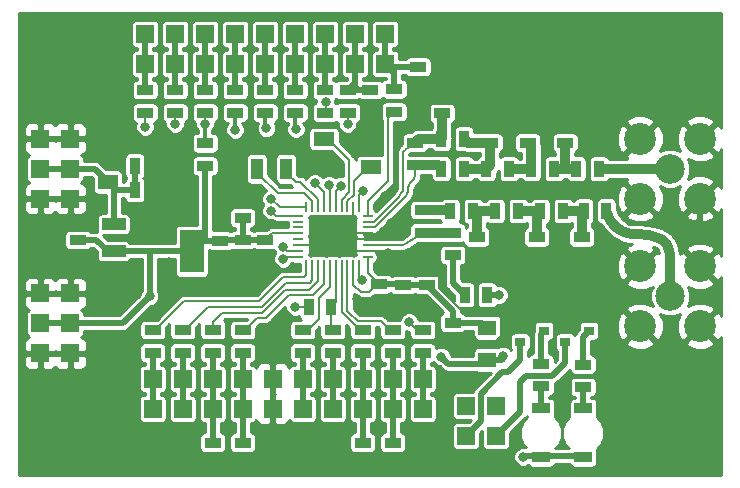
<source format=gbr>
%TF.GenerationSoftware,KiCad,Pcbnew,6.0.4-6f826c9f35~116~ubuntu20.04.1*%
%TF.CreationDate,2022-04-06T12:57:51+00:00*%
%TF.ProjectId,ISM01A,49534d30-3141-42e6-9b69-6361645f7063,REV*%
%TF.SameCoordinates,Original*%
%TF.FileFunction,Copper,L2,Bot*%
%TF.FilePolarity,Positive*%
%FSLAX46Y46*%
G04 Gerber Fmt 4.6, Leading zero omitted, Abs format (unit mm)*
G04 Created by KiCad (PCBNEW 6.0.4-6f826c9f35~116~ubuntu20.04.1) date 2022-04-06 12:57:51*
%MOMM*%
%LPD*%
G01*
G04 APERTURE LIST*
G04 Aperture macros list*
%AMRoundRect*
0 Rectangle with rounded corners*
0 $1 Rounding radius*
0 $2 $3 $4 $5 $6 $7 $8 $9 X,Y pos of 4 corners*
0 Add a 4 corners polygon primitive as box body*
4,1,4,$2,$3,$4,$5,$6,$7,$8,$9,$2,$3,0*
0 Add four circle primitives for the rounded corners*
1,1,$1+$1,$2,$3*
1,1,$1+$1,$4,$5*
1,1,$1+$1,$6,$7*
1,1,$1+$1,$8,$9*
0 Add four rect primitives between the rounded corners*
20,1,$1+$1,$2,$3,$4,$5,0*
20,1,$1+$1,$4,$5,$6,$7,0*
20,1,$1+$1,$6,$7,$8,$9,0*
20,1,$1+$1,$8,$9,$2,$3,0*%
G04 Aperture macros list end*
%TA.AperFunction,ComponentPad*%
%ADD10R,1.524000X1.524000*%
%TD*%
%TA.AperFunction,ComponentPad*%
%ADD11C,6.000000*%
%TD*%
%TA.AperFunction,ComponentPad*%
%ADD12C,2.500000*%
%TD*%
%TA.AperFunction,ComponentPad*%
%ADD13C,2.700000*%
%TD*%
%TA.AperFunction,SMDPad,CuDef*%
%ADD14R,1.397000X0.889000*%
%TD*%
%TA.AperFunction,SMDPad,CuDef*%
%ADD15R,2.032000X1.016000*%
%TD*%
%TA.AperFunction,SMDPad,CuDef*%
%ADD16R,2.032000X3.657600*%
%TD*%
%TA.AperFunction,SMDPad,CuDef*%
%ADD17R,0.900000X0.800000*%
%TD*%
%TA.AperFunction,SMDPad,CuDef*%
%ADD18R,1.500000X0.950000*%
%TD*%
%TA.AperFunction,SMDPad,CuDef*%
%ADD19R,0.889000X1.397000*%
%TD*%
%TA.AperFunction,SMDPad,CuDef*%
%ADD20R,1.500000X1.300000*%
%TD*%
%TA.AperFunction,SMDPad,CuDef*%
%ADD21R,3.000000X0.700000*%
%TD*%
%TA.AperFunction,SMDPad,CuDef*%
%ADD22R,1.700000X1.300000*%
%TD*%
%TA.AperFunction,SMDPad,CuDef*%
%ADD23R,1.000000X1.800000*%
%TD*%
%TA.AperFunction,SMDPad,CuDef*%
%ADD24R,1.800000X1.200000*%
%TD*%
%TA.AperFunction,SMDPad,CuDef*%
%ADD25RoundRect,0.062500X-0.062500X0.362500X-0.062500X-0.362500X0.062500X-0.362500X0.062500X0.362500X0*%
%TD*%
%TA.AperFunction,SMDPad,CuDef*%
%ADD26RoundRect,0.062500X-0.362500X0.062500X-0.362500X-0.062500X0.362500X-0.062500X0.362500X0.062500X0*%
%TD*%
%TA.AperFunction,ComponentPad*%
%ADD27C,0.500000*%
%TD*%
%TA.AperFunction,SMDPad,CuDef*%
%ADD28RoundRect,0.249998X-1.800002X1.550002X-1.800002X-1.550002X1.800002X-1.550002X1.800002X1.550002X0*%
%TD*%
%TA.AperFunction,ViaPad*%
%ADD29C,0.800000*%
%TD*%
%TA.AperFunction,Conductor*%
%ADD30C,0.200000*%
%TD*%
%TA.AperFunction,Conductor*%
%ADD31C,0.500000*%
%TD*%
%TA.AperFunction,Conductor*%
%ADD32C,0.860506*%
%TD*%
%TA.AperFunction,Conductor*%
%ADD33C,0.300000*%
%TD*%
%TA.AperFunction,Conductor*%
%ADD34C,0.254000*%
%TD*%
G04 APERTURE END LIST*
D10*
%TO.P,J17,1*%
%TO.N,/TXRAMP*%
X34925000Y6350000D03*
%TO.P,J17,2*%
X34925000Y8890000D03*
%TD*%
%TO.P,J24,1*%
%TO.N,Net-(J24-Pad1)*%
X41148000Y4064000D03*
%TO.P,J24,2*%
%TO.N,/P1.4*%
X41148000Y6604000D03*
%TD*%
%TO.P,J25,1*%
%TO.N,Net-(J25-Pad1)*%
X38608000Y4064000D03*
%TO.P,J25,2*%
%TO.N,/P1.5*%
X38608000Y6604000D03*
%TD*%
%TO.P,J1,1*%
%TO.N,GND*%
X2540000Y29210000D03*
%TO.P,J1,2*%
X5080000Y29210000D03*
%TO.P,J1,3*%
%TO.N,VCC*%
X2540000Y26670000D03*
%TO.P,J1,4*%
X5080000Y26670000D03*
%TO.P,J1,5*%
%TO.N,GND*%
X2540000Y24130000D03*
%TO.P,J1,6*%
X5080000Y24130000D03*
%TD*%
%TO.P,J4,1*%
%TO.N,GND*%
X2540000Y16129000D03*
%TO.P,J4,2*%
X5080000Y16129000D03*
%TO.P,J4,3*%
%TO.N,+3V3*%
X2540000Y13589000D03*
%TO.P,J4,4*%
X5080000Y13589000D03*
%TO.P,J4,5*%
%TO.N,GND*%
X2540000Y11049000D03*
%TO.P,J4,6*%
X5080000Y11049000D03*
%TD*%
%TO.P,J10,1*%
%TO.N,/P0.6*%
X24765000Y6350000D03*
%TO.P,J10,2*%
X24765000Y8890000D03*
%TD*%
%TO.P,J11,1*%
%TO.N,/RX*%
X19685000Y8890000D03*
%TO.P,J11,2*%
X19685000Y6350000D03*
%TD*%
%TO.P,J12,1*%
%TO.N,/TX*%
X17145000Y6350000D03*
%TO.P,J12,2*%
X17145000Y8890000D03*
%TD*%
%TO.P,J13,1*%
%TO.N,/P0.3*%
X14605000Y8890000D03*
%TO.P,J13,2*%
X14605000Y6350000D03*
%TD*%
%TO.P,J14,1*%
%TO.N,/P0.2*%
X12065000Y8890000D03*
%TO.P,J14,2*%
X12065000Y6350000D03*
%TD*%
%TO.P,J19,1*%
%TO.N,/#IRQ*%
X27305000Y6350000D03*
%TO.P,J19,2*%
X27305000Y8890000D03*
%TD*%
%TO.P,J20,1*%
%TO.N,/GPIO0*%
X32385000Y6350000D03*
%TO.P,J20,2*%
X32385000Y8890000D03*
%TD*%
%TO.P,J21,1*%
%TO.N,/GPIO1*%
X29845000Y6350000D03*
%TO.P,J21,2*%
X29845000Y8890000D03*
%TD*%
D11*
%TO.P,M1,1*%
%TO.N,GND*%
X5080000Y35560000D03*
%TD*%
%TO.P,M2,1*%
%TO.N,GND*%
X55880000Y5080000D03*
%TD*%
%TO.P,M3,1*%
%TO.N,GND*%
X5080000Y5080000D03*
%TD*%
%TO.P,M4,1*%
%TO.N,GND*%
X55880000Y35560000D03*
%TD*%
D12*
%TO.P,J3,1*%
%TO.N,Net-(J3-Pad1)*%
X55880000Y26670000D03*
D13*
%TO.P,J3,2*%
%TO.N,GND*%
X53340000Y29210000D03*
X58420000Y24130000D03*
X58420000Y29210000D03*
X53340000Y24130000D03*
%TD*%
D10*
%TO.P,J26,1*%
%TO.N,GND*%
X22225000Y6350000D03*
%TO.P,J26,2*%
X22225000Y8890000D03*
%TD*%
%TO.P,J8,1*%
%TO.N,/P1.5*%
X24130000Y35560000D03*
%TO.P,J8,2*%
X24130000Y38100000D03*
%TD*%
%TO.P,J7,1*%
%TO.N,/P1.6*%
X21590000Y35560000D03*
%TO.P,J7,2*%
X21590000Y38100000D03*
%TD*%
%TO.P,J6,1*%
%TO.N,/P2.7C2D*%
X19050000Y35560000D03*
%TO.P,J6,2*%
X19050000Y38100000D03*
%TD*%
%TO.P,J9,1*%
%TO.N,/P1.4*%
X26670000Y35560000D03*
%TO.P,J9,2*%
X26670000Y38100000D03*
%TD*%
%TO.P,J18,1*%
%TO.N,/#RST_C2CK*%
X16510000Y35560000D03*
%TO.P,J18,2*%
X16510000Y38100000D03*
%TD*%
%TO.P,J22,1*%
%TO.N,/GPIO2*%
X29210000Y35560000D03*
%TO.P,J22,2*%
X29210000Y38100000D03*
%TD*%
%TO.P,J16,1*%
%TO.N,/P0.0*%
X13970000Y35560000D03*
%TO.P,J16,2*%
X13970000Y38100000D03*
%TD*%
%TO.P,J15,1*%
%TO.N,/P0.1*%
X11430000Y35560000D03*
%TO.P,J15,2*%
X11430000Y38100000D03*
%TD*%
%TO.P,J23,1*%
%TO.N,/GPIO3*%
X31750000Y35560000D03*
%TO.P,J23,2*%
X31750000Y38100000D03*
%TD*%
D12*
%TO.P,J2,1*%
%TO.N,Net-(J2-Pad1)*%
X55880000Y15875000D03*
D13*
%TO.P,J2,2*%
%TO.N,GND*%
X53340000Y18415000D03*
X58420000Y13335000D03*
X53340000Y13335000D03*
X58420000Y18415000D03*
%TD*%
D14*
%TO.P,R15,1*%
%TO.N,/#IRQ*%
X27305000Y11112500D03*
%TO.P,R15,2*%
%TO.N,/#IRQ_1*%
X27305000Y13017500D03*
%TD*%
%TO.P,R17,1*%
%TO.N,/GPIO1*%
X29845000Y11112500D03*
%TO.P,R17,2*%
%TO.N,Net-(R17-Pad2)*%
X29845000Y13017500D03*
%TD*%
D15*
%TO.P,U1,1*%
%TO.N,GND*%
X8763000Y17399000D03*
%TO.P,U1,2*%
%TO.N,+3V3*%
X8763000Y19685000D03*
%TO.P,U1,3*%
%TO.N,VCC*%
X8763000Y21971000D03*
D16*
%TO.P,U1,4*%
%TO.N,+3V3*%
X15367000Y19685000D03*
%TD*%
D17*
%TO.P,Q1,1*%
%TO.N,Net-(J24-Pad1)*%
X47006000Y12004000D03*
%TO.P,Q1,2*%
%TO.N,GND*%
X47006000Y13904000D03*
%TO.P,Q1,3*%
%TO.N,Net-(Q1-Pad3)*%
X49006000Y12954000D03*
%TD*%
D18*
%TO.P,D3,1*%
%TO.N,Net-(D3-Pad1)*%
X44958000Y6393000D03*
%TO.P,D3,2*%
%TO.N,+3V3*%
X44958000Y2243000D03*
%TD*%
%TO.P,D2,1*%
%TO.N,Net-(D2-Pad1)*%
X48514000Y6393000D03*
%TO.P,D2,2*%
%TO.N,+3V3*%
X48514000Y2243000D03*
%TD*%
D14*
%TO.P,R19,1*%
%TO.N,/GPIO3*%
X32512000Y33401000D03*
%TO.P,R19,2*%
%TO.N,Net-(R19-Pad2)*%
X32512000Y31496000D03*
%TD*%
D17*
%TO.P,Q2,1*%
%TO.N,Net-(J25-Pad1)*%
X43196000Y12004000D03*
%TO.P,Q2,2*%
%TO.N,GND*%
X43196000Y13904000D03*
%TO.P,Q2,3*%
%TO.N,Net-(Q2-Pad3)*%
X45196000Y12954000D03*
%TD*%
D19*
%TO.P,C1,1*%
%TO.N,VCC*%
X10541000Y24892000D03*
%TO.P,C1,2*%
%TO.N,GND*%
X12446000Y24892000D03*
%TD*%
D14*
%TO.P,C3,1*%
%TO.N,+3V3*%
X17780000Y20574000D03*
%TO.P,C3,2*%
%TO.N,GND*%
X17780000Y18669000D03*
%TD*%
%TO.P,C5,1*%
%TO.N,+3V3*%
X5715000Y20637500D03*
%TO.P,C5,2*%
%TO.N,GND*%
X5715000Y18732500D03*
%TD*%
%TO.P,C14,1*%
%TO.N,+3V3*%
X19685000Y20637500D03*
%TO.P,C14,2*%
%TO.N,GND*%
X19685000Y18732500D03*
%TD*%
%TO.P,C15,1*%
%TO.N,Net-(C15-Pad1)*%
X33274000Y16827500D03*
%TO.P,C15,2*%
%TO.N,GND*%
X33274000Y14922500D03*
%TD*%
%TO.P,C16,1*%
%TO.N,+3V3*%
X19685000Y22542500D03*
%TO.P,C16,2*%
%TO.N,GND*%
X19685000Y24447500D03*
%TD*%
%TO.P,C18,1*%
%TO.N,+3V3*%
X21590000Y20637500D03*
%TO.P,C18,2*%
%TO.N,GND*%
X21590000Y18732500D03*
%TD*%
D20*
%TO.P,C21,1*%
%TO.N,Net-(C15-Pad1)*%
X40386000Y13208000D03*
D21*
%TO.P,C21,2*%
%TO.N,GND*%
X40386000Y11858000D03*
D20*
%TO.P,C21,3*%
%TO.N,+3V3*%
X40386000Y10508000D03*
%TD*%
D14*
%TO.P,C22,1*%
%TO.N,/GPIO0*%
X32385000Y3492500D03*
%TO.P,C22,2*%
%TO.N,GND*%
X32385000Y1587500D03*
%TD*%
%TO.P,C23,1*%
%TO.N,/GPIO1*%
X29845000Y3492500D03*
%TO.P,C23,2*%
%TO.N,GND*%
X29845000Y1587500D03*
%TD*%
%TO.P,C27,1*%
%TO.N,/RX*%
X19685000Y3492500D03*
%TO.P,C27,2*%
%TO.N,GND*%
X19685000Y1587500D03*
%TD*%
%TO.P,C28,1*%
%TO.N,/TX*%
X17145000Y3492500D03*
%TO.P,C28,2*%
%TO.N,GND*%
X17145000Y1587500D03*
%TD*%
D22*
%TO.P,D1,1*%
%TO.N,VCC*%
X8255000Y25555000D03*
%TO.P,D1,2*%
%TO.N,GND*%
X8255000Y29055000D03*
%TD*%
D14*
%TO.P,L8,1*%
%TO.N,Net-(L8-Pad1)*%
X37465000Y19367500D03*
%TO.P,L8,2*%
%TO.N,Net-(C11-Pad1)*%
X37465000Y21272500D03*
%TD*%
D19*
%TO.P,R1,1*%
%TO.N,+3V3*%
X40386000Y16002000D03*
%TO.P,R1,2*%
%TO.N,Net-(L8-Pad1)*%
X38481000Y16002000D03*
%TD*%
D14*
%TO.P,R6,1*%
%TO.N,/P0.6*%
X24765000Y11112500D03*
%TO.P,R6,2*%
%TO.N,Net-(R6-Pad2)*%
X24765000Y13017500D03*
%TD*%
%TO.P,R7,1*%
%TO.N,/RX*%
X19685000Y11112500D03*
%TO.P,R7,2*%
%TO.N,Net-(R7-Pad2)*%
X19685000Y13017500D03*
%TD*%
%TO.P,R8,1*%
%TO.N,/TX*%
X17145000Y11112500D03*
%TO.P,R8,2*%
%TO.N,Net-(R8-Pad2)*%
X17145000Y13017500D03*
%TD*%
%TO.P,R9,1*%
%TO.N,/P0.3*%
X14605000Y11112500D03*
%TO.P,R9,2*%
%TO.N,Net-(R9-Pad2)*%
X14605000Y13017500D03*
%TD*%
%TO.P,R10,1*%
%TO.N,/P0.2*%
X12065000Y11112500D03*
%TO.P,R10,2*%
%TO.N,Net-(R10-Pad2)*%
X12065000Y13017500D03*
%TD*%
%TO.P,R13,1*%
%TO.N,/TXRAMP*%
X34925000Y11112500D03*
%TO.P,R13,2*%
%TO.N,Net-(R13-Pad2)*%
X34925000Y13017500D03*
%TD*%
%TO.P,R16,1*%
%TO.N,/GPIO0*%
X32385000Y11112500D03*
%TO.P,R16,2*%
%TO.N,Net-(R16-Pad2)*%
X32385000Y13017500D03*
%TD*%
%TO.P,R20,1*%
%TO.N,+3V3*%
X16510000Y26924000D03*
%TO.P,R20,2*%
%TO.N,/#RST_1*%
X16510000Y28829000D03*
%TD*%
D19*
%TO.P,R21,1*%
%TO.N,/#IRQ_1*%
X27178000Y14986000D03*
%TO.P,R21,2*%
%TO.N,/P0.1_1*%
X25273000Y14986000D03*
%TD*%
D14*
%TO.P,R22,1*%
%TO.N,Net-(D2-Pad1)*%
X48514000Y8191500D03*
%TO.P,R22,2*%
%TO.N,Net-(Q1-Pad3)*%
X48514000Y10096500D03*
%TD*%
%TO.P,R23,1*%
%TO.N,Net-(D3-Pad1)*%
X44958000Y8255000D03*
%TO.P,R23,2*%
%TO.N,Net-(Q2-Pad3)*%
X44958000Y10160000D03*
%TD*%
%TO.P,C20,1*%
%TO.N,Net-(C15-Pad1)*%
X31242000Y16891000D03*
%TO.P,C20,2*%
%TO.N,GND*%
X31242000Y14986000D03*
%TD*%
%TO.P,C17,1*%
%TO.N,Net-(C15-Pad1)*%
X35306000Y16827500D03*
%TO.P,C17,2*%
%TO.N,GND*%
X35306000Y14922500D03*
%TD*%
D19*
%TO.P,C2,1*%
%TO.N,VCC*%
X10541000Y26924000D03*
%TO.P,C2,2*%
%TO.N,GND*%
X12446000Y26924000D03*
%TD*%
D23*
%TO.P,Y1,1*%
%TO.N,Net-(U2-Pad2)*%
X20868000Y26670000D03*
%TO.P,Y1,2*%
%TO.N,Net-(U2-Pad3)*%
X23368000Y26670000D03*
%TD*%
D14*
%TO.P,R18,1*%
%TO.N,/GPIO2*%
X28575000Y33337500D03*
%TO.P,R18,2*%
%TO.N,Net-(R18-Pad2)*%
X28575000Y31432500D03*
%TD*%
%TO.P,C25,1*%
%TO.N,/GPIO2*%
X30480000Y33337500D03*
%TO.P,C25,2*%
%TO.N,GND*%
X30480000Y31432500D03*
%TD*%
%TO.P,C26,1*%
%TO.N,/GPIO3*%
X34544000Y35306000D03*
%TO.P,C26,2*%
%TO.N,GND*%
X34544000Y37211000D03*
%TD*%
%TO.P,R5,1*%
%TO.N,/P1.4*%
X26670000Y33337500D03*
%TO.P,R5,2*%
%TO.N,Net-(R5-Pad2)*%
X26670000Y31432500D03*
%TD*%
%TO.P,R3,1*%
%TO.N,/P1.6*%
X21590000Y33337500D03*
%TO.P,R3,2*%
%TO.N,Net-(R3-Pad2)*%
X21590000Y31432500D03*
%TD*%
%TO.P,R4,1*%
%TO.N,/P1.5*%
X24130000Y33337500D03*
%TO.P,R4,2*%
%TO.N,Net-(R4-Pad2)*%
X24130000Y31432500D03*
%TD*%
%TO.P,R14,1*%
%TO.N,/#RST_C2CK*%
X16510000Y33337500D03*
%TO.P,R14,2*%
%TO.N,/#RST_1*%
X16510000Y31432500D03*
%TD*%
%TO.P,R2,1*%
%TO.N,/P2.7C2D*%
X19050000Y33337500D03*
%TO.P,R2,2*%
%TO.N,Net-(R2-Pad2)*%
X19050000Y31432500D03*
%TD*%
%TO.P,R11,1*%
%TO.N,/P0.1*%
X11430000Y33337500D03*
%TO.P,R11,2*%
%TO.N,/P0.1_1*%
X11430000Y31432500D03*
%TD*%
%TO.P,R12,1*%
%TO.N,/P0.0*%
X13970000Y33337500D03*
%TO.P,R12,2*%
%TO.N,Net-(R12-Pad2)*%
X13970000Y31432500D03*
%TD*%
D24*
%TO.P,Y2,1*%
%TO.N,Net-(U2-Pad8)*%
X30575000Y26810000D03*
%TO.P,Y2,2*%
%TO.N,GND*%
X26575000Y26810000D03*
%TO.P,Y2,3*%
%TO.N,Net-(U2-Pad7)*%
X26575000Y29210000D03*
%TO.P,Y2,4*%
%TO.N,GND*%
X30575000Y29210000D03*
%TD*%
D25*
%TO.P,U2,1*%
%TO.N,Net-(R2-Pad2)*%
X25055000Y23405000D03*
%TO.P,U2,2*%
%TO.N,Net-(U2-Pad2)*%
X25555000Y23405000D03*
%TO.P,U2,3*%
%TO.N,Net-(U2-Pad3)*%
X26055000Y23405000D03*
%TO.P,U2,4*%
%TO.N,Net-(R3-Pad2)*%
X26555000Y23405000D03*
%TO.P,U2,5*%
%TO.N,Net-(R4-Pad2)*%
X27055000Y23405000D03*
%TO.P,U2,6*%
%TO.N,Net-(R5-Pad2)*%
X27555000Y23405000D03*
%TO.P,U2,7*%
%TO.N,Net-(U2-Pad7)*%
X28055000Y23405000D03*
%TO.P,U2,8*%
%TO.N,Net-(U2-Pad8)*%
X28555000Y23405000D03*
%TO.P,U2,9*%
%TO.N,GND*%
X29055000Y23405000D03*
%TO.P,U2,10*%
%TO.N,Net-(R18-Pad2)*%
X29555000Y23405000D03*
D26*
%TO.P,U2,11*%
%TO.N,Net-(R19-Pad2)*%
X30255000Y22705000D03*
%TO.P,U2,12*%
%TO.N,Net-(C13-Pad1)*%
X30255000Y22205000D03*
%TO.P,U2,13*%
%TO.N,Net-(C12-Pad1)*%
X30255000Y21705000D03*
%TO.P,U2,14*%
%TO.N,GND*%
X30255000Y21205000D03*
%TO.P,U2,15*%
X30255000Y20705000D03*
%TO.P,U2,16*%
%TO.N,Net-(C11-Pad1)*%
X30255000Y20205000D03*
%TO.P,U2,17*%
%TO.N,GND*%
X30255000Y19705000D03*
%TO.P,U2,18*%
%TO.N,Net-(C15-Pad1)*%
X30255000Y19205000D03*
D25*
%TO.P,U2,19*%
%TO.N,Net-(R13-Pad2)*%
X29555000Y18505000D03*
%TO.P,U2,20*%
%TO.N,Net-(C15-Pad1)*%
X29055000Y18505000D03*
%TO.P,U2,21*%
%TO.N,Net-(R16-Pad2)*%
X28555000Y18505000D03*
%TO.P,U2,22*%
%TO.N,Net-(R17-Pad2)*%
X28055000Y18505000D03*
%TO.P,U2,23*%
%TO.N,/#IRQ_1*%
X27555000Y18505000D03*
%TO.P,U2,24*%
%TO.N,Net-(R6-Pad2)*%
X27055000Y18505000D03*
%TO.P,U2,25*%
%TO.N,Net-(R7-Pad2)*%
X26555000Y18505000D03*
%TO.P,U2,26*%
%TO.N,Net-(R8-Pad2)*%
X26055000Y18505000D03*
%TO.P,U2,27*%
%TO.N,Net-(R9-Pad2)*%
X25555000Y18505000D03*
%TO.P,U2,28*%
%TO.N,Net-(R10-Pad2)*%
X25055000Y18505000D03*
D26*
%TO.P,U2,29*%
%TO.N,/P0.1_1*%
X24355000Y19205000D03*
%TO.P,U2,30*%
%TO.N,Net-(R12-Pad2)*%
X24355000Y19705000D03*
%TO.P,U2,31*%
%TO.N,GND*%
X24355000Y20205000D03*
%TO.P,U2,32*%
%TO.N,N/C*%
X24355000Y20705000D03*
%TO.P,U2,33*%
%TO.N,+3V3*%
X24355000Y21205000D03*
%TO.P,U2,34*%
%TO.N,N/C*%
X24355000Y21705000D03*
%TO.P,U2,35*%
X24355000Y22205000D03*
%TO.P,U2,36*%
%TO.N,/#RST_1*%
X24355000Y22705000D03*
D27*
%TO.P,U2,37*%
%TO.N,GND*%
X25505000Y20955000D03*
X29105000Y22505000D03*
X29105000Y19405000D03*
X27905000Y19405000D03*
X25505000Y22505000D03*
X26705000Y22505000D03*
X26705000Y19405000D03*
X25505000Y19405000D03*
X27905000Y20955000D03*
X29105000Y20955000D03*
X27905000Y22505000D03*
D28*
X27305000Y20955000D03*
D27*
X26705000Y20955000D03*
%TD*%
D19*
%TO.P,L7,1*%
%TO.N,Net-(C9-Pad1)*%
X39179500Y23088600D03*
%TO.P,L7,2*%
%TO.N,Net-(C11-Pad2)*%
X37274500Y23088600D03*
%TD*%
%TO.P,L6,1*%
%TO.N,Net-(C8-Pad1)*%
X42227500Y26670000D03*
%TO.P,L6,2*%
%TO.N,Net-(C10-Pad1)*%
X40322500Y26670000D03*
%TD*%
%TO.P,L9,1*%
%TO.N,Net-(C10-Pad1)*%
X38417500Y29210000D03*
%TO.P,L9,2*%
%TO.N,Net-(C13-Pad1)*%
X36512500Y29210000D03*
%TD*%
%TO.P,L5,1*%
%TO.N,Net-(C7-Pad1)*%
X42989500Y23088600D03*
%TO.P,L5,2*%
%TO.N,Net-(C9-Pad1)*%
X41084500Y23088600D03*
%TD*%
D14*
%TO.P,L10,1*%
%TO.N,Net-(C13-Pad1)*%
X34290000Y28892500D03*
%TO.P,L10,2*%
%TO.N,Net-(C12-Pad1)*%
X34290000Y26987500D03*
%TD*%
%TO.P,C7,1*%
%TO.N,Net-(C7-Pad1)*%
X44577000Y20866100D03*
%TO.P,C7,2*%
%TO.N,GND*%
X44577000Y18961100D03*
%TD*%
%TO.P,C9,1*%
%TO.N,Net-(C9-Pad1)*%
X39497000Y20866100D03*
%TO.P,C9,2*%
%TO.N,GND*%
X39497000Y18961100D03*
%TD*%
%TO.P,C13,1*%
%TO.N,Net-(C13-Pad1)*%
X36576000Y31369000D03*
%TO.P,C13,2*%
%TO.N,GND*%
X36576000Y33274000D03*
%TD*%
%TO.P,C10,1*%
%TO.N,Net-(C10-Pad1)*%
X40640000Y28892500D03*
%TO.P,C10,2*%
%TO.N,GND*%
X40640000Y30797500D03*
%TD*%
%TO.P,C11,1*%
%TO.N,Net-(C11-Pad1)*%
X34925000Y21272500D03*
%TO.P,C11,2*%
%TO.N,Net-(C11-Pad2)*%
X34925000Y23177500D03*
%TD*%
%TO.P,C4,1*%
%TO.N,Net-(C4-Pad1)*%
X48387000Y20866100D03*
%TO.P,C4,2*%
%TO.N,GND*%
X48387000Y18961100D03*
%TD*%
D19*
%TO.P,C12,1*%
%TO.N,Net-(C12-Pad1)*%
X36512500Y26670000D03*
%TO.P,C12,2*%
%TO.N,Net-(C10-Pad1)*%
X38417500Y26670000D03*
%TD*%
D14*
%TO.P,C6,1*%
%TO.N,Net-(C6-Pad1)*%
X46990000Y28892500D03*
%TO.P,C6,2*%
%TO.N,GND*%
X46990000Y30797500D03*
%TD*%
%TO.P,C8,1*%
%TO.N,Net-(C8-Pad1)*%
X43815000Y28892500D03*
%TO.P,C8,2*%
%TO.N,GND*%
X43815000Y30797500D03*
%TD*%
D19*
%TO.P,L3,1*%
%TO.N,Net-(C4-Pad1)*%
X46799500Y23088600D03*
%TO.P,L3,2*%
%TO.N,Net-(C7-Pad1)*%
X44894500Y23088600D03*
%TD*%
%TO.P,L4,1*%
%TO.N,Net-(C6-Pad1)*%
X46037500Y26670000D03*
%TO.P,L4,2*%
%TO.N,Net-(C8-Pad1)*%
X44132500Y26670000D03*
%TD*%
%TO.P,L1,1*%
%TO.N,Net-(J2-Pad1)*%
X50482500Y23114000D03*
%TO.P,L1,2*%
%TO.N,Net-(C4-Pad1)*%
X48577500Y23114000D03*
%TD*%
%TO.P,L2,1*%
%TO.N,Net-(J3-Pad1)*%
X49847500Y26670000D03*
%TO.P,L2,2*%
%TO.N,Net-(C6-Pad1)*%
X47942500Y26670000D03*
%TD*%
D14*
%TO.P,C19,1*%
%TO.N,Net-(C15-Pad1)*%
X37465000Y13652500D03*
%TO.P,C19,2*%
%TO.N,GND*%
X37465000Y11747500D03*
%TD*%
D29*
%TO.N,GND*%
X11938000Y4318000D03*
X9652000Y10414000D03*
X52070000Y32004000D03*
X50546000Y19812000D03*
X34798000Y2286000D03*
X40132000Y32512000D03*
X59182000Y10414000D03*
X36068000Y14224000D03*
X55118000Y10414000D03*
X36576000Y35306000D03*
X38608000Y32512000D03*
X45212000Y32512000D03*
X10414000Y4572000D03*
X20828000Y2032000D03*
X34290000Y31496000D03*
X15240000Y29972000D03*
X36576000Y37084000D03*
X17272000Y17018000D03*
X33274000Y21336000D03*
X49530000Y24892000D03*
X32004000Y19505000D03*
X41148000Y24892000D03*
X14237025Y25921025D03*
X9906000Y17272000D03*
X51308000Y8890000D03*
X51054000Y28448000D03*
X17780000Y22098000D03*
X9906000Y6604000D03*
X50546000Y16764000D03*
X47244000Y16510000D03*
X46482000Y24892000D03*
X50800000Y30480000D03*
X20574000Y28702000D03*
X52832000Y10414000D03*
X50546000Y12954000D03*
X41821100Y18961100D03*
X36830000Y4318000D03*
X39624000Y24892000D03*
X14224000Y24638000D03*
X19304000Y17018000D03*
X8128000Y31242000D03*
X13462000Y18796000D03*
X42926000Y24892000D03*
X57404000Y10414000D03*
X32004000Y18542000D03*
X49022000Y30988000D03*
X45720000Y16510000D03*
X33528000Y19050000D03*
X32243324Y22112676D03*
X33020000Y30226000D03*
X34290000Y32512000D03*
X22860000Y28702000D03*
X49022000Y28448000D03*
X46990000Y32512000D03*
X14986000Y17018000D03*
X25908000Y3556000D03*
X43434000Y32512000D03*
X2540000Y19304000D03*
X34544000Y38862000D03*
X36703000Y25019000D03*
X9652000Y12192000D03*
X49022000Y29464000D03*
X12954000Y29210000D03*
X38354000Y35306000D03*
X44196000Y16510000D03*
X49022000Y32512000D03*
X36830000Y6604000D03*
X2540000Y21336000D03*
X50546000Y18542000D03*
X50546000Y15240000D03*
X48006000Y24892000D03*
X31750000Y24384000D03*
X30480000Y30480000D03*
X35560000Y18542000D03*
X50800000Y10922000D03*
X41656000Y32512000D03*
X57404000Y21336000D03*
X18288000Y28194000D03*
X7874000Y12192000D03*
X59436000Y21336000D03*
X36576000Y38862000D03*
X9652000Y8636000D03*
X29718000Y14732000D03*
X15240000Y2286000D03*
X22098000Y3556000D03*
X23876000Y3556000D03*
X27686000Y3556000D03*
X38608000Y33782000D03*
X48768000Y16510000D03*
X14478000Y4318000D03*
X35560000Y19558000D03*
X29401779Y15603731D03*
X41910000Y20574000D03*
X11938000Y14478000D03*
X12446000Y21844000D03*
X44704000Y24892000D03*
X34544000Y33782000D03*
X20828000Y17018000D03*
X36830000Y8382000D03*
X50546000Y24892000D03*
X35164324Y25033676D03*
X38100000Y25019000D03*
X34798000Y4064000D03*
X22860000Y13716000D03*
X11176000Y28702000D03*
%TO.N,+3V3*%
X43434000Y2286000D03*
X36498171Y10766342D03*
X41402010Y16002000D03*
X41733946Y10844028D03*
X11799232Y15863232D03*
%TO.N,Net-(R2-Pad2)*%
X22098000Y24130000D03*
X19050000Y29972000D03*
%TO.N,Net-(R3-Pad2)*%
X25801419Y25476961D03*
X21691600Y30099000D03*
%TO.N,Net-(R4-Pad2)*%
X26990155Y25290704D03*
X24180800Y30022800D03*
%TO.N,Net-(R5-Pad2)*%
X26695400Y32292998D03*
X27988602Y25234960D03*
%TO.N,Net-(R12-Pad2)*%
X13970000Y30480000D03*
X23114000Y20066000D03*
%TO.N,Net-(R13-Pad2)*%
X29755000Y17272000D03*
X33782000Y13716000D03*
%TO.N,Net-(R18-Pad2)*%
X29845000Y24765000D03*
X28575000Y30480000D03*
%TO.N,/P0.1_1*%
X11430000Y30226000D03*
X24130000Y14986000D03*
X23114000Y19050000D03*
%TO.N,/#RST_1*%
X22098000Y23129997D03*
X16510000Y30480000D03*
%TD*%
D30*
%TO.N,GND*%
X34290000Y32512000D02*
X34290000Y31496000D01*
X34290000Y31496000D02*
X34290000Y30734000D01*
X33020000Y30226000D02*
X33020000Y30226000D01*
X35164324Y25033676D02*
X35276648Y25146000D01*
X5080000Y11049000D02*
X6731000Y11049000D01*
X30480000Y31432500D02*
X30480000Y30480000D01*
D31*
X44577000Y18961100D02*
X44577000Y16891000D01*
X36576000Y35306000D02*
X38354000Y35306000D01*
X19304000Y17018000D02*
X17272000Y17018000D01*
X36703000Y25019000D02*
X38100000Y25019000D01*
X35052000Y4318000D02*
X34798000Y4064000D01*
D30*
X14586001Y17417999D02*
X14249199Y17417999D01*
X10414000Y13519685D02*
X10414000Y12954000D01*
X13462000Y18205198D02*
X13462000Y18796000D01*
D31*
X35369500Y14922500D02*
X36068000Y14224000D01*
D30*
X33020000Y30226000D02*
X32512000Y29718000D01*
D31*
X40386000Y11858000D02*
X41150000Y11858000D01*
X25175000Y26810000D02*
X24638000Y27347000D01*
X40132000Y32512000D02*
X41656000Y32512000D01*
X14224000Y24638000D02*
X14224000Y23622000D01*
X58420000Y24130000D02*
X58420000Y22352000D01*
D30*
X11372315Y14478000D02*
X10414000Y13519685D01*
D31*
X11684000Y4572000D02*
X11938000Y4318000D01*
D30*
X29055000Y23405000D02*
X29055000Y22705000D01*
X21590000Y18732500D02*
X21590000Y17780000D01*
D31*
X35306000Y14922500D02*
X35369500Y14922500D01*
X50800000Y30734000D02*
X52070000Y32004000D01*
D30*
X35560000Y18542000D02*
X36304501Y17797499D01*
D31*
X46482000Y24892000D02*
X48006000Y24892000D01*
X31242000Y14986000D02*
X30019510Y14986000D01*
D30*
X24355000Y20205000D02*
X26555000Y20205000D01*
X34290000Y30734000D02*
X33782000Y30226000D01*
X36830000Y6604000D02*
X36830000Y8382000D01*
D31*
X26575000Y26810000D02*
X25175000Y26810000D01*
X10414000Y4572000D02*
X11684000Y4572000D01*
X14224000Y23622000D02*
X12446000Y21844000D01*
D30*
X35369500Y4318000D02*
X36830000Y4318000D01*
X42506900Y18961100D02*
X41821100Y18961100D01*
X44577000Y18961100D02*
X42506900Y18961100D01*
X41821100Y18961100D02*
X39718998Y18961100D01*
D31*
X34544000Y37211000D02*
X34544000Y38862000D01*
X50800000Y30480000D02*
X50800000Y30734000D01*
D30*
X12954000Y29210000D02*
X14478000Y29210000D01*
X32243324Y22112676D02*
X35164324Y25033676D01*
D31*
X23876000Y3556000D02*
X25908000Y3556000D01*
D30*
X36304501Y17797499D02*
X36304501Y16606829D01*
D31*
X24638000Y27347000D02*
X24638000Y27717002D01*
D30*
X6731000Y11049000D02*
X7874000Y12192000D01*
X32385000Y1587500D02*
X32639000Y1587500D01*
D31*
X8255000Y31115000D02*
X8128000Y31242000D01*
X58420000Y22352000D02*
X57404000Y21336000D01*
X14224000Y24638000D02*
X14224000Y25908000D01*
X50546000Y18542000D02*
X50546000Y16764000D01*
D30*
X32639000Y1587500D02*
X35369500Y4318000D01*
D31*
X43434000Y32512000D02*
X45212000Y32512000D01*
X19304000Y28702000D02*
X19304000Y27807499D01*
X43522900Y18961100D02*
X41910000Y20574000D01*
D30*
X38179330Y14732000D02*
X41910000Y14732000D01*
D31*
X14224000Y25908000D02*
X14237025Y25921025D01*
D30*
X41910000Y14732000D02*
X44577000Y17399000D01*
X32512000Y25146000D02*
X31750000Y24384000D01*
D31*
X48387000Y18961100D02*
X49695100Y18961100D01*
D30*
X30255000Y21205000D02*
X27555000Y21205000D01*
X35276648Y25146000D02*
X50800000Y25146000D01*
X35560000Y18542000D02*
X32004000Y18542000D01*
X36304501Y16606829D02*
X38179330Y14732000D01*
D31*
X51308000Y8890000D02*
X51308000Y10414000D01*
D30*
X32512000Y29718000D02*
X32512000Y25146000D01*
X44577000Y17399000D02*
X44577000Y18961100D01*
D31*
X14478000Y4318000D02*
X14478000Y3048000D01*
D30*
X51990001Y25479999D02*
X53340000Y24130000D01*
D31*
X14986000Y17018000D02*
X14478000Y17018000D01*
X42926000Y24892000D02*
X44704000Y24892000D01*
X55118000Y10414000D02*
X57404000Y10414000D01*
D30*
X2540000Y24130000D02*
X2540000Y21336000D01*
X27555000Y21205000D02*
X27305000Y20955000D01*
X38360098Y20320000D02*
X36322000Y20320000D01*
X31804000Y19705000D02*
X32004000Y19505000D01*
D31*
X44577000Y18961100D02*
X43522900Y18961100D01*
D30*
X28555000Y19705000D02*
X27305000Y20955000D01*
D31*
X36576000Y38862000D02*
X36576000Y37084000D01*
D30*
X50800000Y25146000D02*
X51133999Y25479999D01*
X36576000Y33274000D02*
X34290000Y33274000D01*
X27555000Y20705000D02*
X27305000Y20955000D01*
D31*
X9652000Y12192000D02*
X9652000Y10414000D01*
X22225000Y3683000D02*
X22098000Y3556000D01*
D30*
X21590000Y17780000D02*
X20828000Y17018000D01*
X30255000Y19705000D02*
X28555000Y19705000D01*
D31*
X14478000Y3048000D02*
X15240000Y2286000D01*
X39624000Y24892000D02*
X41148000Y24892000D01*
X51308000Y10414000D02*
X50800000Y10922000D01*
X19304000Y27807499D02*
X17780000Y26283499D01*
D30*
X29055000Y22705000D02*
X27305000Y20955000D01*
X30255000Y19705000D02*
X31804000Y19705000D01*
X10414000Y12954000D02*
X9652000Y12192000D01*
D31*
X9652000Y8636000D02*
X9652000Y6858000D01*
D30*
X30255000Y20705000D02*
X27555000Y20705000D01*
D31*
X8255000Y29055000D02*
X8255000Y31115000D01*
X46990000Y32512000D02*
X49022000Y32512000D01*
D30*
X51133999Y25479999D02*
X51990001Y25479999D01*
D31*
X49022000Y30988000D02*
X49022000Y29464000D01*
X36830000Y4318000D02*
X35052000Y4318000D01*
X20574000Y28702000D02*
X19304000Y28702000D01*
X17780000Y26283499D02*
X17780000Y22098000D01*
X49695100Y18961100D02*
X50546000Y19812000D01*
X45720000Y16510000D02*
X47244000Y16510000D01*
X41150000Y11858000D02*
X43196000Y13904000D01*
X51308000Y8890000D02*
X52832000Y10414000D01*
X14478000Y17018000D02*
X11938000Y14478000D01*
X23653002Y28702000D02*
X22860000Y28702000D01*
X24638000Y27717002D02*
X23653002Y28702000D01*
X9652000Y6858000D02*
X9906000Y6604000D01*
D30*
X11938000Y14478000D02*
X11372315Y14478000D01*
X39718998Y18961100D02*
X38360098Y20320000D01*
X34290000Y33274000D02*
X34290000Y32512000D01*
X26555000Y20205000D02*
X27305000Y20955000D01*
X14249199Y17417999D02*
X13462000Y18205198D01*
D31*
X36576000Y33274000D02*
X37846000Y33274000D01*
X22225000Y6350000D02*
X22225000Y3683000D01*
X30019510Y14986000D02*
X29401779Y15603731D01*
X37846000Y33274000D02*
X38608000Y32512000D01*
X49530000Y24892000D02*
X50546000Y24892000D01*
D30*
X14478000Y29210000D02*
X15240000Y29972000D01*
D31*
X44577000Y16891000D02*
X44196000Y16510000D01*
D30*
X36322000Y20320000D02*
X35560000Y19558000D01*
X14986000Y17018000D02*
X14586001Y17417999D01*
D31*
X49022000Y28448000D02*
X51054000Y28448000D01*
D30*
X33782000Y30226000D02*
X33020000Y30226000D01*
D31*
%TO.N,VCC*%
X10541000Y24892000D02*
X8918000Y24892000D01*
X8763000Y25047000D02*
X8255000Y25555000D01*
X7140000Y26670000D02*
X8255000Y25555000D01*
X2540000Y26670000D02*
X5080000Y26670000D01*
X5080000Y26670000D02*
X7140000Y26670000D01*
X10541000Y26924000D02*
X10541000Y24892000D01*
X8918000Y24892000D02*
X8255000Y25555000D01*
X8763000Y21971000D02*
X8763000Y25047000D01*
%TO.N,+3V3*%
X43466000Y2318000D02*
X43434000Y2286000D01*
X8763000Y19685000D02*
X8255000Y19685000D01*
D30*
X24355000Y21205000D02*
X22157500Y21205000D01*
D31*
X11399233Y15463233D02*
X11799232Y15863232D01*
X41733946Y10605946D02*
X41733946Y10844028D01*
X2540000Y13589000D02*
X5080000Y13589000D01*
X15367000Y19685000D02*
X11938000Y19685000D01*
X11799232Y19546232D02*
X11799232Y16428917D01*
X44958000Y2318000D02*
X48514000Y2318000D01*
X7302500Y20637500D02*
X5715000Y20637500D01*
X11799232Y16428917D02*
X11799232Y15863232D01*
X5080000Y13589000D02*
X9525000Y13589000D01*
X9525000Y13589000D02*
X11399233Y15463233D01*
X16256000Y20574000D02*
X15367000Y19685000D01*
X38354000Y10160000D02*
X37104513Y10160000D01*
X40038000Y10160000D02*
X40386000Y10508000D01*
X11938000Y19685000D02*
X8763000Y19685000D01*
X44958000Y2318000D02*
X43466000Y2318000D01*
X41636000Y10508000D02*
X41733946Y10605946D01*
X16510000Y20828000D02*
X15367000Y19685000D01*
X19685000Y20637500D02*
X17843500Y20637500D01*
X11938000Y19685000D02*
X11799232Y19546232D01*
X40386000Y10508000D02*
X41636000Y10508000D01*
X16510000Y26924000D02*
X16510000Y20828000D01*
X38354000Y10160000D02*
X40038000Y10160000D01*
X40386000Y16002000D02*
X41402010Y16002000D01*
X17780000Y20574000D02*
X16256000Y20574000D01*
D30*
X22157500Y21205000D02*
X21590000Y20637500D01*
D31*
X19685000Y20637500D02*
X19685000Y22542500D01*
X8255000Y19685000D02*
X7302500Y20637500D01*
X37104513Y10160000D02*
X36498171Y10766342D01*
X21590000Y20637500D02*
X19685000Y20637500D01*
X17843500Y20637500D02*
X17780000Y20574000D01*
D32*
%TO.N,Net-(C4-Pad1)*%
X48552100Y23088600D02*
X48577500Y23114000D01*
X48387000Y22923500D02*
X48577500Y23114000D01*
X48387000Y20866100D02*
X48387000Y22923500D01*
X46799500Y23088600D02*
X48552100Y23088600D01*
%TO.N,Net-(C6-Pad1)*%
X46990000Y28892500D02*
X46990000Y26670000D01*
X46990000Y26670000D02*
X46037500Y26670000D01*
X47942500Y26670000D02*
X46990000Y26670000D01*
%TO.N,Net-(C7-Pad1)*%
X44577000Y20866100D02*
X44577000Y22771100D01*
X42989500Y23088600D02*
X44894500Y23088600D01*
X44577000Y22771100D02*
X44894500Y23088600D01*
%TO.N,Net-(C8-Pad1)*%
X44132500Y26670000D02*
X44132500Y28575000D01*
X44132500Y28575000D02*
X43815000Y28892500D01*
X42227500Y26670000D02*
X44132500Y26670000D01*
%TO.N,Net-(C9-Pad1)*%
X39497000Y20866100D02*
X39497000Y22771100D01*
X39179500Y23088600D02*
X41084500Y23088600D01*
X39497000Y22771100D02*
X39179500Y23088600D01*
%TO.N,Net-(C10-Pad1)*%
X40640000Y28892500D02*
X40640000Y26987500D01*
X40640000Y28892500D02*
X38735000Y28892500D01*
X40640000Y26987500D02*
X40322500Y26670000D01*
X40322500Y26670000D02*
X38417500Y26670000D01*
X38735000Y28892500D02*
X38417500Y29210000D01*
D30*
%TO.N,Net-(C11-Pad1)*%
X34925000Y21272500D02*
X33436560Y20314920D01*
X34671000Y21272500D02*
X34925000Y21272500D01*
X33350200Y20264120D02*
X33436560Y20314920D01*
D32*
X37465000Y21272500D02*
X34925000Y21272500D01*
D30*
X33127380Y20205000D02*
X33251140Y20223480D01*
X33251140Y20223480D02*
X33350200Y20264120D01*
X30255000Y20205000D02*
X33127380Y20205000D01*
D32*
%TO.N,Net-(C11-Pad2)*%
X34925000Y23177500D02*
X37185600Y23177500D01*
X37185600Y23177500D02*
X37274500Y23088600D01*
D30*
%TO.N,Net-(C12-Pad1)*%
X33493329Y24352631D02*
X33584960Y24542940D01*
X33787136Y25305964D02*
X33855660Y25433020D01*
X33670240Y24800560D02*
X33708340Y25026620D01*
D32*
X36195000Y26987500D02*
X36512500Y26670000D01*
D30*
X33855660Y25433020D02*
X33957260Y25587960D01*
X34185860Y25819100D02*
X34112200Y25714960D01*
X34290000Y26987500D02*
X34290000Y26228040D01*
X33708340Y25026620D02*
X33787136Y25305964D01*
X30845698Y21705000D02*
X30255000Y21705000D01*
D32*
X34290000Y26987500D02*
X36195000Y26987500D01*
D30*
X33670240Y24800560D02*
X33584960Y24542940D01*
X34223960Y25928320D02*
X34185860Y25819100D01*
X33493329Y24352631D02*
X30845698Y21705000D01*
X34269680Y26068020D02*
X34223960Y25928320D01*
X34112200Y25714960D02*
X33957260Y25587960D01*
X34290000Y26228040D02*
X34269680Y26068020D01*
%TO.N,Net-(C13-Pad1)*%
X33271460Y25313640D02*
X33274000Y25659080D01*
X30255000Y22205000D02*
X30780000Y22205000D01*
X33256220Y25019000D02*
X33266380Y25161240D01*
X33271460Y27983180D02*
X33294320Y28089860D01*
D32*
X35560000Y29210000D02*
X34607500Y29210000D01*
D30*
X33266380Y25161240D02*
X33271460Y25313640D01*
X33246060Y24897080D02*
X33256220Y25019000D01*
X33274000Y25659080D02*
X33271460Y27983180D01*
D32*
X36576000Y29273500D02*
X36512500Y29210000D01*
D30*
X30780000Y22205000D02*
X32876470Y24301470D01*
X33423860Y28293060D02*
X34290000Y28892500D01*
D32*
X34607500Y29210000D02*
X34290000Y28892500D01*
D30*
X33294320Y28089860D02*
X33347660Y28199080D01*
X34036000Y28892500D02*
X34290000Y28892500D01*
X33218120Y24790400D02*
X33246060Y24897080D01*
X33347660Y28199080D02*
X33423860Y28293060D01*
D32*
X36576000Y31369000D02*
X36576000Y29273500D01*
D30*
X32876470Y24301470D02*
X33126097Y24600483D01*
D32*
X36512500Y29210000D02*
X35560000Y29210000D01*
D30*
X33126097Y24600483D02*
X33218120Y24790400D01*
%TO.N,Net-(C15-Pad1)*%
X30255000Y17878000D02*
X31242000Y16891000D01*
X30988000Y16891000D02*
X31242000Y16891000D01*
D31*
X39941500Y13652500D02*
X40386000Y13208000D01*
X31242000Y16891000D02*
X33210500Y16891000D01*
D30*
X30255000Y19205000D02*
X30255000Y17878000D01*
X29678996Y16246500D02*
X30343500Y16246500D01*
D31*
X33210500Y16891000D02*
X33274000Y16827500D01*
X37465000Y13652500D02*
X37465000Y14668500D01*
D30*
X29055000Y16870496D02*
X29678996Y16246500D01*
D31*
X37465000Y14668500D02*
X35306000Y16827500D01*
D30*
X30343500Y16246500D02*
X30988000Y16891000D01*
X29055000Y18505000D02*
X29055000Y16870496D01*
D31*
X33274000Y16827500D02*
X35306000Y16827500D01*
X37465000Y13652500D02*
X39941500Y13652500D01*
%TO.N,/GPIO0*%
X32385000Y3492500D02*
X32385000Y6350000D01*
X32385000Y6350000D02*
X32385000Y8890000D01*
X32385000Y8890000D02*
X32385000Y11112500D01*
%TO.N,/GPIO1*%
X29845000Y8890000D02*
X29845000Y11112500D01*
X29845000Y6350000D02*
X29845000Y8890000D01*
X29845000Y3492500D02*
X29845000Y6350000D01*
%TO.N,/GPIO2*%
X29210000Y38100000D02*
X29210000Y35560000D01*
X29464000Y33337500D02*
X30480000Y33337500D01*
X29210000Y33972500D02*
X28575000Y33337500D01*
X28575000Y33337500D02*
X29464000Y33337500D01*
X29210000Y33591500D02*
X29210000Y35560000D01*
X29210000Y35560000D02*
X29210000Y33972500D01*
X29464000Y33337500D02*
X29210000Y33591500D01*
%TO.N,/GPIO3*%
X32512000Y33401000D02*
X32512000Y34798000D01*
X32004000Y35306000D02*
X31750000Y35560000D01*
X32512000Y34798000D02*
X31750000Y35560000D01*
X32512000Y33401000D02*
X32512000Y35306000D01*
X31750000Y38100000D02*
X31750000Y35560000D01*
X32512000Y35306000D02*
X32004000Y35306000D01*
X34544000Y35306000D02*
X32512000Y35306000D01*
%TO.N,/RX*%
X19685000Y3492500D02*
X19685000Y6350000D01*
X19685000Y8890000D02*
X19685000Y11112500D01*
X19685000Y6350000D02*
X19685000Y8890000D01*
%TO.N,/TX*%
X17145000Y3492500D02*
X17145000Y6350000D01*
X17145000Y8890000D02*
X17145000Y11112500D01*
X17145000Y6350000D02*
X17145000Y8890000D01*
D32*
%TO.N,Net-(J2-Pad1)*%
X50787300Y22367240D02*
X50482500Y23114000D01*
X55854600Y19387820D02*
X55780940Y19829780D01*
X52181760Y21206460D02*
X52616100Y21145500D01*
X51775360Y21396960D02*
X52181760Y21206460D01*
X55854600Y19387820D02*
X55880000Y18740120D01*
X54869080Y20850860D02*
X54079140Y21038820D01*
X52616100Y21145500D02*
X53052980Y21130260D01*
X55780940Y19829780D02*
X55595520Y20236180D01*
X51048920Y22016720D02*
X50787300Y22367240D01*
X55880000Y15875000D02*
X55880000Y18740120D01*
X51379120Y21678900D02*
X51048920Y22016720D01*
X55293260Y20601940D02*
X54869080Y20850860D01*
X53052980Y21130260D02*
X54079140Y21038820D01*
X55595520Y20236180D02*
X55293260Y20601940D01*
X51775360Y21396960D02*
X51379120Y21678900D01*
%TO.N,Net-(J3-Pad1)*%
X49847500Y26670000D02*
X51752500Y26670000D01*
X55880000Y26670000D02*
X51752500Y26670000D01*
D31*
%TO.N,/P2.7C2D*%
X19050000Y38100000D02*
X19050000Y35560000D01*
X19050000Y35560000D02*
X19050000Y33337500D01*
%TO.N,/P1.6*%
X21590000Y35560000D02*
X21590000Y33337500D01*
X21590000Y38100000D02*
X21590000Y35560000D01*
%TO.N,/P1.5*%
X24130000Y35560000D02*
X24130000Y33337500D01*
X24130000Y38100000D02*
X24130000Y35560000D01*
%TO.N,/P1.4*%
X26670000Y35560000D02*
X26670000Y33337500D01*
X26670000Y38100000D02*
X26670000Y35560000D01*
%TO.N,/P0.6*%
X24765000Y6350000D02*
X24765000Y8890000D01*
X24765000Y8890000D02*
X24765000Y11112500D01*
%TO.N,/P0.3*%
X14605000Y6350000D02*
X14605000Y8890000D01*
X14605000Y8890000D02*
X14605000Y11112500D01*
%TO.N,/P0.2*%
X12065000Y6350000D02*
X12065000Y8890000D01*
X12065000Y8890000D02*
X12065000Y11112500D01*
%TO.N,/P0.1*%
X11430000Y35560000D02*
X11430000Y33337500D01*
X11430000Y38100000D02*
X11430000Y35560000D01*
%TO.N,/P0.0*%
X13970000Y35560000D02*
X13970000Y33337500D01*
X13970000Y38100000D02*
X13970000Y35560000D01*
%TO.N,/TXRAMP*%
X34925000Y6350000D02*
X34925000Y8890000D01*
X34925000Y8890000D02*
X34925000Y11112500D01*
%TO.N,/#RST_C2CK*%
X16510000Y35560000D02*
X16510000Y33337500D01*
X16510000Y38100000D02*
X16510000Y35560000D01*
%TO.N,/#IRQ*%
X27305000Y8890000D02*
X27305000Y11112500D01*
X27305000Y6350000D02*
X27305000Y8890000D01*
%TO.N,Net-(L8-Pad1)*%
X37465000Y17018000D02*
X38481000Y16002000D01*
X37465000Y19367500D02*
X37465000Y17018000D01*
D33*
%TO.N,Net-(R2-Pad2)*%
X19050000Y31432500D02*
X19050000Y29972000D01*
D30*
X22823000Y23405000D02*
X22098000Y24130000D01*
X25055000Y23405000D02*
X22823000Y23405000D01*
D33*
%TO.N,Net-(R3-Pad2)*%
X21590000Y30200600D02*
X21691600Y30099000D01*
X21590000Y31432500D02*
X21590000Y30200600D01*
D30*
X26555000Y23405000D02*
X26555000Y24689857D01*
X25801419Y25443438D02*
X25801419Y25476961D01*
X26555000Y24689857D02*
X25801419Y25443438D01*
%TO.N,Net-(R4-Pad2)*%
X27055000Y23405000D02*
X27055000Y25225859D01*
D33*
X24130000Y30073600D02*
X24180800Y30022800D01*
X24130000Y31432500D02*
X24130000Y30073600D01*
D30*
X27055000Y25225859D02*
X26990155Y25290704D01*
%TO.N,Net-(R5-Pad2)*%
X26695400Y31457900D02*
X26670000Y31432500D01*
X27555000Y23405000D02*
X27555000Y24819547D01*
X26695400Y32292998D02*
X26695400Y31457900D01*
X26746200Y31356300D02*
X26670000Y31432500D01*
X27555000Y24819547D02*
X27970413Y25234960D01*
X27970413Y25234960D02*
X27988602Y25234960D01*
%TO.N,Net-(R6-Pad2)*%
X27055000Y16641000D02*
X26162000Y15748000D01*
X26162000Y13970000D02*
X25209500Y13017500D01*
X27055000Y18505000D02*
X27055000Y16641000D01*
X25209500Y13017500D02*
X24765000Y13017500D01*
X26162000Y15748000D02*
X26162000Y13970000D01*
%TO.N,Net-(R7-Pad2)*%
X19875500Y13017500D02*
X20935990Y14077990D01*
X25636501Y15984501D02*
X26555000Y16903000D01*
X26555000Y16903000D02*
X26555000Y18505000D01*
X23604501Y15984501D02*
X25636501Y15984501D01*
X21697990Y14077990D02*
X23604501Y15984501D01*
X20935990Y14077990D02*
X21697990Y14077990D01*
X19685000Y13017500D02*
X19875500Y13017500D01*
%TO.N,Net-(R8-Pad2)*%
X17145000Y13662000D02*
X17961000Y14478000D01*
X23242511Y16384511D02*
X21336000Y14478000D01*
X26055000Y18505000D02*
X26055000Y17165000D01*
X25274511Y16384511D02*
X23242511Y16384511D01*
X17145000Y13017500D02*
X17145000Y13662000D01*
X26055000Y17165000D02*
X25274511Y16384511D01*
X17961000Y14478000D02*
X21336000Y14478000D01*
%TO.N,Net-(R9-Pad2)*%
X16764000Y14986000D02*
X21278302Y14986000D01*
X25342302Y17018000D02*
X25555000Y17230698D01*
X21278302Y14986000D02*
X23310302Y17018000D01*
X25555000Y17230698D02*
X25555000Y18505000D01*
X14795500Y13017500D02*
X16764000Y14986000D01*
X14605000Y13017500D02*
X14795500Y13017500D01*
X23310302Y17018000D02*
X25342302Y17018000D01*
%TO.N,Net-(R10-Pad2)*%
X24892000Y17526000D02*
X25055000Y17689000D01*
X12065000Y13017500D02*
X12255500Y13017500D01*
X23114000Y17526000D02*
X24892000Y17526000D01*
X21082000Y15494000D02*
X23114000Y17526000D01*
X14732000Y15494000D02*
X21082000Y15494000D01*
X12255500Y13017500D02*
X14732000Y15494000D01*
X25055000Y18505000D02*
X25055000Y17689000D01*
%TO.N,Net-(R12-Pad2)*%
X24355000Y19705000D02*
X23475000Y19705000D01*
X13970000Y30480000D02*
X13970000Y31432500D01*
X23475000Y19705000D02*
X23114000Y20066000D01*
%TO.N,Net-(R13-Pad2)*%
X34480500Y13017500D02*
X33782000Y13716000D01*
X34925000Y13017500D02*
X34480500Y13017500D01*
X29555000Y18505000D02*
X29555000Y17472000D01*
X29555000Y17472000D02*
X29755000Y17272000D01*
%TO.N,Net-(R16-Pad2)*%
X32385000Y13017500D02*
X32131000Y13017500D01*
X31386499Y13762001D02*
X29412197Y13762001D01*
X28702000Y14472198D02*
X28702000Y14478000D01*
X32131000Y13017500D02*
X31386499Y13762001D01*
X28702000Y14478000D02*
X28555000Y14625000D01*
X28555000Y14625000D02*
X28555000Y18505000D01*
X29412197Y13762001D02*
X28702000Y14472198D01*
%TO.N,Net-(R17-Pad2)*%
X28055000Y18505000D02*
X28055000Y14553500D01*
X28055000Y14553500D02*
X29591000Y13017500D01*
X29591000Y13017500D02*
X29845000Y13017500D01*
%TO.N,Net-(R18-Pad2)*%
X29555000Y23405000D02*
X29555000Y24475000D01*
X28575000Y31432500D02*
X28575000Y30480000D01*
X29555000Y24475000D02*
X29845000Y24765000D01*
%TO.N,Net-(R19-Pad2)*%
X32004000Y25654000D02*
X32004000Y30988000D01*
X30255000Y22705000D02*
X30255000Y23905000D01*
X32004000Y30988000D02*
X32512000Y31496000D01*
X30255000Y23905000D02*
X32004000Y25654000D01*
%TO.N,Net-(U2-Pad2)*%
X24872400Y24612600D02*
X22632400Y24612600D01*
X20975000Y26270000D02*
X20975000Y26670000D01*
X25555000Y23405000D02*
X25555000Y23930000D01*
X25555000Y23930000D02*
X24872400Y24612600D01*
X22632400Y24612600D02*
X20975000Y26270000D01*
%TO.N,Net-(U2-Pad3)*%
X26055000Y24090000D02*
X24575000Y25570000D01*
X24575000Y25570000D02*
X24175000Y25570000D01*
X26055000Y23405000D02*
X26055000Y24090000D01*
X24175000Y25570000D02*
X23475000Y26270000D01*
X23475000Y26270000D02*
X23475000Y26670000D01*
%TO.N,Net-(U2-Pad7)*%
X26240000Y28886000D02*
X25940000Y28886000D01*
X28708390Y24695190D02*
X28708390Y27376610D01*
X28055000Y23405000D02*
X28055000Y24041800D01*
X28055000Y24041800D02*
X28708390Y24695190D01*
X28708390Y27376610D02*
X26875000Y29210000D01*
X26875000Y29210000D02*
X26575000Y29210000D01*
%TO.N,Net-(U2-Pad8)*%
X29108400Y24483400D02*
X29108400Y25643400D01*
X30275000Y26810000D02*
X30575000Y26810000D01*
X28555000Y23405000D02*
X28555000Y23930000D01*
X29108400Y25643400D02*
X30275000Y26810000D01*
X28555000Y23930000D02*
X29108400Y24483400D01*
D31*
%TO.N,Net-(D2-Pad1)*%
X48514000Y8191500D02*
X48514000Y6318000D01*
%TO.N,Net-(D3-Pad1)*%
X44958000Y8255000D02*
X44958000Y6318000D01*
%TO.N,Net-(Q1-Pad3)*%
X48514000Y10096500D02*
X48514000Y12462000D01*
X48514000Y12462000D02*
X49006000Y12954000D01*
%TO.N,Net-(J24-Pad1)*%
X43693501Y9149501D02*
X43180000Y8636000D01*
X47006000Y10254998D02*
X45900503Y9149501D01*
X45900503Y9149501D02*
X43693501Y9149501D01*
X43180000Y8636000D02*
X43180000Y6096000D01*
X47006000Y12004000D02*
X47006000Y10254998D01*
X43180000Y6096000D02*
X41148000Y4064000D01*
%TO.N,Net-(J25-Pad1)*%
X39820001Y7594317D02*
X39820001Y5276001D01*
X39820001Y5276001D02*
X38608000Y4064000D01*
X41654037Y9428353D02*
X39820001Y7594317D01*
X43196000Y12004000D02*
X43196000Y10482391D01*
X42141962Y9428353D02*
X41654037Y9428353D01*
X43196000Y10482391D02*
X42141962Y9428353D01*
%TO.N,Net-(Q2-Pad3)*%
X44958000Y12716000D02*
X45196000Y12954000D01*
X44958000Y10160000D02*
X44958000Y12716000D01*
D30*
%TO.N,/P0.1_1*%
X11430000Y30226000D02*
X11430000Y31432500D01*
X24355000Y19205000D02*
X23269000Y19205000D01*
X24130000Y14986000D02*
X25273000Y14986000D01*
X23269000Y19205000D02*
X23114000Y19050000D01*
%TO.N,/#RST_1*%
X16510000Y30480000D02*
X16510000Y31432500D01*
X24355000Y22705000D02*
X22522997Y22705000D01*
D33*
X16510000Y30480000D02*
X16510000Y28829000D01*
D30*
X22522997Y22705000D02*
X22098000Y23129997D01*
%TO.N,/#IRQ_1*%
X27555000Y18505000D02*
X27555000Y15363000D01*
X27555000Y15363000D02*
X27178000Y14986000D01*
X27178000Y14986000D02*
X27178000Y13144500D01*
X27178000Y13144500D02*
X27305000Y13017500D01*
%TD*%
%TO.N,GND*%
D34*
X60204001Y30112928D02*
X60128782Y30294522D01*
X59825593Y30435988D01*
X58599605Y29210000D01*
X59825593Y27984012D01*
X60128782Y28125478D01*
X60204001Y28319884D01*
X60204001Y25032928D01*
X60128782Y25214522D01*
X59825593Y25355988D01*
X58599605Y24130000D01*
X59825593Y22904012D01*
X60128782Y23045478D01*
X60204001Y23239883D01*
X60204000Y19317930D01*
X60128782Y19499522D01*
X59825593Y19640988D01*
X58599605Y18415000D01*
X59825593Y17189012D01*
X60128782Y17330478D01*
X60204000Y17524883D01*
X60204000Y14237929D01*
X60128782Y14419522D01*
X59825593Y14560988D01*
X58599605Y13335000D01*
X59825593Y12109012D01*
X60128782Y12250478D01*
X60204000Y12444883D01*
X60204000Y756000D01*
X756000Y756000D01*
X756000Y10763250D01*
X1143000Y10763250D01*
X1143000Y10160690D01*
X1239673Y9927301D01*
X1418302Y9748673D01*
X1651691Y9652000D01*
X2254250Y9652000D01*
X2413000Y9810750D01*
X2413000Y10922000D01*
X2667000Y10922000D01*
X2667000Y9810750D01*
X2825750Y9652000D01*
X3428309Y9652000D01*
X3661698Y9748673D01*
X3810000Y9896974D01*
X3958302Y9748673D01*
X4191691Y9652000D01*
X4794250Y9652000D01*
X4953000Y9810750D01*
X4953000Y10922000D01*
X5207000Y10922000D01*
X5207000Y9810750D01*
X5365750Y9652000D01*
X5968309Y9652000D01*
X10867635Y9652000D01*
X10867635Y8128000D01*
X10900775Y7961393D01*
X10995150Y7820150D01*
X11136393Y7725775D01*
X11303000Y7692635D01*
X11388001Y7692635D01*
X11388000Y7547365D01*
X11303000Y7547365D01*
X11136393Y7514225D01*
X10995150Y7419850D01*
X10900775Y7278607D01*
X10867635Y7112000D01*
X10867635Y5588000D01*
X10900775Y5421393D01*
X10995150Y5280150D01*
X11136393Y5185775D01*
X11303000Y5152635D01*
X12827000Y5152635D01*
X12993607Y5185775D01*
X13134850Y5280150D01*
X13229225Y5421393D01*
X13262365Y5588000D01*
X13262365Y7112000D01*
X13229225Y7278607D01*
X13134850Y7419850D01*
X12993607Y7514225D01*
X12827000Y7547365D01*
X12742000Y7547365D01*
X12742000Y7692635D01*
X12827000Y7692635D01*
X12993607Y7725775D01*
X13134850Y7820150D01*
X13229225Y7961393D01*
X13262365Y8128000D01*
X13262365Y9652000D01*
X13407635Y9652000D01*
X13407635Y8128000D01*
X13440775Y7961393D01*
X13535150Y7820150D01*
X13676393Y7725775D01*
X13843000Y7692635D01*
X13928001Y7692635D01*
X13928000Y7547365D01*
X13843000Y7547365D01*
X13676393Y7514225D01*
X13535150Y7419850D01*
X13440775Y7278607D01*
X13407635Y7112000D01*
X13407635Y5588000D01*
X13440775Y5421393D01*
X13535150Y5280150D01*
X13676393Y5185775D01*
X13843000Y5152635D01*
X15367000Y5152635D01*
X15533607Y5185775D01*
X15674850Y5280150D01*
X15769225Y5421393D01*
X15802365Y5588000D01*
X15802365Y7112000D01*
X15769225Y7278607D01*
X15674850Y7419850D01*
X15533607Y7514225D01*
X15367000Y7547365D01*
X15282000Y7547365D01*
X15282000Y7692635D01*
X15367000Y7692635D01*
X15533607Y7725775D01*
X15674850Y7820150D01*
X15769225Y7961393D01*
X15802365Y8128000D01*
X15802365Y9652000D01*
X15947635Y9652000D01*
X15947635Y8128000D01*
X15980775Y7961393D01*
X16075150Y7820150D01*
X16216393Y7725775D01*
X16383000Y7692635D01*
X16468001Y7692635D01*
X16468000Y7547365D01*
X16383000Y7547365D01*
X16216393Y7514225D01*
X16075150Y7419850D01*
X15980775Y7278607D01*
X15947635Y7112000D01*
X15947635Y5588000D01*
X15980775Y5421393D01*
X16075150Y5280150D01*
X16216393Y5185775D01*
X16383000Y5152635D01*
X16468001Y5152635D01*
X16468000Y4372365D01*
X16446500Y4372365D01*
X16279893Y4339225D01*
X16138650Y4244850D01*
X16044275Y4103607D01*
X16011135Y3937000D01*
X16011135Y3048000D01*
X16044275Y2881393D01*
X16138650Y2740150D01*
X16279893Y2645775D01*
X16446500Y2612635D01*
X17843500Y2612635D01*
X18010107Y2645775D01*
X18151350Y2740150D01*
X18245725Y2881393D01*
X18278865Y3048000D01*
X18278865Y3937000D01*
X18245725Y4103607D01*
X18151350Y4244850D01*
X18010107Y4339225D01*
X17843500Y4372365D01*
X17822000Y4372365D01*
X17822000Y5152635D01*
X17907000Y5152635D01*
X18073607Y5185775D01*
X18214850Y5280150D01*
X18309225Y5421393D01*
X18342365Y5588000D01*
X18342365Y7112000D01*
X18309225Y7278607D01*
X18214850Y7419850D01*
X18073607Y7514225D01*
X17907000Y7547365D01*
X17822000Y7547365D01*
X17822000Y7692635D01*
X17907000Y7692635D01*
X18073607Y7725775D01*
X18214850Y7820150D01*
X18309225Y7961393D01*
X18342365Y8128000D01*
X18342365Y9652000D01*
X18487635Y9652000D01*
X18487635Y8128000D01*
X18520775Y7961393D01*
X18615150Y7820150D01*
X18756393Y7725775D01*
X18923000Y7692635D01*
X19008001Y7692635D01*
X19008000Y7547365D01*
X18923000Y7547365D01*
X18756393Y7514225D01*
X18615150Y7419850D01*
X18520775Y7278607D01*
X18487635Y7112000D01*
X18487635Y5588000D01*
X18520775Y5421393D01*
X18615150Y5280150D01*
X18756393Y5185775D01*
X18923000Y5152635D01*
X19008001Y5152635D01*
X19008000Y4372365D01*
X18986500Y4372365D01*
X18819893Y4339225D01*
X18678650Y4244850D01*
X18584275Y4103607D01*
X18551135Y3937000D01*
X18551135Y3048000D01*
X18584275Y2881393D01*
X18678650Y2740150D01*
X18819893Y2645775D01*
X18986500Y2612635D01*
X20383500Y2612635D01*
X20550107Y2645775D01*
X20691350Y2740150D01*
X20785725Y2881393D01*
X20818865Y3048000D01*
X20818865Y3937000D01*
X20785725Y4103607D01*
X20691350Y4244850D01*
X20550107Y4339225D01*
X20383500Y4372365D01*
X20362000Y4372365D01*
X20362000Y5152635D01*
X20447000Y5152635D01*
X20613607Y5185775D01*
X20754850Y5280150D01*
X20846427Y5417205D01*
X20924673Y5228302D01*
X21103301Y5049673D01*
X21336690Y4953000D01*
X21939250Y4953000D01*
X22098000Y5111750D01*
X22098000Y6223000D01*
X22078000Y6223000D01*
X22078000Y6477000D01*
X22098000Y6477000D01*
X22098000Y7588250D01*
X22066250Y7620000D01*
X22098000Y7651750D01*
X22098000Y8763000D01*
X22078000Y8763000D01*
X22078000Y9017000D01*
X22098000Y9017000D01*
X22098000Y10128250D01*
X22352000Y10128250D01*
X22352000Y9017000D01*
X22372000Y9017000D01*
X22372000Y8763000D01*
X22352000Y8763000D01*
X22352000Y7651750D01*
X22383750Y7620000D01*
X22352000Y7588250D01*
X22352000Y6477000D01*
X22372000Y6477000D01*
X22372000Y6223000D01*
X22352000Y6223000D01*
X22352000Y5111750D01*
X22510750Y4953000D01*
X23113310Y4953000D01*
X23346699Y5049673D01*
X23525327Y5228302D01*
X23603573Y5417205D01*
X23695150Y5280150D01*
X23836393Y5185775D01*
X24003000Y5152635D01*
X25527000Y5152635D01*
X25693607Y5185775D01*
X25834850Y5280150D01*
X25929225Y5421393D01*
X25962365Y5588000D01*
X25962365Y7112000D01*
X25929225Y7278607D01*
X25834850Y7419850D01*
X25693607Y7514225D01*
X25527000Y7547365D01*
X25442000Y7547365D01*
X25442000Y7692635D01*
X25527000Y7692635D01*
X25693607Y7725775D01*
X25834850Y7820150D01*
X25929225Y7961393D01*
X25962365Y8128000D01*
X25962365Y9652000D01*
X26107635Y9652000D01*
X26107635Y8128000D01*
X26140775Y7961393D01*
X26235150Y7820150D01*
X26376393Y7725775D01*
X26543000Y7692635D01*
X26628001Y7692635D01*
X26628000Y7547365D01*
X26543000Y7547365D01*
X26376393Y7514225D01*
X26235150Y7419850D01*
X26140775Y7278607D01*
X26107635Y7112000D01*
X26107635Y5588000D01*
X26140775Y5421393D01*
X26235150Y5280150D01*
X26376393Y5185775D01*
X26543000Y5152635D01*
X28067000Y5152635D01*
X28233607Y5185775D01*
X28374850Y5280150D01*
X28469225Y5421393D01*
X28502365Y5588000D01*
X28502365Y7112000D01*
X28469225Y7278607D01*
X28374850Y7419850D01*
X28233607Y7514225D01*
X28067000Y7547365D01*
X27982000Y7547365D01*
X27982000Y7692635D01*
X28067000Y7692635D01*
X28233607Y7725775D01*
X28374850Y7820150D01*
X28469225Y7961393D01*
X28502365Y8128000D01*
X28502365Y9652000D01*
X28647635Y9652000D01*
X28647635Y8128000D01*
X28680775Y7961393D01*
X28775150Y7820150D01*
X28916393Y7725775D01*
X29083000Y7692635D01*
X29168001Y7692635D01*
X29168000Y7547365D01*
X29083000Y7547365D01*
X28916393Y7514225D01*
X28775150Y7419850D01*
X28680775Y7278607D01*
X28647635Y7112000D01*
X28647635Y5588000D01*
X28680775Y5421393D01*
X28775150Y5280150D01*
X28916393Y5185775D01*
X29083000Y5152635D01*
X29168001Y5152635D01*
X29168000Y4372365D01*
X29146500Y4372365D01*
X28979893Y4339225D01*
X28838650Y4244850D01*
X28744275Y4103607D01*
X28711135Y3937000D01*
X28711135Y3048000D01*
X28744275Y2881393D01*
X28838650Y2740150D01*
X28979893Y2645775D01*
X29146500Y2612635D01*
X30543500Y2612635D01*
X30710107Y2645775D01*
X30851350Y2740150D01*
X30945725Y2881393D01*
X30978865Y3048000D01*
X30978865Y3937000D01*
X30945725Y4103607D01*
X30851350Y4244850D01*
X30710107Y4339225D01*
X30543500Y4372365D01*
X30522000Y4372365D01*
X30522000Y5152635D01*
X30607000Y5152635D01*
X30773607Y5185775D01*
X30914850Y5280150D01*
X31009225Y5421393D01*
X31042365Y5588000D01*
X31042365Y7112000D01*
X31009225Y7278607D01*
X30914850Y7419850D01*
X30773607Y7514225D01*
X30607000Y7547365D01*
X30522000Y7547365D01*
X30522000Y7692635D01*
X30607000Y7692635D01*
X30773607Y7725775D01*
X30914850Y7820150D01*
X31009225Y7961393D01*
X31042365Y8128000D01*
X31042365Y9652000D01*
X31187635Y9652000D01*
X31187635Y8128000D01*
X31220775Y7961393D01*
X31315150Y7820150D01*
X31456393Y7725775D01*
X31623000Y7692635D01*
X31708001Y7692635D01*
X31708000Y7547365D01*
X31623000Y7547365D01*
X31456393Y7514225D01*
X31315150Y7419850D01*
X31220775Y7278607D01*
X31187635Y7112000D01*
X31187635Y5588000D01*
X31220775Y5421393D01*
X31315150Y5280150D01*
X31456393Y5185775D01*
X31623000Y5152635D01*
X31708001Y5152635D01*
X31708000Y4372365D01*
X31686500Y4372365D01*
X31519893Y4339225D01*
X31378650Y4244850D01*
X31284275Y4103607D01*
X31251135Y3937000D01*
X31251135Y3048000D01*
X31284275Y2881393D01*
X31378650Y2740150D01*
X31519893Y2645775D01*
X31686500Y2612635D01*
X33083500Y2612635D01*
X33250107Y2645775D01*
X33391350Y2740150D01*
X33485725Y2881393D01*
X33518865Y3048000D01*
X33518865Y3937000D01*
X33485725Y4103607D01*
X33391350Y4244850D01*
X33250107Y4339225D01*
X33083500Y4372365D01*
X33062000Y4372365D01*
X33062000Y5152635D01*
X33147000Y5152635D01*
X33313607Y5185775D01*
X33454850Y5280150D01*
X33549225Y5421393D01*
X33582365Y5588000D01*
X33582365Y7112000D01*
X33549225Y7278607D01*
X33454850Y7419850D01*
X33313607Y7514225D01*
X33147000Y7547365D01*
X33062000Y7547365D01*
X33062000Y7692635D01*
X33147000Y7692635D01*
X33313607Y7725775D01*
X33454850Y7820150D01*
X33549225Y7961393D01*
X33582365Y8128000D01*
X33582365Y9652000D01*
X33727635Y9652000D01*
X33727635Y8128000D01*
X33760775Y7961393D01*
X33855150Y7820150D01*
X33996393Y7725775D01*
X34163000Y7692635D01*
X34248001Y7692635D01*
X34248000Y7547365D01*
X34163000Y7547365D01*
X33996393Y7514225D01*
X33855150Y7419850D01*
X33760775Y7278607D01*
X33727635Y7112000D01*
X33727635Y5588000D01*
X33760775Y5421393D01*
X33855150Y5280150D01*
X33996393Y5185775D01*
X34163000Y5152635D01*
X35687000Y5152635D01*
X35853607Y5185775D01*
X35994850Y5280150D01*
X36089225Y5421393D01*
X36122365Y5588000D01*
X36122365Y7112000D01*
X36089225Y7278607D01*
X35994850Y7419850D01*
X35853607Y7514225D01*
X35687000Y7547365D01*
X35602000Y7547365D01*
X35602000Y7692635D01*
X35687000Y7692635D01*
X35853607Y7725775D01*
X35994850Y7820150D01*
X36089225Y7961393D01*
X36122365Y8128000D01*
X36122365Y9652000D01*
X36089225Y9818607D01*
X35994850Y9959850D01*
X35853607Y10054225D01*
X35687000Y10087365D01*
X35602000Y10087365D01*
X35602000Y10232635D01*
X35623500Y10232635D01*
X35790107Y10265775D01*
X35813531Y10281427D01*
X36029713Y10065245D01*
X36333670Y9939342D01*
X36367749Y9939342D01*
X36578651Y9728440D01*
X36616423Y9671910D01*
X36840361Y9522280D01*
X37037835Y9483000D01*
X37037836Y9483000D01*
X37104512Y9469737D01*
X37171189Y9483000D01*
X39428648Y9483000D01*
X39469393Y9455775D01*
X39636000Y9422635D01*
X40690897Y9422635D01*
X39388441Y8120179D01*
X39331911Y8082406D01*
X39182281Y7858468D01*
X39172740Y7810500D01*
X39170923Y7801365D01*
X37846000Y7801365D01*
X37679393Y7768225D01*
X37538150Y7673850D01*
X37443775Y7532607D01*
X37410635Y7366000D01*
X37410635Y5842000D01*
X37443775Y5675393D01*
X37538150Y5534150D01*
X37679393Y5439775D01*
X37846000Y5406635D01*
X38993213Y5406635D01*
X38847943Y5261365D01*
X37846000Y5261365D01*
X37679393Y5228225D01*
X37538150Y5133850D01*
X37443775Y4992607D01*
X37410635Y4826000D01*
X37410635Y3302000D01*
X37443775Y3135393D01*
X37538150Y2994150D01*
X37679393Y2899775D01*
X37846000Y2866635D01*
X39370000Y2866635D01*
X39536607Y2899775D01*
X39677850Y2994150D01*
X39772225Y3135393D01*
X39805365Y3302000D01*
X39805365Y4303943D01*
X39950635Y4449213D01*
X39950635Y3302000D01*
X39983775Y3135393D01*
X40078150Y2994150D01*
X40219393Y2899775D01*
X40386000Y2866635D01*
X41910000Y2866635D01*
X42076607Y2899775D01*
X42217850Y2994150D01*
X42312225Y3135393D01*
X42345365Y3302000D01*
X42345365Y4303944D01*
X43611560Y5570138D01*
X43668090Y5607910D01*
X43777023Y5770940D01*
X43797075Y5670131D01*
X43451533Y5324589D01*
X43181000Y4671467D01*
X43181000Y3964533D01*
X43451533Y3311411D01*
X43686320Y3076624D01*
X43598501Y3113000D01*
X43269499Y3113000D01*
X42965542Y2987097D01*
X42732903Y2754458D01*
X42607000Y2450501D01*
X42607000Y2121499D01*
X42732903Y1817542D01*
X42965542Y1584903D01*
X43269499Y1459000D01*
X43598501Y1459000D01*
X43848446Y1562531D01*
X43900150Y1485150D01*
X44041393Y1390775D01*
X44208000Y1357635D01*
X45708000Y1357635D01*
X45874607Y1390775D01*
X46015850Y1485150D01*
X46110225Y1626393D01*
X46113130Y1641000D01*
X47358870Y1641000D01*
X47361775Y1626393D01*
X47456150Y1485150D01*
X47597393Y1390775D01*
X47764000Y1357635D01*
X49264000Y1357635D01*
X49430607Y1390775D01*
X49571850Y1485150D01*
X49666225Y1626393D01*
X49699365Y1793000D01*
X49699365Y2843000D01*
X49674925Y2965869D01*
X50020467Y3311411D01*
X50291000Y3964533D01*
X50291000Y4671467D01*
X50020467Y5324589D01*
X49674925Y5670131D01*
X49699365Y5793000D01*
X49699365Y6843000D01*
X49666225Y7009607D01*
X49571850Y7150850D01*
X49430607Y7245225D01*
X49264000Y7278365D01*
X49191000Y7278365D01*
X49191000Y7311635D01*
X49212500Y7311635D01*
X49379107Y7344775D01*
X49520350Y7439150D01*
X49614725Y7580393D01*
X49647865Y7747000D01*
X49647865Y8636000D01*
X49614725Y8802607D01*
X49520350Y8943850D01*
X49379107Y9038225D01*
X49212500Y9071365D01*
X47815500Y9071365D01*
X47648893Y9038225D01*
X47507650Y8943850D01*
X47413275Y8802607D01*
X47380135Y8636000D01*
X47380135Y7747000D01*
X47413275Y7580393D01*
X47507650Y7439150D01*
X47648893Y7344775D01*
X47815500Y7311635D01*
X47837000Y7311635D01*
X47837000Y7278365D01*
X47764000Y7278365D01*
X47597393Y7245225D01*
X47456150Y7150850D01*
X47361775Y7009607D01*
X47328635Y6843000D01*
X47328635Y5793000D01*
X47353075Y5670131D01*
X47007533Y5324589D01*
X46737000Y4671467D01*
X46737000Y3964533D01*
X47007533Y3311411D01*
X47323944Y2995000D01*
X46148056Y2995000D01*
X46464467Y3311411D01*
X46735000Y3964533D01*
X46735000Y4671467D01*
X46464467Y5324589D01*
X46118925Y5670131D01*
X46143365Y5793000D01*
X46143365Y6843000D01*
X46110225Y7009607D01*
X46015850Y7150850D01*
X45874607Y7245225D01*
X45708000Y7278365D01*
X45635000Y7278365D01*
X45635000Y7375135D01*
X45656500Y7375135D01*
X45823107Y7408275D01*
X45964350Y7502650D01*
X46058725Y7643893D01*
X46091865Y7810500D01*
X46091865Y8497302D01*
X46164655Y8511781D01*
X46388593Y8661411D01*
X46426367Y8717944D01*
X47380135Y9671711D01*
X47380135Y9652000D01*
X47413275Y9485393D01*
X47507650Y9344150D01*
X47648893Y9249775D01*
X47815500Y9216635D01*
X49212500Y9216635D01*
X49379107Y9249775D01*
X49520350Y9344150D01*
X49614725Y9485393D01*
X49647865Y9652000D01*
X49647865Y10541000D01*
X49614725Y10707607D01*
X49520350Y10848850D01*
X49379107Y10943225D01*
X49212500Y10976365D01*
X49191000Y10976365D01*
X49191000Y11929407D01*
X52114012Y11929407D01*
X52255478Y11626218D01*
X52991955Y11341263D01*
X53781418Y11359836D01*
X54424522Y11626218D01*
X54565988Y11929407D01*
X57194012Y11929407D01*
X57335478Y11626218D01*
X58071955Y11341263D01*
X58861418Y11359836D01*
X59504522Y11626218D01*
X59645988Y11929407D01*
X58420000Y13155395D01*
X57194012Y11929407D01*
X54565988Y11929407D01*
X53340000Y13155395D01*
X52114012Y11929407D01*
X49191000Y11929407D01*
X49191000Y12118635D01*
X49456000Y12118635D01*
X49622607Y12151775D01*
X49763850Y12246150D01*
X49858225Y12387393D01*
X49891365Y12554000D01*
X49891365Y13354000D01*
X49858225Y13520607D01*
X49763850Y13661850D01*
X49732130Y13683045D01*
X51346263Y13683045D01*
X51364836Y12893582D01*
X51631218Y12250478D01*
X51934407Y12109012D01*
X53160395Y13335000D01*
X51934407Y14560988D01*
X51631218Y14419522D01*
X51346263Y13683045D01*
X49732130Y13683045D01*
X49622607Y13756225D01*
X49456000Y13789365D01*
X48556000Y13789365D01*
X48389393Y13756225D01*
X48248150Y13661850D01*
X48153775Y13520607D01*
X48120635Y13354000D01*
X48120635Y13026056D01*
X48082440Y12987862D01*
X48025911Y12950090D01*
X47907340Y12772635D01*
X47876281Y12726152D01*
X47848296Y12585466D01*
X47763850Y12711850D01*
X47622607Y12806225D01*
X47456000Y12839365D01*
X46556000Y12839365D01*
X46389393Y12806225D01*
X46248150Y12711850D01*
X46153775Y12570607D01*
X46120635Y12404000D01*
X46120635Y11604000D01*
X46153775Y11437393D01*
X46248150Y11296150D01*
X46329000Y11242128D01*
X46329001Y10535421D01*
X46091865Y10298285D01*
X46091865Y10604500D01*
X46058725Y10771107D01*
X45964350Y10912350D01*
X45823107Y11006725D01*
X45656500Y11039865D01*
X45635000Y11039865D01*
X45635000Y12118635D01*
X45646000Y12118635D01*
X45812607Y12151775D01*
X45953850Y12246150D01*
X46048225Y12387393D01*
X46081365Y12554000D01*
X46081365Y13354000D01*
X46048225Y13520607D01*
X45953850Y13661850D01*
X45812607Y13756225D01*
X45646000Y13789365D01*
X44746000Y13789365D01*
X44579393Y13756225D01*
X44438150Y13661850D01*
X44343775Y13520607D01*
X44310635Y13354000D01*
X44310635Y12931659D01*
X44267737Y12716000D01*
X44281001Y12649319D01*
X44281000Y11039865D01*
X44259500Y11039865D01*
X44092893Y11006725D01*
X43951650Y10912350D01*
X43873000Y10794641D01*
X43873000Y11242128D01*
X43953850Y11296150D01*
X44048225Y11437393D01*
X44081365Y11604000D01*
X44081365Y12404000D01*
X44048225Y12570607D01*
X43953850Y12711850D01*
X43812607Y12806225D01*
X43646000Y12839365D01*
X42746000Y12839365D01*
X42579393Y12806225D01*
X42438150Y12711850D01*
X42343775Y12570607D01*
X42310635Y12404000D01*
X42310635Y11604000D01*
X42343775Y11437393D01*
X42411512Y11336017D01*
X42202404Y11545125D01*
X41898447Y11671028D01*
X41569445Y11671028D01*
X41302158Y11560314D01*
X41136000Y11593365D01*
X39636000Y11593365D01*
X39469393Y11560225D01*
X39328150Y11465850D01*
X39233775Y11324607D01*
X39200635Y11158000D01*
X39200635Y10837000D01*
X37384935Y10837000D01*
X37325171Y10896764D01*
X37325171Y10930843D01*
X37199268Y11234800D01*
X36966629Y11467439D01*
X36662672Y11593342D01*
X36333670Y11593342D01*
X36058865Y11479514D01*
X36058865Y11557000D01*
X36025725Y11723607D01*
X35931350Y11864850D01*
X35790107Y11959225D01*
X35623500Y11992365D01*
X34226500Y11992365D01*
X34059893Y11959225D01*
X33918650Y11864850D01*
X33824275Y11723607D01*
X33791135Y11557000D01*
X33791135Y10668000D01*
X33824275Y10501393D01*
X33918650Y10360150D01*
X34059893Y10265775D01*
X34226500Y10232635D01*
X34248001Y10232635D01*
X34248001Y10087365D01*
X34163000Y10087365D01*
X33996393Y10054225D01*
X33855150Y9959850D01*
X33760775Y9818607D01*
X33727635Y9652000D01*
X33582365Y9652000D01*
X33549225Y9818607D01*
X33454850Y9959850D01*
X33313607Y10054225D01*
X33147000Y10087365D01*
X33062000Y10087365D01*
X33062000Y10232635D01*
X33083500Y10232635D01*
X33250107Y10265775D01*
X33391350Y10360150D01*
X33485725Y10501393D01*
X33518865Y10668000D01*
X33518865Y11557000D01*
X33485725Y11723607D01*
X33391350Y11864850D01*
X33250107Y11959225D01*
X33083500Y11992365D01*
X31686500Y11992365D01*
X31519893Y11959225D01*
X31378650Y11864850D01*
X31284275Y11723607D01*
X31251135Y11557000D01*
X31251135Y10668000D01*
X31284275Y10501393D01*
X31378650Y10360150D01*
X31519893Y10265775D01*
X31686500Y10232635D01*
X31708001Y10232635D01*
X31708001Y10087365D01*
X31623000Y10087365D01*
X31456393Y10054225D01*
X31315150Y9959850D01*
X31220775Y9818607D01*
X31187635Y9652000D01*
X31042365Y9652000D01*
X31009225Y9818607D01*
X30914850Y9959850D01*
X30773607Y10054225D01*
X30607000Y10087365D01*
X30522000Y10087365D01*
X30522000Y10232635D01*
X30543500Y10232635D01*
X30710107Y10265775D01*
X30851350Y10360150D01*
X30945725Y10501393D01*
X30978865Y10668000D01*
X30978865Y11557000D01*
X30945725Y11723607D01*
X30851350Y11864850D01*
X30710107Y11959225D01*
X30543500Y11992365D01*
X29146500Y11992365D01*
X28979893Y11959225D01*
X28838650Y11864850D01*
X28744275Y11723607D01*
X28711135Y11557000D01*
X28711135Y10668000D01*
X28744275Y10501393D01*
X28838650Y10360150D01*
X28979893Y10265775D01*
X29146500Y10232635D01*
X29168001Y10232635D01*
X29168001Y10087365D01*
X29083000Y10087365D01*
X28916393Y10054225D01*
X28775150Y9959850D01*
X28680775Y9818607D01*
X28647635Y9652000D01*
X28502365Y9652000D01*
X28469225Y9818607D01*
X28374850Y9959850D01*
X28233607Y10054225D01*
X28067000Y10087365D01*
X27982000Y10087365D01*
X27982000Y10232635D01*
X28003500Y10232635D01*
X28170107Y10265775D01*
X28311350Y10360150D01*
X28405725Y10501393D01*
X28438865Y10668000D01*
X28438865Y11557000D01*
X28405725Y11723607D01*
X28311350Y11864850D01*
X28170107Y11959225D01*
X28003500Y11992365D01*
X26606500Y11992365D01*
X26439893Y11959225D01*
X26298650Y11864850D01*
X26204275Y11723607D01*
X26171135Y11557000D01*
X26171135Y10668000D01*
X26204275Y10501393D01*
X26298650Y10360150D01*
X26439893Y10265775D01*
X26606500Y10232635D01*
X26628001Y10232635D01*
X26628001Y10087365D01*
X26543000Y10087365D01*
X26376393Y10054225D01*
X26235150Y9959850D01*
X26140775Y9818607D01*
X26107635Y9652000D01*
X25962365Y9652000D01*
X25929225Y9818607D01*
X25834850Y9959850D01*
X25693607Y10054225D01*
X25527000Y10087365D01*
X25442000Y10087365D01*
X25442000Y10232635D01*
X25463500Y10232635D01*
X25630107Y10265775D01*
X25771350Y10360150D01*
X25865725Y10501393D01*
X25898865Y10668000D01*
X25898865Y11557000D01*
X25865725Y11723607D01*
X25771350Y11864850D01*
X25630107Y11959225D01*
X25463500Y11992365D01*
X24066500Y11992365D01*
X23899893Y11959225D01*
X23758650Y11864850D01*
X23664275Y11723607D01*
X23631135Y11557000D01*
X23631135Y10668000D01*
X23664275Y10501393D01*
X23758650Y10360150D01*
X23899893Y10265775D01*
X24066500Y10232635D01*
X24088001Y10232635D01*
X24088001Y10087365D01*
X24003000Y10087365D01*
X23836393Y10054225D01*
X23695150Y9959850D01*
X23603573Y9822795D01*
X23525327Y10011698D01*
X23346699Y10190327D01*
X23113310Y10287000D01*
X22510750Y10287000D01*
X22352000Y10128250D01*
X22098000Y10128250D01*
X21939250Y10287000D01*
X21336690Y10287000D01*
X21103301Y10190327D01*
X20924673Y10011698D01*
X20846427Y9822795D01*
X20754850Y9959850D01*
X20613607Y10054225D01*
X20447000Y10087365D01*
X20362000Y10087365D01*
X20362000Y10232635D01*
X20383500Y10232635D01*
X20550107Y10265775D01*
X20691350Y10360150D01*
X20785725Y10501393D01*
X20818865Y10668000D01*
X20818865Y11557000D01*
X20785725Y11723607D01*
X20691350Y11864850D01*
X20550107Y11959225D01*
X20383500Y11992365D01*
X18986500Y11992365D01*
X18819893Y11959225D01*
X18678650Y11864850D01*
X18584275Y11723607D01*
X18551135Y11557000D01*
X18551135Y10668000D01*
X18584275Y10501393D01*
X18678650Y10360150D01*
X18819893Y10265775D01*
X18986500Y10232635D01*
X19008001Y10232635D01*
X19008001Y10087365D01*
X18923000Y10087365D01*
X18756393Y10054225D01*
X18615150Y9959850D01*
X18520775Y9818607D01*
X18487635Y9652000D01*
X18342365Y9652000D01*
X18309225Y9818607D01*
X18214850Y9959850D01*
X18073607Y10054225D01*
X17907000Y10087365D01*
X17822000Y10087365D01*
X17822000Y10232635D01*
X17843500Y10232635D01*
X18010107Y10265775D01*
X18151350Y10360150D01*
X18245725Y10501393D01*
X18278865Y10668000D01*
X18278865Y11557000D01*
X18245725Y11723607D01*
X18151350Y11864850D01*
X18010107Y11959225D01*
X17843500Y11992365D01*
X16446500Y11992365D01*
X16279893Y11959225D01*
X16138650Y11864850D01*
X16044275Y11723607D01*
X16011135Y11557000D01*
X16011135Y10668000D01*
X16044275Y10501393D01*
X16138650Y10360150D01*
X16279893Y10265775D01*
X16446500Y10232635D01*
X16468001Y10232635D01*
X16468001Y10087365D01*
X16383000Y10087365D01*
X16216393Y10054225D01*
X16075150Y9959850D01*
X15980775Y9818607D01*
X15947635Y9652000D01*
X15802365Y9652000D01*
X15769225Y9818607D01*
X15674850Y9959850D01*
X15533607Y10054225D01*
X15367000Y10087365D01*
X15282000Y10087365D01*
X15282000Y10232635D01*
X15303500Y10232635D01*
X15470107Y10265775D01*
X15611350Y10360150D01*
X15705725Y10501393D01*
X15738865Y10668000D01*
X15738865Y11557000D01*
X15705725Y11723607D01*
X15611350Y11864850D01*
X15470107Y11959225D01*
X15303500Y11992365D01*
X13906500Y11992365D01*
X13739893Y11959225D01*
X13598650Y11864850D01*
X13504275Y11723607D01*
X13471135Y11557000D01*
X13471135Y10668000D01*
X13504275Y10501393D01*
X13598650Y10360150D01*
X13739893Y10265775D01*
X13906500Y10232635D01*
X13928001Y10232635D01*
X13928001Y10087365D01*
X13843000Y10087365D01*
X13676393Y10054225D01*
X13535150Y9959850D01*
X13440775Y9818607D01*
X13407635Y9652000D01*
X13262365Y9652000D01*
X13229225Y9818607D01*
X13134850Y9959850D01*
X12993607Y10054225D01*
X12827000Y10087365D01*
X12742000Y10087365D01*
X12742000Y10232635D01*
X12763500Y10232635D01*
X12930107Y10265775D01*
X13071350Y10360150D01*
X13165725Y10501393D01*
X13198865Y10668000D01*
X13198865Y11557000D01*
X13165725Y11723607D01*
X13071350Y11864850D01*
X12930107Y11959225D01*
X12763500Y11992365D01*
X11366500Y11992365D01*
X11199893Y11959225D01*
X11058650Y11864850D01*
X10964275Y11723607D01*
X10931135Y11557000D01*
X10931135Y10668000D01*
X10964275Y10501393D01*
X11058650Y10360150D01*
X11199893Y10265775D01*
X11366500Y10232635D01*
X11388001Y10232635D01*
X11388001Y10087365D01*
X11303000Y10087365D01*
X11136393Y10054225D01*
X10995150Y9959850D01*
X10900775Y9818607D01*
X10867635Y9652000D01*
X5968309Y9652000D01*
X6201698Y9748673D01*
X6380327Y9927301D01*
X6477000Y10160690D01*
X6477000Y10763250D01*
X6318250Y10922000D01*
X5207000Y10922000D01*
X4953000Y10922000D01*
X3841750Y10922000D01*
X3810000Y10890250D01*
X3778250Y10922000D01*
X2667000Y10922000D01*
X2413000Y10922000D01*
X1301750Y10922000D01*
X1143000Y10763250D01*
X756000Y10763250D01*
X756000Y17017310D01*
X1143000Y17017310D01*
X1143000Y16414750D01*
X1301750Y16256000D01*
X2413000Y16256000D01*
X2413000Y17367250D01*
X2667000Y17367250D01*
X2667000Y16256000D01*
X3778250Y16256000D01*
X3810000Y16287750D01*
X3841750Y16256000D01*
X4953000Y16256000D01*
X4953000Y17367250D01*
X5207000Y17367250D01*
X5207000Y16256000D01*
X6318250Y16256000D01*
X6477000Y16414750D01*
X6477000Y17017310D01*
X6380327Y17250699D01*
X6201698Y17429327D01*
X5968309Y17526000D01*
X5365750Y17526000D01*
X5207000Y17367250D01*
X4953000Y17367250D01*
X4794250Y17526000D01*
X4191691Y17526000D01*
X3958302Y17429327D01*
X3810000Y17281026D01*
X3661698Y17429327D01*
X3428309Y17526000D01*
X2825750Y17526000D01*
X2667000Y17367250D01*
X2413000Y17367250D01*
X2254250Y17526000D01*
X1651691Y17526000D01*
X1418302Y17429327D01*
X1239673Y17250699D01*
X1143000Y17017310D01*
X756000Y17017310D01*
X756000Y23844250D01*
X1143000Y23844250D01*
X1143000Y23241690D01*
X1239673Y23008301D01*
X1418302Y22829673D01*
X1651691Y22733000D01*
X2254250Y22733000D01*
X2413000Y22891750D01*
X2413000Y24003000D01*
X2667000Y24003000D01*
X2667000Y22891750D01*
X2825750Y22733000D01*
X3428309Y22733000D01*
X3661698Y22829673D01*
X3810000Y22977974D01*
X3958302Y22829673D01*
X4191691Y22733000D01*
X4794250Y22733000D01*
X4953000Y22891750D01*
X4953000Y24003000D01*
X5207000Y24003000D01*
X5207000Y22891750D01*
X5365750Y22733000D01*
X5968309Y22733000D01*
X6201698Y22829673D01*
X6380327Y23008301D01*
X6477000Y23241690D01*
X6477000Y23844250D01*
X6318250Y24003000D01*
X5207000Y24003000D01*
X4953000Y24003000D01*
X3841750Y24003000D01*
X3810000Y23971250D01*
X3778250Y24003000D01*
X2667000Y24003000D01*
X2413000Y24003000D01*
X1301750Y24003000D01*
X1143000Y23844250D01*
X756000Y23844250D01*
X756000Y28924250D01*
X1143000Y28924250D01*
X1143000Y28321690D01*
X1239673Y28088301D01*
X1418302Y27909673D01*
X1607205Y27831427D01*
X1470150Y27739850D01*
X1375775Y27598607D01*
X1342635Y27432000D01*
X1342635Y25908000D01*
X1375775Y25741393D01*
X1470150Y25600150D01*
X1607205Y25508573D01*
X1418302Y25430327D01*
X1239673Y25251699D01*
X1143000Y25018310D01*
X1143000Y24415750D01*
X1301750Y24257000D01*
X2413000Y24257000D01*
X2413000Y24277000D01*
X2667000Y24277000D01*
X2667000Y24257000D01*
X3778250Y24257000D01*
X3810000Y24288750D01*
X3841750Y24257000D01*
X4953000Y24257000D01*
X4953000Y24277000D01*
X5207000Y24277000D01*
X5207000Y24257000D01*
X6318250Y24257000D01*
X6477000Y24415750D01*
X6477000Y25018310D01*
X6380327Y25251699D01*
X6201698Y25430327D01*
X6012795Y25508573D01*
X6149850Y25600150D01*
X6244225Y25741393D01*
X6277365Y25908000D01*
X6277365Y25993000D01*
X6859579Y25993000D01*
X6969635Y25882944D01*
X6969635Y24905000D01*
X7002775Y24738393D01*
X7097150Y24597150D01*
X7238393Y24502775D01*
X7405000Y24469635D01*
X8086001Y24469635D01*
X8086000Y22914365D01*
X7747000Y22914365D01*
X7580393Y22881225D01*
X7439150Y22786850D01*
X7344775Y22645607D01*
X7311635Y22479000D01*
X7311635Y21463000D01*
X7340020Y21320300D01*
X7302500Y21327763D01*
X7235824Y21314500D01*
X6771697Y21314500D01*
X6721350Y21389850D01*
X6580107Y21484225D01*
X6413500Y21517365D01*
X5016500Y21517365D01*
X4849893Y21484225D01*
X4708650Y21389850D01*
X4614275Y21248607D01*
X4581135Y21082000D01*
X4581135Y20193000D01*
X4614275Y20026393D01*
X4708650Y19885150D01*
X4849893Y19790775D01*
X5016500Y19757635D01*
X6413500Y19757635D01*
X6580107Y19790775D01*
X6721350Y19885150D01*
X6771697Y19960500D01*
X7022079Y19960500D01*
X7311635Y19670943D01*
X7311635Y19177000D01*
X7344775Y19010393D01*
X7439150Y18869150D01*
X7580393Y18774775D01*
X7747000Y18741635D01*
X9779000Y18741635D01*
X9945607Y18774775D01*
X10086850Y18869150D01*
X10179626Y19008000D01*
X11122232Y19008000D01*
X11122233Y16495599D01*
X11122232Y16495594D01*
X11122232Y16355787D01*
X11098135Y16331690D01*
X10972232Y16027733D01*
X10972232Y15993653D01*
X10967673Y15989094D01*
X10967670Y15989092D01*
X9244579Y14266000D01*
X6277365Y14266000D01*
X6277365Y14351000D01*
X6244225Y14517607D01*
X6149850Y14658850D01*
X6012795Y14750427D01*
X6201698Y14828673D01*
X6380327Y15007301D01*
X6477000Y15240690D01*
X6477000Y15843250D01*
X6318250Y16002000D01*
X5207000Y16002000D01*
X5207000Y15982000D01*
X4953000Y15982000D01*
X4953000Y16002000D01*
X3841750Y16002000D01*
X3810000Y15970250D01*
X3778250Y16002000D01*
X2667000Y16002000D01*
X2667000Y15982000D01*
X2413000Y15982000D01*
X2413000Y16002000D01*
X1301750Y16002000D01*
X1143000Y15843250D01*
X1143000Y15240690D01*
X1239673Y15007301D01*
X1418302Y14828673D01*
X1607205Y14750427D01*
X1470150Y14658850D01*
X1375775Y14517607D01*
X1342635Y14351000D01*
X1342635Y12827000D01*
X1375775Y12660393D01*
X1470150Y12519150D01*
X1607205Y12427573D01*
X1418302Y12349327D01*
X1239673Y12170699D01*
X1143000Y11937310D01*
X1143000Y11334750D01*
X1301750Y11176000D01*
X2413000Y11176000D01*
X2413000Y11196000D01*
X2667000Y11196000D01*
X2667000Y11176000D01*
X3778250Y11176000D01*
X3810000Y11207750D01*
X3841750Y11176000D01*
X4953000Y11176000D01*
X4953000Y11196000D01*
X5207000Y11196000D01*
X5207000Y11176000D01*
X6318250Y11176000D01*
X6477000Y11334750D01*
X6477000Y11937310D01*
X6380327Y12170699D01*
X6201698Y12349327D01*
X6012795Y12427573D01*
X6149850Y12519150D01*
X6244225Y12660393D01*
X6277365Y12827000D01*
X6277365Y12912000D01*
X9458324Y12912000D01*
X9525000Y12898737D01*
X9591676Y12912000D01*
X9591678Y12912000D01*
X9789152Y12951280D01*
X10013090Y13100910D01*
X10050864Y13157443D01*
X11925092Y15031670D01*
X11925094Y15031673D01*
X11929653Y15036232D01*
X11963733Y15036232D01*
X12267690Y15162135D01*
X12500329Y15394774D01*
X12626232Y15698731D01*
X12626232Y16027733D01*
X12500329Y16331690D01*
X12476232Y16355787D01*
X12476232Y19008000D01*
X13915635Y19008000D01*
X13915635Y17856200D01*
X13948775Y17689593D01*
X14043150Y17548350D01*
X14184393Y17453975D01*
X14351000Y17420835D01*
X16383000Y17420835D01*
X16549607Y17453975D01*
X16690850Y17548350D01*
X16785225Y17689593D01*
X16818365Y17856200D01*
X16818365Y19791773D01*
X16914893Y19727275D01*
X17081500Y19694135D01*
X18478500Y19694135D01*
X18645107Y19727275D01*
X18780018Y19817419D01*
X18819893Y19790775D01*
X18986500Y19757635D01*
X20383500Y19757635D01*
X20550107Y19790775D01*
X20637500Y19849169D01*
X20724893Y19790775D01*
X20891500Y19757635D01*
X22288500Y19757635D01*
X22342169Y19768310D01*
X22412903Y19597542D01*
X22452445Y19558000D01*
X22412903Y19518458D01*
X22287000Y19214501D01*
X22287000Y18885499D01*
X22412903Y18581542D01*
X22645542Y18348903D01*
X22949499Y18223000D01*
X23278501Y18223000D01*
X23582458Y18348903D01*
X23815097Y18581542D01*
X23852746Y18672434D01*
X23992500Y18644635D01*
X24494635Y18644635D01*
X24494635Y18142500D01*
X24512438Y18053000D01*
X23165898Y18053000D01*
X23114000Y18063323D01*
X23062102Y18053000D01*
X23062097Y18053000D01*
X22908375Y18022423D01*
X22908373Y18022422D01*
X22908374Y18022422D01*
X22778055Y17935346D01*
X22778052Y17935343D01*
X22734055Y17905945D01*
X22704657Y17861947D01*
X20863710Y16021000D01*
X14783898Y16021000D01*
X14732000Y16031323D01*
X14680102Y16021000D01*
X14680097Y16021000D01*
X14526375Y15990423D01*
X14511936Y15980775D01*
X14396055Y15903346D01*
X14396052Y15903343D01*
X14352055Y15873945D01*
X14322657Y15829948D01*
X12390075Y13897365D01*
X11366500Y13897365D01*
X11199893Y13864225D01*
X11058650Y13769850D01*
X10964275Y13628607D01*
X10931135Y13462000D01*
X10931135Y12573000D01*
X10964275Y12406393D01*
X11058650Y12265150D01*
X11199893Y12170775D01*
X11366500Y12137635D01*
X12763500Y12137635D01*
X12930107Y12170775D01*
X13071350Y12265150D01*
X13165725Y12406393D01*
X13198865Y12573000D01*
X13198865Y13215575D01*
X13477552Y13494262D01*
X13471135Y13462000D01*
X13471135Y12573000D01*
X13504275Y12406393D01*
X13598650Y12265150D01*
X13739893Y12170775D01*
X13906500Y12137635D01*
X15303500Y12137635D01*
X15470107Y12170775D01*
X15611350Y12265150D01*
X15705725Y12406393D01*
X15738865Y12573000D01*
X15738865Y13215575D01*
X16017552Y13494262D01*
X16011135Y13462000D01*
X16011135Y12573000D01*
X16044275Y12406393D01*
X16138650Y12265150D01*
X16279893Y12170775D01*
X16446500Y12137635D01*
X17843500Y12137635D01*
X18010107Y12170775D01*
X18151350Y12265150D01*
X18245725Y12406393D01*
X18278865Y12573000D01*
X18278865Y13462000D01*
X18245725Y13628607D01*
X18151350Y13769850D01*
X18059507Y13831217D01*
X18179291Y13951000D01*
X20063710Y13951000D01*
X20010075Y13897365D01*
X18986500Y13897365D01*
X18819893Y13864225D01*
X18678650Y13769850D01*
X18584275Y13628607D01*
X18551135Y13462000D01*
X18551135Y12573000D01*
X18584275Y12406393D01*
X18678650Y12265150D01*
X18819893Y12170775D01*
X18986500Y12137635D01*
X20383500Y12137635D01*
X20550107Y12170775D01*
X20691350Y12265150D01*
X20785725Y12406393D01*
X20818865Y12573000D01*
X20818865Y13215575D01*
X21154280Y13550990D01*
X21646092Y13550990D01*
X21697990Y13540667D01*
X21749888Y13550990D01*
X21749893Y13550990D01*
X21903615Y13581567D01*
X22023766Y13661850D01*
X22033934Y13668644D01*
X22033935Y13668645D01*
X22077935Y13698045D01*
X22107335Y13742045D01*
X23303000Y14937709D01*
X23303000Y14821499D01*
X23428903Y14517542D01*
X23661542Y14284903D01*
X23965499Y14159000D01*
X24294501Y14159000D01*
X24409241Y14206527D01*
X24426275Y14120893D01*
X24520650Y13979650D01*
X24643799Y13897365D01*
X24066500Y13897365D01*
X23899893Y13864225D01*
X23758650Y13769850D01*
X23664275Y13628607D01*
X23631135Y13462000D01*
X23631135Y12573000D01*
X23664275Y12406393D01*
X23758650Y12265150D01*
X23899893Y12170775D01*
X24066500Y12137635D01*
X25463500Y12137635D01*
X25630107Y12170775D01*
X25771350Y12265150D01*
X25865725Y12406393D01*
X25898865Y12573000D01*
X25898865Y12961575D01*
X26171135Y13233845D01*
X26171135Y12573000D01*
X26204275Y12406393D01*
X26298650Y12265150D01*
X26439893Y12170775D01*
X26606500Y12137635D01*
X28003500Y12137635D01*
X28170107Y12170775D01*
X28311350Y12265150D01*
X28405725Y12406393D01*
X28438865Y12573000D01*
X28438865Y13424345D01*
X28711135Y13152074D01*
X28711135Y12573000D01*
X28744275Y12406393D01*
X28838650Y12265150D01*
X28979893Y12170775D01*
X29146500Y12137635D01*
X30543500Y12137635D01*
X30710107Y12170775D01*
X30851350Y12265150D01*
X30945725Y12406393D01*
X30978865Y12573000D01*
X30978865Y13235001D01*
X31168209Y13235001D01*
X31251135Y13152075D01*
X31251135Y12573000D01*
X31284275Y12406393D01*
X31378650Y12265150D01*
X31519893Y12170775D01*
X31686500Y12137635D01*
X33083500Y12137635D01*
X33250107Y12170775D01*
X33391350Y12265150D01*
X33485725Y12406393D01*
X33518865Y12573000D01*
X33518865Y12929856D01*
X33617499Y12889000D01*
X33791135Y12889000D01*
X33791135Y12573000D01*
X33824275Y12406393D01*
X33918650Y12265150D01*
X34059893Y12170775D01*
X34226500Y12137635D01*
X35623500Y12137635D01*
X35790107Y12170775D01*
X35931350Y12265150D01*
X36025725Y12406393D01*
X36058865Y12573000D01*
X36058865Y13462000D01*
X36025725Y13628607D01*
X35931350Y13769850D01*
X35790107Y13864225D01*
X35623500Y13897365D01*
X34602015Y13897365D01*
X34483097Y14184458D01*
X34250458Y14417097D01*
X33946501Y14543000D01*
X33617499Y14543000D01*
X33313542Y14417097D01*
X33080903Y14184458D01*
X32961985Y13897365D01*
X31996425Y13897365D01*
X31795844Y14097946D01*
X31766444Y14141946D01*
X31592124Y14258424D01*
X31438402Y14289001D01*
X31438397Y14289001D01*
X31386499Y14299324D01*
X31334601Y14289001D01*
X29630488Y14289001D01*
X29123028Y14796460D01*
X29082000Y14857863D01*
X29082000Y16098205D01*
X29269652Y15910553D01*
X29299051Y15866555D01*
X29343048Y15837157D01*
X29343051Y15837154D01*
X29430272Y15778875D01*
X29473371Y15750077D01*
X29627093Y15719500D01*
X29627097Y15719500D01*
X29678996Y15709177D01*
X29730895Y15719500D01*
X30291602Y15719500D01*
X30343500Y15709177D01*
X30395398Y15719500D01*
X30395403Y15719500D01*
X30549125Y15750077D01*
X30723445Y15866555D01*
X30752845Y15910555D01*
X30853425Y16011135D01*
X31940500Y16011135D01*
X32107107Y16044275D01*
X32232360Y16127966D01*
X32267650Y16075150D01*
X32408893Y15980775D01*
X32575500Y15947635D01*
X33972500Y15947635D01*
X34139107Y15980775D01*
X34280350Y16075150D01*
X34290000Y16089592D01*
X34299650Y16075150D01*
X34440893Y15980775D01*
X34607500Y15947635D01*
X35228444Y15947635D01*
X36664085Y14511993D01*
X36599893Y14499225D01*
X36458650Y14404850D01*
X36364275Y14263607D01*
X36331135Y14097000D01*
X36331135Y13208000D01*
X36364275Y13041393D01*
X36458650Y12900150D01*
X36599893Y12805775D01*
X36766500Y12772635D01*
X38163500Y12772635D01*
X38330107Y12805775D01*
X38471350Y12900150D01*
X38521697Y12975500D01*
X39200635Y12975500D01*
X39200635Y12558000D01*
X39233775Y12391393D01*
X39328150Y12250150D01*
X39469393Y12155775D01*
X39636000Y12122635D01*
X41136000Y12122635D01*
X41302607Y12155775D01*
X41443850Y12250150D01*
X41538225Y12391393D01*
X41571365Y12558000D01*
X41571365Y13858000D01*
X41538225Y14024607D01*
X41443850Y14165850D01*
X41302607Y14260225D01*
X41136000Y14293365D01*
X40189841Y14293365D01*
X40008178Y14329500D01*
X40008176Y14329500D01*
X39941500Y14342763D01*
X39874824Y14329500D01*
X38521697Y14329500D01*
X38471350Y14404850D01*
X38330107Y14499225D01*
X38163500Y14532365D01*
X38142000Y14532365D01*
X38142000Y14601824D01*
X38155263Y14668501D01*
X38138410Y14753225D01*
X38115553Y14868135D01*
X38925500Y14868135D01*
X39092107Y14901275D01*
X39233350Y14995650D01*
X39327725Y15136893D01*
X39360865Y15303500D01*
X39360865Y16700500D01*
X39506135Y16700500D01*
X39506135Y15303500D01*
X39539275Y15136893D01*
X39633650Y14995650D01*
X39774893Y14901275D01*
X39941500Y14868135D01*
X40830500Y14868135D01*
X40997107Y14901275D01*
X41138350Y14995650D01*
X41232725Y15136893D01*
X41240305Y15175000D01*
X41566511Y15175000D01*
X41870468Y15300903D01*
X42103107Y15533542D01*
X42229010Y15837499D01*
X42229010Y16166501D01*
X42103107Y16470458D01*
X41870468Y16703097D01*
X41566511Y16829000D01*
X41240305Y16829000D01*
X41232725Y16867107D01*
X41138350Y17008350D01*
X40997107Y17102725D01*
X40830500Y17135865D01*
X39941500Y17135865D01*
X39774893Y17102725D01*
X39633650Y17008350D01*
X39539275Y16867107D01*
X39506135Y16700500D01*
X39360865Y16700500D01*
X39327725Y16867107D01*
X39233350Y17008350D01*
X39092107Y17102725D01*
X38925500Y17135865D01*
X38304556Y17135865D01*
X38142000Y17298421D01*
X38142000Y18487635D01*
X38163500Y18487635D01*
X38330107Y18520775D01*
X38471350Y18615150D01*
X38565725Y18756393D01*
X38567048Y18763045D01*
X51346263Y18763045D01*
X51364836Y17973582D01*
X51631218Y17330478D01*
X51934407Y17189012D01*
X53160395Y18415000D01*
X51934407Y19640988D01*
X51631218Y19499522D01*
X51346263Y18763045D01*
X38567048Y18763045D01*
X38598865Y18923000D01*
X38598865Y19812000D01*
X38565725Y19978607D01*
X38471350Y20119850D01*
X38330107Y20214225D01*
X38163500Y20247365D01*
X36766500Y20247365D01*
X36599893Y20214225D01*
X36458650Y20119850D01*
X36364275Y19978607D01*
X36331135Y19812000D01*
X36331135Y18923000D01*
X36364275Y18756393D01*
X36458650Y18615150D01*
X36599893Y18520775D01*
X36766500Y18487635D01*
X36788000Y18487635D01*
X36788001Y17084681D01*
X36774737Y17018000D01*
X36822959Y16775577D01*
X36827281Y16753848D01*
X36976911Y16529910D01*
X37033441Y16492138D01*
X37601135Y15924443D01*
X37601135Y15489787D01*
X36439865Y16651056D01*
X36439865Y17272000D01*
X36406725Y17438607D01*
X36312350Y17579850D01*
X36171107Y17674225D01*
X36004500Y17707365D01*
X34607500Y17707365D01*
X34440893Y17674225D01*
X34299650Y17579850D01*
X34290000Y17565408D01*
X34280350Y17579850D01*
X34139107Y17674225D01*
X33972500Y17707365D01*
X32575500Y17707365D01*
X32408893Y17674225D01*
X32283640Y17590534D01*
X32248350Y17643350D01*
X32107107Y17737725D01*
X31940500Y17770865D01*
X31107425Y17770865D01*
X30782000Y18096290D01*
X30782000Y18677356D01*
X30808025Y18682533D01*
X30969544Y18790456D01*
X31077467Y18951975D01*
X31115365Y19142500D01*
X31115365Y19267500D01*
X31077467Y19458025D01*
X30969544Y19619544D01*
X30882058Y19678000D01*
X33114711Y19678000D01*
X33153875Y19676114D01*
X33166506Y19678000D01*
X33179283Y19678000D01*
X33217755Y19685652D01*
X33237362Y19688580D01*
X33249323Y19686159D01*
X33340613Y19703998D01*
X33380303Y19709924D01*
X33391491Y19713939D01*
X33403147Y19716217D01*
X33440246Y19731437D01*
X33527823Y19762868D01*
X33536858Y19771073D01*
X33537069Y19771159D01*
X33572662Y19783565D01*
X33585005Y19790826D01*
X33598244Y19796257D01*
X33629636Y19817079D01*
X33668170Y19839746D01*
X33678042Y19843636D01*
X33712835Y19866020D01*
X33748496Y19886997D01*
X33756417Y19894058D01*
X34531394Y20392635D01*
X35623500Y20392635D01*
X35737179Y20415247D01*
X36652821Y20415247D01*
X36766500Y20392635D01*
X38163500Y20392635D01*
X38330107Y20425775D01*
X38363135Y20447843D01*
X38363135Y20421600D01*
X38396275Y20254993D01*
X38490650Y20113750D01*
X38631893Y20019375D01*
X38798500Y19986235D01*
X40195500Y19986235D01*
X40362107Y20019375D01*
X40503350Y20113750D01*
X40597725Y20254993D01*
X40630865Y20421600D01*
X40630865Y21310600D01*
X40597725Y21477207D01*
X40503350Y21618450D01*
X40362107Y21712825D01*
X40354253Y21714387D01*
X40354253Y22067481D01*
X40473393Y21987875D01*
X40640000Y21954735D01*
X41529000Y21954735D01*
X41695607Y21987875D01*
X41836850Y22082250D01*
X41931225Y22223493D01*
X41964365Y22390100D01*
X41964365Y23787100D01*
X42109635Y23787100D01*
X42109635Y22390100D01*
X42142775Y22223493D01*
X42237150Y22082250D01*
X42378393Y21987875D01*
X42545000Y21954735D01*
X43434000Y21954735D01*
X43600607Y21987875D01*
X43719748Y22067482D01*
X43719747Y21714387D01*
X43711893Y21712825D01*
X43570650Y21618450D01*
X43476275Y21477207D01*
X43443135Y21310600D01*
X43443135Y20421600D01*
X43476275Y20254993D01*
X43570650Y20113750D01*
X43711893Y20019375D01*
X43878500Y19986235D01*
X45275500Y19986235D01*
X45442107Y20019375D01*
X45583350Y20113750D01*
X45677725Y20254993D01*
X45710865Y20421600D01*
X45710865Y21310600D01*
X45677725Y21477207D01*
X45583350Y21618450D01*
X45442107Y21712825D01*
X45434253Y21714387D01*
X45434253Y21973682D01*
X45505607Y21987875D01*
X45646850Y22082250D01*
X45741225Y22223493D01*
X45774365Y22390100D01*
X45774365Y23787100D01*
X45919635Y23787100D01*
X45919635Y22390100D01*
X45952775Y22223493D01*
X46047150Y22082250D01*
X46188393Y21987875D01*
X46355000Y21954735D01*
X47244000Y21954735D01*
X47410607Y21987875D01*
X47529748Y22067482D01*
X47529747Y21714387D01*
X47521893Y21712825D01*
X47380650Y21618450D01*
X47286275Y21477207D01*
X47253135Y21310600D01*
X47253135Y20421600D01*
X47286275Y20254993D01*
X47380650Y20113750D01*
X47521893Y20019375D01*
X47688500Y19986235D01*
X49085500Y19986235D01*
X49252107Y20019375D01*
X49393350Y20113750D01*
X49487725Y20254993D01*
X49520865Y20421600D01*
X49520865Y21310600D01*
X49487725Y21477207D01*
X49393350Y21618450D01*
X49252107Y21712825D01*
X49244253Y21714387D01*
X49244253Y22050456D01*
X49329850Y22107650D01*
X49424225Y22248893D01*
X49457365Y22415500D01*
X49457365Y23812500D01*
X49602635Y23812500D01*
X49602635Y22415500D01*
X49635775Y22248893D01*
X49730150Y22107650D01*
X49871393Y22013275D01*
X50017747Y21984164D01*
X50025520Y21965119D01*
X50039160Y21944475D01*
X50049805Y21922144D01*
X50085614Y21874166D01*
X50166066Y21752403D01*
X50187107Y21738186D01*
X50345636Y21525787D01*
X50376861Y21477882D01*
X50396025Y21458275D01*
X50412425Y21436303D01*
X50454912Y21398030D01*
X50760735Y21085149D01*
X50813332Y21029367D01*
X50819660Y21024864D01*
X50825092Y21019307D01*
X50888382Y20975966D01*
X51272738Y20702481D01*
X51335066Y20656588D01*
X51341428Y20653606D01*
X51347156Y20649530D01*
X51417819Y20617798D01*
X51704511Y20483410D01*
X51738289Y20453274D01*
X51857736Y20411586D01*
X51894359Y20394419D01*
X51937276Y20383826D01*
X51979003Y20369263D01*
X52019050Y20363642D01*
X52141884Y20333324D01*
X52186640Y20340121D01*
X52457977Y20302038D01*
X52501837Y20291712D01*
X52541376Y20290333D01*
X52580561Y20284833D01*
X52625552Y20287396D01*
X52648542Y20286594D01*
X52255478Y20123782D01*
X52114012Y19820593D01*
X53340000Y18594605D01*
X54565988Y19820593D01*
X54449888Y20069418D01*
X54545848Y20046585D01*
X54728859Y19939188D01*
X54862597Y19777355D01*
X54953983Y19577056D01*
X54960001Y19540946D01*
X54745593Y19640988D01*
X53519605Y18415000D01*
X53533748Y18400858D01*
X53354143Y18221253D01*
X53340000Y18235395D01*
X52114012Y17009407D01*
X52255478Y16706218D01*
X52991955Y16421263D01*
X53781418Y16439836D01*
X54405942Y16698522D01*
X54203000Y16208576D01*
X54203000Y15541424D01*
X54406192Y15050874D01*
X53688045Y15328737D01*
X52898582Y15310164D01*
X52255478Y15043782D01*
X52114012Y14740593D01*
X53340000Y13514605D01*
X53354143Y13528748D01*
X53533748Y13349143D01*
X53519605Y13335000D01*
X54745593Y12109012D01*
X55048782Y12250478D01*
X55333737Y12986955D01*
X55315164Y13776418D01*
X55056478Y14400942D01*
X55546424Y14198000D01*
X56213576Y14198000D01*
X56704126Y14401192D01*
X56426263Y13683045D01*
X56444836Y12893582D01*
X56711218Y12250478D01*
X57014407Y12109012D01*
X58240395Y13335000D01*
X58226253Y13349143D01*
X58405858Y13528748D01*
X58420000Y13514605D01*
X59645988Y14740593D01*
X59504522Y15043782D01*
X58768045Y15328737D01*
X57978582Y15310164D01*
X57354058Y15051478D01*
X57557000Y15541424D01*
X57557000Y16208576D01*
X57353808Y16699126D01*
X58071955Y16421263D01*
X58861418Y16439836D01*
X59504522Y16706218D01*
X59645988Y17009407D01*
X58420000Y18235395D01*
X58405858Y18221253D01*
X58226253Y18400858D01*
X58240395Y18415000D01*
X57014407Y19640988D01*
X56711218Y19499522D01*
X56708415Y19492278D01*
X56707886Y19505776D01*
X56695229Y19558514D01*
X56651550Y19820593D01*
X57194012Y19820593D01*
X58420000Y18594605D01*
X59645988Y19820593D01*
X59504522Y20123782D01*
X58768045Y20408737D01*
X57978582Y20390164D01*
X57335478Y20123782D01*
X57194012Y19820593D01*
X56651550Y19820593D01*
X56649718Y19831580D01*
X56654441Y19860663D01*
X56621840Y19998848D01*
X56612649Y20053991D01*
X56602493Y20080851D01*
X56595898Y20108804D01*
X56572689Y20159672D01*
X56522478Y20292466D01*
X56502305Y20313939D01*
X56434036Y20463569D01*
X56431062Y20492747D01*
X56363647Y20617845D01*
X56340387Y20668827D01*
X56323676Y20692019D01*
X56310114Y20717185D01*
X56274416Y20760383D01*
X56191341Y20875675D01*
X56166394Y20891098D01*
X56019793Y21068498D01*
X55990436Y21129104D01*
X55912176Y21198722D01*
X55900288Y21213108D01*
X55849199Y21254746D01*
X55799947Y21298559D01*
X55783849Y21308006D01*
X55702657Y21374177D01*
X55638150Y21393506D01*
X55411655Y21526419D01*
X55381401Y21559015D01*
X55265688Y21612077D01*
X55230133Y21632941D01*
X55189121Y21647187D01*
X55149652Y21665286D01*
X55109543Y21674830D01*
X54989296Y21716599D01*
X54944901Y21714005D01*
X54299090Y21867670D01*
X54239323Y21885195D01*
X54217126Y21887173D01*
X54195440Y21892333D01*
X54133185Y21894653D01*
X53189936Y21978705D01*
X53167243Y21984048D01*
X53106008Y21986184D01*
X53044972Y21991623D01*
X53021791Y21989122D01*
X52690817Y22000668D01*
X52428732Y22037452D01*
X52209291Y22140315D01*
X51938578Y22332938D01*
X51701813Y22575167D01*
X51590424Y22724407D01*
X52114012Y22724407D01*
X52255478Y22421218D01*
X52991955Y22136263D01*
X53781418Y22154836D01*
X54424522Y22421218D01*
X54565988Y22724407D01*
X57194012Y22724407D01*
X57335478Y22421218D01*
X58071955Y22136263D01*
X58861418Y22154836D01*
X59504522Y22421218D01*
X59645988Y22724407D01*
X58420000Y23950395D01*
X57194012Y22724407D01*
X54565988Y22724407D01*
X53340000Y23950395D01*
X52114012Y22724407D01*
X51590424Y22724407D01*
X51539679Y22792395D01*
X51362365Y23226813D01*
X51362365Y23793614D01*
X51364836Y23688582D01*
X51631218Y23045478D01*
X51934407Y22904012D01*
X53160395Y24130000D01*
X51934407Y25355988D01*
X51631218Y25214522D01*
X51346263Y24478045D01*
X51361861Y23815033D01*
X51329225Y23979107D01*
X51234850Y24120350D01*
X51093607Y24214725D01*
X50927000Y24247865D01*
X50038000Y24247865D01*
X49871393Y24214725D01*
X49730150Y24120350D01*
X49635775Y23979107D01*
X49602635Y23812500D01*
X49457365Y23812500D01*
X49424225Y23979107D01*
X49329850Y24120350D01*
X49188607Y24214725D01*
X49022000Y24247865D01*
X48133000Y24247865D01*
X47966393Y24214725D01*
X47825150Y24120350D01*
X47730775Y23979107D01*
X47724160Y23945853D01*
X47647787Y23945853D01*
X47646225Y23953707D01*
X47551850Y24094950D01*
X47410607Y24189325D01*
X47244000Y24222465D01*
X46355000Y24222465D01*
X46188393Y24189325D01*
X46047150Y24094950D01*
X45952775Y23953707D01*
X45919635Y23787100D01*
X45774365Y23787100D01*
X45741225Y23953707D01*
X45646850Y24094950D01*
X45505607Y24189325D01*
X45339000Y24222465D01*
X44450000Y24222465D01*
X44283393Y24189325D01*
X44142150Y24094950D01*
X44047775Y23953707D01*
X44046213Y23945853D01*
X43837787Y23945853D01*
X43836225Y23953707D01*
X43741850Y24094950D01*
X43600607Y24189325D01*
X43434000Y24222465D01*
X42545000Y24222465D01*
X42378393Y24189325D01*
X42237150Y24094950D01*
X42142775Y23953707D01*
X42109635Y23787100D01*
X41964365Y23787100D01*
X41931225Y23953707D01*
X41836850Y24094950D01*
X41695607Y24189325D01*
X41529000Y24222465D01*
X40640000Y24222465D01*
X40473393Y24189325D01*
X40332150Y24094950D01*
X40237775Y23953707D01*
X40236213Y23945853D01*
X40027787Y23945853D01*
X40026225Y23953707D01*
X39931850Y24094950D01*
X39790607Y24189325D01*
X39624000Y24222465D01*
X38735000Y24222465D01*
X38568393Y24189325D01*
X38427150Y24094950D01*
X38332775Y23953707D01*
X38299635Y23787100D01*
X38299635Y22390100D01*
X38332775Y22223493D01*
X38427150Y22082250D01*
X38568393Y21987875D01*
X38639748Y21973682D01*
X38639747Y21714387D01*
X38631893Y21712825D01*
X38598865Y21690757D01*
X38598865Y21717000D01*
X38565725Y21883607D01*
X38471350Y22024850D01*
X38330107Y22119225D01*
X38163500Y22152365D01*
X38073699Y22152365D01*
X38121225Y22223493D01*
X38154365Y22390100D01*
X38154365Y23787100D01*
X38121225Y23953707D01*
X38026850Y24094950D01*
X37885607Y24189325D01*
X37719000Y24222465D01*
X36830000Y24222465D01*
X36663393Y24189325D01*
X36522150Y24094950D01*
X36481928Y24034753D01*
X35737179Y24034753D01*
X35623500Y24057365D01*
X34226500Y24057365D01*
X34059893Y24024225D01*
X33918650Y23929850D01*
X33824275Y23788607D01*
X33791135Y23622000D01*
X33791135Y22733000D01*
X33824275Y22566393D01*
X33918650Y22425150D01*
X34059893Y22330775D01*
X34226500Y22297635D01*
X35623500Y22297635D01*
X35737179Y22320247D01*
X36408530Y22320247D01*
X36427775Y22223493D01*
X36490410Y22129753D01*
X35737179Y22129753D01*
X35623500Y22152365D01*
X34226500Y22152365D01*
X34059893Y22119225D01*
X33918650Y22024850D01*
X33824275Y21883607D01*
X33791135Y21717000D01*
X33791135Y21169674D01*
X33160287Y20763821D01*
X33115397Y20737416D01*
X33110176Y20735274D01*
X33088252Y20732000D01*
X30785236Y20732000D01*
X30617500Y20765365D01*
X29972187Y20765365D01*
X30003128Y20867930D01*
X29975448Y21144635D01*
X30617500Y21144635D01*
X30785236Y21178000D01*
X30793800Y21178000D01*
X30845698Y21167677D01*
X30897596Y21178000D01*
X30897601Y21178000D01*
X31051323Y21208577D01*
X31160455Y21281498D01*
X31181642Y21295654D01*
X31181643Y21295655D01*
X31225643Y21325055D01*
X31255043Y21369055D01*
X33818704Y23932715D01*
X33851402Y23952006D01*
X33892155Y24006166D01*
X33902675Y24016686D01*
X33923322Y24047586D01*
X33945639Y24077245D01*
X33952085Y24090633D01*
X33989752Y24147005D01*
X33997160Y24184249D01*
X34052093Y24298340D01*
X34068949Y24328052D01*
X34074558Y24344997D01*
X34082303Y24361082D01*
X34090834Y24394164D01*
X34166930Y24624040D01*
X34181284Y24661794D01*
X34183209Y24673216D01*
X34186851Y24684218D01*
X34191822Y24724318D01*
X34223277Y24910951D01*
X34278565Y25106957D01*
X34308766Y25162955D01*
X34353726Y25231519D01*
X34380403Y25253385D01*
X34398746Y25260418D01*
X34460993Y25319443D01*
X34486421Y25340285D01*
X34498583Y25355086D01*
X34512478Y25368262D01*
X34531459Y25395097D01*
X34584535Y25459692D01*
X34586855Y25461441D01*
X34628841Y25532775D01*
X34646083Y25557151D01*
X34655110Y25577405D01*
X34666358Y25596515D01*
X34676193Y25624709D01*
X34709888Y25700310D01*
X34710422Y25720413D01*
X34723233Y25759557D01*
X34738649Y25803749D01*
X34739363Y25808842D01*
X34770054Y25902620D01*
X34785943Y25950143D01*
X34786156Y25951819D01*
X34786683Y25953430D01*
X34792691Y26003284D01*
X34805942Y26107635D01*
X34988500Y26107635D01*
X35102179Y26130247D01*
X35632635Y26130247D01*
X35632635Y25971500D01*
X35665775Y25804893D01*
X35760150Y25663650D01*
X35901393Y25569275D01*
X36068000Y25536135D01*
X36957000Y25536135D01*
X37123607Y25569275D01*
X37264850Y25663650D01*
X37359225Y25804893D01*
X37392365Y25971500D01*
X37392365Y27368500D01*
X37359225Y27535107D01*
X37264850Y27676350D01*
X37123607Y27770725D01*
X36957000Y27803865D01*
X36484986Y27803865D01*
X36279429Y27844753D01*
X36279428Y27844753D01*
X36195000Y27861547D01*
X36110572Y27844753D01*
X35102179Y27844753D01*
X34988500Y27867365D01*
X33798586Y27867365D01*
X33798538Y27911467D01*
X33944717Y28012635D01*
X34988500Y28012635D01*
X35155107Y28045775D01*
X35296350Y28140150D01*
X35390725Y28281393D01*
X35404918Y28352747D01*
X35664213Y28352747D01*
X35665775Y28344893D01*
X35760150Y28203650D01*
X35901393Y28109275D01*
X36068000Y28076135D01*
X36957000Y28076135D01*
X37123607Y28109275D01*
X37264850Y28203650D01*
X37359225Y28344893D01*
X37392365Y28511500D01*
X37392365Y28983514D01*
X37433253Y29189071D01*
X37450047Y29273500D01*
X37433253Y29357929D01*
X37433253Y29908500D01*
X37537635Y29908500D01*
X37537635Y28511500D01*
X37570775Y28344893D01*
X37665150Y28203650D01*
X37806393Y28109275D01*
X37973000Y28076135D01*
X38445014Y28076135D01*
X38650571Y28035247D01*
X38650572Y28035247D01*
X38735000Y28018453D01*
X38819428Y28035247D01*
X39782747Y28035247D01*
X39782748Y27784918D01*
X39711393Y27770725D01*
X39570150Y27676350D01*
X39475775Y27535107D01*
X39474213Y27527253D01*
X39265787Y27527253D01*
X39264225Y27535107D01*
X39169850Y27676350D01*
X39028607Y27770725D01*
X38862000Y27803865D01*
X37973000Y27803865D01*
X37806393Y27770725D01*
X37665150Y27676350D01*
X37570775Y27535107D01*
X37537635Y27368500D01*
X37537635Y25971500D01*
X37570775Y25804893D01*
X37665150Y25663650D01*
X37806393Y25569275D01*
X37973000Y25536135D01*
X38862000Y25536135D01*
X39028607Y25569275D01*
X39169850Y25663650D01*
X39264225Y25804893D01*
X39265787Y25812747D01*
X39474213Y25812747D01*
X39475775Y25804893D01*
X39570150Y25663650D01*
X39711393Y25569275D01*
X39878000Y25536135D01*
X40767000Y25536135D01*
X40933607Y25569275D01*
X41074850Y25663650D01*
X41169225Y25804893D01*
X41202365Y25971500D01*
X41202365Y26332251D01*
X41258045Y26369455D01*
X41347635Y26503537D01*
X41347635Y25971500D01*
X41380775Y25804893D01*
X41475150Y25663650D01*
X41616393Y25569275D01*
X41783000Y25536135D01*
X42672000Y25536135D01*
X42838607Y25569275D01*
X42979850Y25663650D01*
X43074225Y25804893D01*
X43075787Y25812747D01*
X43284213Y25812747D01*
X43285775Y25804893D01*
X43380150Y25663650D01*
X43521393Y25569275D01*
X43688000Y25536135D01*
X44577000Y25536135D01*
X44743607Y25569275D01*
X44884850Y25663650D01*
X44979225Y25804893D01*
X45012365Y25971500D01*
X45012365Y27368500D01*
X45157635Y27368500D01*
X45157635Y25971500D01*
X45190775Y25804893D01*
X45285150Y25663650D01*
X45426393Y25569275D01*
X45593000Y25536135D01*
X46482000Y25536135D01*
X46648607Y25569275D01*
X46789850Y25663650D01*
X46884225Y25804893D01*
X46885787Y25812747D01*
X46905571Y25812747D01*
X46990000Y25795953D01*
X47074429Y25812747D01*
X47094213Y25812747D01*
X47095775Y25804893D01*
X47190150Y25663650D01*
X47331393Y25569275D01*
X47498000Y25536135D01*
X48387000Y25536135D01*
X48553607Y25569275D01*
X48694850Y25663650D01*
X48789225Y25804893D01*
X48822365Y25971500D01*
X48822365Y27368500D01*
X48967635Y27368500D01*
X48967635Y25971500D01*
X49000775Y25804893D01*
X49095150Y25663650D01*
X49236393Y25569275D01*
X49403000Y25536135D01*
X50292000Y25536135D01*
X50458607Y25569275D01*
X50599850Y25663650D01*
X50694225Y25804893D01*
X50695787Y25812747D01*
X52243330Y25812747D01*
X52114012Y25535593D01*
X53340000Y24309605D01*
X53354143Y24323748D01*
X53533748Y24144143D01*
X53519605Y24130000D01*
X54745593Y22904012D01*
X55048782Y23045478D01*
X55333737Y23781955D01*
X55315164Y24571418D01*
X55056478Y25195942D01*
X55546424Y24993000D01*
X56213576Y24993000D01*
X56704126Y25196192D01*
X56426263Y24478045D01*
X56444836Y23688582D01*
X56711218Y23045478D01*
X57014407Y22904012D01*
X58240395Y24130000D01*
X58226253Y24144143D01*
X58405858Y24323748D01*
X58420000Y24309605D01*
X59645988Y25535593D01*
X59504522Y25838782D01*
X58768045Y26123737D01*
X57978582Y26105164D01*
X57354058Y25846478D01*
X57557000Y26336424D01*
X57557000Y27003576D01*
X57353808Y27494126D01*
X58071955Y27216263D01*
X58861418Y27234836D01*
X59504522Y27501218D01*
X59645988Y27804407D01*
X58420000Y29030395D01*
X58405858Y29016253D01*
X58226253Y29195858D01*
X58240395Y29210000D01*
X57014407Y30435988D01*
X56711218Y30294522D01*
X56426263Y29558045D01*
X56444836Y28768582D01*
X56703522Y28144058D01*
X56213576Y28347000D01*
X55546424Y28347000D01*
X55055874Y28143808D01*
X55333737Y28861955D01*
X55315164Y29651418D01*
X55048782Y30294522D01*
X54745593Y30435988D01*
X53519605Y29210000D01*
X53533748Y29195858D01*
X53354143Y29016253D01*
X53340000Y29030395D01*
X52114012Y27804407D01*
X52243330Y27527253D01*
X50695787Y27527253D01*
X50694225Y27535107D01*
X50599850Y27676350D01*
X50458607Y27770725D01*
X50292000Y27803865D01*
X49403000Y27803865D01*
X49236393Y27770725D01*
X49095150Y27676350D01*
X49000775Y27535107D01*
X48967635Y27368500D01*
X48822365Y27368500D01*
X48789225Y27535107D01*
X48694850Y27676350D01*
X48553607Y27770725D01*
X48387000Y27803865D01*
X47847253Y27803865D01*
X47847253Y28044213D01*
X47855107Y28045775D01*
X47996350Y28140150D01*
X48090725Y28281393D01*
X48123865Y28448000D01*
X48123865Y29337000D01*
X48090725Y29503607D01*
X48054351Y29558045D01*
X51346263Y29558045D01*
X51364836Y28768582D01*
X51631218Y28125478D01*
X51934407Y27984012D01*
X53160395Y29210000D01*
X51934407Y30435988D01*
X51631218Y30294522D01*
X51346263Y29558045D01*
X48054351Y29558045D01*
X47996350Y29644850D01*
X47855107Y29739225D01*
X47688500Y29772365D01*
X46291500Y29772365D01*
X46124893Y29739225D01*
X45983650Y29644850D01*
X45889275Y29503607D01*
X45856135Y29337000D01*
X45856135Y28448000D01*
X45889275Y28281393D01*
X45983650Y28140150D01*
X46124893Y28045775D01*
X46132747Y28044213D01*
X46132747Y27803865D01*
X45593000Y27803865D01*
X45426393Y27770725D01*
X45285150Y27676350D01*
X45190775Y27535107D01*
X45157635Y27368500D01*
X45012365Y27368500D01*
X44989753Y27482179D01*
X44989753Y28490572D01*
X45006547Y28575000D01*
X44988589Y28665281D01*
X44948865Y28864986D01*
X44948865Y29337000D01*
X44915725Y29503607D01*
X44821350Y29644850D01*
X44680107Y29739225D01*
X44513500Y29772365D01*
X43116500Y29772365D01*
X42949893Y29739225D01*
X42808650Y29644850D01*
X42714275Y29503607D01*
X42681135Y29337000D01*
X42681135Y28448000D01*
X42714275Y28281393D01*
X42808650Y28140150D01*
X42949893Y28045775D01*
X43116500Y28012635D01*
X43275248Y28012635D01*
X43275247Y27527253D01*
X43075787Y27527253D01*
X43074225Y27535107D01*
X42979850Y27676350D01*
X42838607Y27770725D01*
X42672000Y27803865D01*
X41783000Y27803865D01*
X41616393Y27770725D01*
X41497253Y27691119D01*
X41497253Y28044213D01*
X41505107Y28045775D01*
X41646350Y28140150D01*
X41740725Y28281393D01*
X41773865Y28448000D01*
X41773865Y29337000D01*
X41740725Y29503607D01*
X41646350Y29644850D01*
X41505107Y29739225D01*
X41338500Y29772365D01*
X39941500Y29772365D01*
X39827821Y29749753D01*
X39297365Y29749753D01*
X39297365Y29908500D01*
X39264225Y30075107D01*
X39169850Y30216350D01*
X39028607Y30310725D01*
X38862000Y30343865D01*
X37973000Y30343865D01*
X37806393Y30310725D01*
X37665150Y30216350D01*
X37570775Y30075107D01*
X37537635Y29908500D01*
X37433253Y29908500D01*
X37433253Y30520713D01*
X37441107Y30522275D01*
X37580768Y30615593D01*
X52114012Y30615593D01*
X53340000Y29389605D01*
X54565988Y30615593D01*
X57194012Y30615593D01*
X58420000Y29389605D01*
X59645988Y30615593D01*
X59504522Y30918782D01*
X58768045Y31203737D01*
X57978582Y31185164D01*
X57335478Y30918782D01*
X57194012Y30615593D01*
X54565988Y30615593D01*
X54424522Y30918782D01*
X53688045Y31203737D01*
X52898582Y31185164D01*
X52255478Y30918782D01*
X52114012Y30615593D01*
X37580768Y30615593D01*
X37582350Y30616650D01*
X37676725Y30757893D01*
X37709865Y30924500D01*
X37709865Y31813500D01*
X37676725Y31980107D01*
X37582350Y32121350D01*
X37441107Y32215725D01*
X37274500Y32248865D01*
X35877500Y32248865D01*
X35710893Y32215725D01*
X35569650Y32121350D01*
X35475275Y31980107D01*
X35442135Y31813500D01*
X35442135Y30924500D01*
X35475275Y30757893D01*
X35569650Y30616650D01*
X35710893Y30522275D01*
X35718747Y30520713D01*
X35718748Y30154387D01*
X35665775Y30075107D01*
X35664213Y30067253D01*
X34691928Y30067253D01*
X34607500Y30084047D01*
X34523072Y30067253D01*
X34523071Y30067253D01*
X34273017Y30017514D01*
X33989455Y29828045D01*
X33952251Y29772365D01*
X33591500Y29772365D01*
X33424893Y29739225D01*
X33283650Y29644850D01*
X33189275Y29503607D01*
X33156135Y29337000D01*
X33156135Y28755768D01*
X33104929Y28713234D01*
X33081274Y28696863D01*
X33065094Y28680146D01*
X33047199Y28665281D01*
X33029082Y28642937D01*
X32972273Y28584240D01*
X32965508Y28567123D01*
X32933220Y28524706D01*
X32905622Y28490669D01*
X32901827Y28483467D01*
X32896892Y28476984D01*
X32877650Y28437583D01*
X32858505Y28401250D01*
X32852001Y28394935D01*
X32837619Y28361613D01*
X32832558Y28352007D01*
X32832308Y28349306D01*
X32815356Y28310027D01*
X32797999Y28274487D01*
X32794825Y28262458D01*
X32789894Y28251032D01*
X32781605Y28212349D01*
X32775536Y28189347D01*
X32774813Y28188262D01*
X32773506Y28181652D01*
X32758015Y28122939D01*
X32759592Y28111304D01*
X32755289Y28089544D01*
X32745283Y28042850D01*
X32745221Y28038637D01*
X32744404Y28034507D01*
X32744456Y27986781D01*
X32742972Y27886135D01*
X32744571Y27882109D01*
X32746999Y25660823D01*
X32744525Y25324356D01*
X32740006Y25188794D01*
X32730784Y25059678D01*
X32724676Y24986391D01*
X32721378Y24973798D01*
X32680062Y24888530D01*
X32487093Y24657384D01*
X30957381Y23127671D01*
X30808025Y23227467D01*
X30782000Y23232644D01*
X30782000Y23686710D01*
X32339945Y25244655D01*
X32383945Y25274055D01*
X32438692Y25355988D01*
X32500423Y25448375D01*
X32503163Y25462150D01*
X32531000Y25602097D01*
X32531000Y25602101D01*
X32541323Y25654000D01*
X32531000Y25705899D01*
X32531000Y30616135D01*
X33210500Y30616135D01*
X33377107Y30649275D01*
X33518350Y30743650D01*
X33612725Y30884893D01*
X33645865Y31051500D01*
X33645865Y31940500D01*
X33612725Y32107107D01*
X33518350Y32248350D01*
X33377107Y32342725D01*
X33210500Y32375865D01*
X31813500Y32375865D01*
X31646893Y32342725D01*
X31505650Y32248350D01*
X31411275Y32107107D01*
X31378135Y31940500D01*
X31378135Y31051500D01*
X31411275Y30884893D01*
X31477001Y30786527D01*
X31477000Y27844967D01*
X31475000Y27845365D01*
X29675000Y27845365D01*
X29508393Y27812225D01*
X29367150Y27717850D01*
X29272775Y27576607D01*
X29239635Y27410000D01*
X29239635Y27407167D01*
X29235390Y27428509D01*
X29235390Y27428513D01*
X29204813Y27582235D01*
X29177909Y27622500D01*
X29117736Y27712555D01*
X29117733Y27712558D01*
X29088335Y27756555D01*
X29044337Y27785953D01*
X27910365Y28919925D01*
X27910365Y29810000D01*
X27877225Y29976607D01*
X27782850Y30117850D01*
X27641607Y30212225D01*
X27475000Y30245365D01*
X25675000Y30245365D01*
X25508393Y30212225D01*
X25367150Y30117850D01*
X25272775Y29976607D01*
X25239635Y29810000D01*
X25239635Y28610000D01*
X25272775Y28443393D01*
X25367150Y28302150D01*
X25508393Y28207775D01*
X25675000Y28174635D01*
X27165075Y28174635D01*
X28181391Y27158318D01*
X28181391Y26050243D01*
X28153103Y26061960D01*
X27824101Y26061960D01*
X27520144Y25936057D01*
X27517251Y25933164D01*
X27458613Y25991801D01*
X27154656Y26117704D01*
X26825654Y26117704D01*
X26521697Y25991801D01*
X26488916Y25959020D01*
X26269877Y26178058D01*
X25965920Y26303961D01*
X25636918Y26303961D01*
X25332961Y26178058D01*
X25100322Y25945419D01*
X25054792Y25835499D01*
X24984345Y25905945D01*
X24954945Y25949945D01*
X24780625Y26066423D01*
X24626903Y26097000D01*
X24626898Y26097000D01*
X24575000Y26107323D01*
X24523102Y26097000D01*
X24393290Y26097000D01*
X24303365Y26186925D01*
X24303365Y27570000D01*
X24270225Y27736607D01*
X24175850Y27877850D01*
X24034607Y27972225D01*
X23868000Y28005365D01*
X22868000Y28005365D01*
X22701393Y27972225D01*
X22560150Y27877850D01*
X22465775Y27736607D01*
X22432635Y27570000D01*
X22432635Y25770000D01*
X22465775Y25603393D01*
X22560150Y25462150D01*
X22701393Y25367775D01*
X22868000Y25334635D01*
X23665075Y25334635D01*
X23765654Y25234056D01*
X23795055Y25190055D01*
X23870566Y25139600D01*
X22850690Y25139600D01*
X21803365Y26186925D01*
X21803365Y27570000D01*
X21770225Y27736607D01*
X21675850Y27877850D01*
X21534607Y27972225D01*
X21368000Y28005365D01*
X20368000Y28005365D01*
X20201393Y27972225D01*
X20060150Y27877850D01*
X19965775Y27736607D01*
X19932635Y27570000D01*
X19932635Y25770000D01*
X19965775Y25603393D01*
X20060150Y25462150D01*
X20201393Y25367775D01*
X20368000Y25334635D01*
X21165075Y25334635D01*
X21657169Y24842541D01*
X21629542Y24831097D01*
X21396903Y24598458D01*
X21271000Y24294501D01*
X21271000Y23965499D01*
X21396903Y23661542D01*
X21428447Y23629999D01*
X21396903Y23598455D01*
X21271000Y23294498D01*
X21271000Y22965496D01*
X21396903Y22661539D01*
X21629542Y22428900D01*
X21933499Y22302997D01*
X22176064Y22302997D01*
X22187052Y22295655D01*
X22187053Y22295654D01*
X22243958Y22257631D01*
X22317372Y22208577D01*
X22471094Y22178000D01*
X22471098Y22178000D01*
X22522997Y22167677D01*
X22574896Y22178000D01*
X23494635Y22178000D01*
X23494635Y22142500D01*
X23531931Y21955000D01*
X23494635Y21767500D01*
X23494635Y21732000D01*
X22209397Y21732000D01*
X22157499Y21742323D01*
X22105601Y21732000D01*
X22105597Y21732000D01*
X21951875Y21701423D01*
X21936978Y21691469D01*
X21821555Y21614346D01*
X21821552Y21614343D01*
X21777555Y21584945D01*
X21748156Y21540947D01*
X21724574Y21517365D01*
X20891500Y21517365D01*
X20724893Y21484225D01*
X20637500Y21425831D01*
X20550107Y21484225D01*
X20383500Y21517365D01*
X20362000Y21517365D01*
X20362000Y21662635D01*
X20383500Y21662635D01*
X20550107Y21695775D01*
X20691350Y21790150D01*
X20785725Y21931393D01*
X20818865Y22098000D01*
X20818865Y22987000D01*
X20785725Y23153607D01*
X20691350Y23294850D01*
X20550107Y23389225D01*
X20383500Y23422365D01*
X18986500Y23422365D01*
X18819893Y23389225D01*
X18678650Y23294850D01*
X18584275Y23153607D01*
X18551135Y22987000D01*
X18551135Y22098000D01*
X18584275Y21931393D01*
X18678650Y21790150D01*
X18819893Y21695775D01*
X18986500Y21662635D01*
X19008001Y21662635D01*
X19008000Y21517365D01*
X18986500Y21517365D01*
X18819893Y21484225D01*
X18684982Y21394081D01*
X18645107Y21420725D01*
X18478500Y21453865D01*
X17187000Y21453865D01*
X17187000Y26044135D01*
X17208500Y26044135D01*
X17375107Y26077275D01*
X17516350Y26171650D01*
X17610725Y26312893D01*
X17643865Y26479500D01*
X17643865Y27368500D01*
X17610725Y27535107D01*
X17516350Y27676350D01*
X17375107Y27770725D01*
X17208500Y27803865D01*
X15811500Y27803865D01*
X15644893Y27770725D01*
X15503650Y27676350D01*
X15409275Y27535107D01*
X15376135Y27368500D01*
X15376135Y26479500D01*
X15409275Y26312893D01*
X15503650Y26171650D01*
X15644893Y26077275D01*
X15811500Y26044135D01*
X15833000Y26044135D01*
X15833001Y21949165D01*
X14351000Y21949165D01*
X14184393Y21916025D01*
X14043150Y21821650D01*
X13948775Y21680407D01*
X13915635Y21513800D01*
X13915635Y20362000D01*
X12004678Y20362000D01*
X11938000Y20375263D01*
X11871322Y20362000D01*
X10179626Y20362000D01*
X10086850Y20500850D01*
X9945607Y20595225D01*
X9779000Y20628365D01*
X8269057Y20628365D01*
X7869786Y21027635D01*
X9779000Y21027635D01*
X9945607Y21060775D01*
X10086850Y21155150D01*
X10181225Y21296393D01*
X10214365Y21463000D01*
X10214365Y22479000D01*
X10181225Y22645607D01*
X10086850Y22786850D01*
X9945607Y22881225D01*
X9779000Y22914365D01*
X9440000Y22914365D01*
X9440000Y24215000D01*
X9661135Y24215000D01*
X9661135Y24193500D01*
X9694275Y24026893D01*
X9788650Y23885650D01*
X9929893Y23791275D01*
X10096500Y23758135D01*
X10985500Y23758135D01*
X11152107Y23791275D01*
X11293350Y23885650D01*
X11387725Y24026893D01*
X11420865Y24193500D01*
X11420865Y25590500D01*
X11387725Y25757107D01*
X11293350Y25898350D01*
X11278908Y25908000D01*
X11293350Y25917650D01*
X11387725Y26058893D01*
X11420865Y26225500D01*
X11420865Y27622500D01*
X11387725Y27789107D01*
X11293350Y27930350D01*
X11152107Y28024725D01*
X10985500Y28057865D01*
X10096500Y28057865D01*
X9929893Y28024725D01*
X9788650Y27930350D01*
X9694275Y27789107D01*
X9661135Y27622500D01*
X9661135Y26225500D01*
X9694275Y26058893D01*
X9788650Y25917650D01*
X9803092Y25908000D01*
X9788650Y25898350D01*
X9694275Y25757107D01*
X9661135Y25590500D01*
X9661135Y25569000D01*
X9540365Y25569000D01*
X9540365Y26205000D01*
X9507225Y26371607D01*
X9412850Y26512850D01*
X9271607Y26607225D01*
X9105000Y26640365D01*
X8127056Y26640365D01*
X7665864Y27101557D01*
X7628090Y27158090D01*
X7404152Y27307720D01*
X7206678Y27347000D01*
X7206676Y27347000D01*
X7140000Y27360263D01*
X7073324Y27347000D01*
X6277365Y27347000D01*
X6277365Y27432000D01*
X6244225Y27598607D01*
X6149850Y27739850D01*
X6012795Y27831427D01*
X6201698Y27909673D01*
X6380327Y28088301D01*
X6477000Y28321690D01*
X6477000Y28924250D01*
X6318250Y29083000D01*
X5207000Y29083000D01*
X5207000Y29063000D01*
X4953000Y29063000D01*
X4953000Y29083000D01*
X3841750Y29083000D01*
X3810000Y29051250D01*
X3778250Y29083000D01*
X2667000Y29083000D01*
X2667000Y29063000D01*
X2413000Y29063000D01*
X2413000Y29083000D01*
X1301750Y29083000D01*
X1143000Y28924250D01*
X756000Y28924250D01*
X756000Y30098310D01*
X1143000Y30098310D01*
X1143000Y29495750D01*
X1301750Y29337000D01*
X2413000Y29337000D01*
X2413000Y30448250D01*
X2667000Y30448250D01*
X2667000Y29337000D01*
X3778250Y29337000D01*
X3810000Y29368750D01*
X3841750Y29337000D01*
X4953000Y29337000D01*
X4953000Y30448250D01*
X5207000Y30448250D01*
X5207000Y29337000D01*
X6318250Y29337000D01*
X6477000Y29495750D01*
X6477000Y30098310D01*
X6380327Y30331699D01*
X6201698Y30510327D01*
X5968309Y30607000D01*
X5365750Y30607000D01*
X5207000Y30448250D01*
X4953000Y30448250D01*
X4794250Y30607000D01*
X4191691Y30607000D01*
X3958302Y30510327D01*
X3810000Y30362026D01*
X3661698Y30510327D01*
X3428309Y30607000D01*
X2825750Y30607000D01*
X2667000Y30448250D01*
X2413000Y30448250D01*
X2254250Y30607000D01*
X1651691Y30607000D01*
X1418302Y30510327D01*
X1239673Y30331699D01*
X1143000Y30098310D01*
X756000Y30098310D01*
X756000Y31877000D01*
X10296135Y31877000D01*
X10296135Y30988000D01*
X10329275Y30821393D01*
X10423650Y30680150D01*
X10564893Y30585775D01*
X10674827Y30563908D01*
X10603000Y30390501D01*
X10603000Y30061499D01*
X10728903Y29757542D01*
X10961542Y29524903D01*
X11265499Y29399000D01*
X11594501Y29399000D01*
X11898458Y29524903D01*
X12131097Y29757542D01*
X12257000Y30061499D01*
X12257000Y30390501D01*
X12185173Y30563908D01*
X12295107Y30585775D01*
X12436350Y30680150D01*
X12530725Y30821393D01*
X12563865Y30988000D01*
X12563865Y31877000D01*
X12836135Y31877000D01*
X12836135Y30988000D01*
X12869275Y30821393D01*
X12963650Y30680150D01*
X13104893Y30585775D01*
X13143000Y30578195D01*
X13143000Y30315499D01*
X13268903Y30011542D01*
X13501542Y29778903D01*
X13805499Y29653000D01*
X14134501Y29653000D01*
X14438458Y29778903D01*
X14671097Y30011542D01*
X14797000Y30315499D01*
X14797000Y30578195D01*
X14835107Y30585775D01*
X14976350Y30680150D01*
X15070725Y30821393D01*
X15103865Y30988000D01*
X15103865Y31877000D01*
X15376135Y31877000D01*
X15376135Y30988000D01*
X15409275Y30821393D01*
X15503650Y30680150D01*
X15644893Y30585775D01*
X15683000Y30578195D01*
X15683000Y30315499D01*
X15808903Y30011542D01*
X15933000Y29887445D01*
X15933000Y29708865D01*
X15811500Y29708865D01*
X15644893Y29675725D01*
X15503650Y29581350D01*
X15409275Y29440107D01*
X15376135Y29273500D01*
X15376135Y28384500D01*
X15409275Y28217893D01*
X15503650Y28076650D01*
X15644893Y27982275D01*
X15811500Y27949135D01*
X17208500Y27949135D01*
X17375107Y27982275D01*
X17516350Y28076650D01*
X17610725Y28217893D01*
X17643865Y28384500D01*
X17643865Y29273500D01*
X17610725Y29440107D01*
X17516350Y29581350D01*
X17375107Y29675725D01*
X17208500Y29708865D01*
X17087000Y29708865D01*
X17087000Y29887445D01*
X17211097Y30011542D01*
X17337000Y30315499D01*
X17337000Y30578195D01*
X17375107Y30585775D01*
X17516350Y30680150D01*
X17610725Y30821393D01*
X17643865Y30988000D01*
X17643865Y31877000D01*
X17916135Y31877000D01*
X17916135Y30988000D01*
X17949275Y30821393D01*
X18043650Y30680150D01*
X18184893Y30585775D01*
X18351500Y30552635D01*
X18461080Y30552635D01*
X18348903Y30440458D01*
X18223000Y30136501D01*
X18223000Y29807499D01*
X18348903Y29503542D01*
X18581542Y29270903D01*
X18885499Y29145000D01*
X19214501Y29145000D01*
X19518458Y29270903D01*
X19751097Y29503542D01*
X19877000Y29807499D01*
X19877000Y30136501D01*
X19751097Y30440458D01*
X19638920Y30552635D01*
X19748500Y30552635D01*
X19915107Y30585775D01*
X20056350Y30680150D01*
X20150725Y30821393D01*
X20183865Y30988000D01*
X20183865Y31877000D01*
X20456135Y31877000D01*
X20456135Y30988000D01*
X20489275Y30821393D01*
X20583650Y30680150D01*
X20724893Y30585775D01*
X20891500Y30552635D01*
X20984363Y30552635D01*
X20864600Y30263501D01*
X20864600Y29934499D01*
X20990503Y29630542D01*
X21223142Y29397903D01*
X21527099Y29272000D01*
X21856101Y29272000D01*
X22160058Y29397903D01*
X22392697Y29630542D01*
X22518600Y29934499D01*
X22518600Y30263501D01*
X22392697Y30567458D01*
X22387773Y30572382D01*
X22455107Y30585775D01*
X22596350Y30680150D01*
X22690725Y30821393D01*
X22723865Y30988000D01*
X22723865Y31877000D01*
X22996135Y31877000D01*
X22996135Y30988000D01*
X23029275Y30821393D01*
X23123650Y30680150D01*
X23264893Y30585775D01*
X23431500Y30552635D01*
X23541080Y30552635D01*
X23479703Y30491258D01*
X23353800Y30187301D01*
X23353800Y29858299D01*
X23479703Y29554342D01*
X23712342Y29321703D01*
X24016299Y29195800D01*
X24345301Y29195800D01*
X24649258Y29321703D01*
X24881897Y29554342D01*
X25007800Y29858299D01*
X25007800Y30187301D01*
X24881897Y30491258D01*
X24820520Y30552635D01*
X24828500Y30552635D01*
X24995107Y30585775D01*
X25136350Y30680150D01*
X25230725Y30821393D01*
X25263865Y30988000D01*
X25263865Y31877000D01*
X25230725Y32043607D01*
X25136350Y32184850D01*
X24995107Y32279225D01*
X24828500Y32312365D01*
X23431500Y32312365D01*
X23264893Y32279225D01*
X23123650Y32184850D01*
X23029275Y32043607D01*
X22996135Y31877000D01*
X22723865Y31877000D01*
X22690725Y32043607D01*
X22596350Y32184850D01*
X22455107Y32279225D01*
X22288500Y32312365D01*
X20891500Y32312365D01*
X20724893Y32279225D01*
X20583650Y32184850D01*
X20489275Y32043607D01*
X20456135Y31877000D01*
X20183865Y31877000D01*
X20150725Y32043607D01*
X20056350Y32184850D01*
X19915107Y32279225D01*
X19748500Y32312365D01*
X18351500Y32312365D01*
X18184893Y32279225D01*
X18043650Y32184850D01*
X17949275Y32043607D01*
X17916135Y31877000D01*
X17643865Y31877000D01*
X17610725Y32043607D01*
X17516350Y32184850D01*
X17375107Y32279225D01*
X17208500Y32312365D01*
X15811500Y32312365D01*
X15644893Y32279225D01*
X15503650Y32184850D01*
X15409275Y32043607D01*
X15376135Y31877000D01*
X15103865Y31877000D01*
X15070725Y32043607D01*
X14976350Y32184850D01*
X14835107Y32279225D01*
X14668500Y32312365D01*
X13271500Y32312365D01*
X13104893Y32279225D01*
X12963650Y32184850D01*
X12869275Y32043607D01*
X12836135Y31877000D01*
X12563865Y31877000D01*
X12530725Y32043607D01*
X12436350Y32184850D01*
X12295107Y32279225D01*
X12128500Y32312365D01*
X10731500Y32312365D01*
X10564893Y32279225D01*
X10423650Y32184850D01*
X10329275Y32043607D01*
X10296135Y31877000D01*
X756000Y31877000D01*
X756000Y38862000D01*
X10232635Y38862000D01*
X10232635Y37338000D01*
X10265775Y37171393D01*
X10360150Y37030150D01*
X10501393Y36935775D01*
X10668000Y36902635D01*
X10753000Y36902635D01*
X10753001Y36757365D01*
X10668000Y36757365D01*
X10501393Y36724225D01*
X10360150Y36629850D01*
X10265775Y36488607D01*
X10232635Y36322000D01*
X10232635Y34798000D01*
X10265775Y34631393D01*
X10360150Y34490150D01*
X10501393Y34395775D01*
X10668000Y34362635D01*
X10753001Y34362635D01*
X10753001Y34217365D01*
X10731500Y34217365D01*
X10564893Y34184225D01*
X10423650Y34089850D01*
X10329275Y33948607D01*
X10296135Y33782000D01*
X10296135Y32893000D01*
X10329275Y32726393D01*
X10423650Y32585150D01*
X10564893Y32490775D01*
X10731500Y32457635D01*
X12128500Y32457635D01*
X12295107Y32490775D01*
X12436350Y32585150D01*
X12530725Y32726393D01*
X12563865Y32893000D01*
X12563865Y33782000D01*
X12530725Y33948607D01*
X12436350Y34089850D01*
X12295107Y34184225D01*
X12128500Y34217365D01*
X12107000Y34217365D01*
X12107000Y34362635D01*
X12192000Y34362635D01*
X12358607Y34395775D01*
X12499850Y34490150D01*
X12594225Y34631393D01*
X12627365Y34798000D01*
X12627365Y36322000D01*
X12594225Y36488607D01*
X12499850Y36629850D01*
X12358607Y36724225D01*
X12192000Y36757365D01*
X12107000Y36757365D01*
X12107000Y36902635D01*
X12192000Y36902635D01*
X12358607Y36935775D01*
X12499850Y37030150D01*
X12594225Y37171393D01*
X12627365Y37338000D01*
X12627365Y38862000D01*
X12772635Y38862000D01*
X12772635Y37338000D01*
X12805775Y37171393D01*
X12900150Y37030150D01*
X13041393Y36935775D01*
X13208000Y36902635D01*
X13293000Y36902635D01*
X13293001Y36757365D01*
X13208000Y36757365D01*
X13041393Y36724225D01*
X12900150Y36629850D01*
X12805775Y36488607D01*
X12772635Y36322000D01*
X12772635Y34798000D01*
X12805775Y34631393D01*
X12900150Y34490150D01*
X13041393Y34395775D01*
X13208000Y34362635D01*
X13293001Y34362635D01*
X13293001Y34217365D01*
X13271500Y34217365D01*
X13104893Y34184225D01*
X12963650Y34089850D01*
X12869275Y33948607D01*
X12836135Y33782000D01*
X12836135Y32893000D01*
X12869275Y32726393D01*
X12963650Y32585150D01*
X13104893Y32490775D01*
X13271500Y32457635D01*
X14668500Y32457635D01*
X14835107Y32490775D01*
X14976350Y32585150D01*
X15070725Y32726393D01*
X15103865Y32893000D01*
X15103865Y33782000D01*
X15070725Y33948607D01*
X14976350Y34089850D01*
X14835107Y34184225D01*
X14668500Y34217365D01*
X14647000Y34217365D01*
X14647000Y34362635D01*
X14732000Y34362635D01*
X14898607Y34395775D01*
X15039850Y34490150D01*
X15134225Y34631393D01*
X15167365Y34798000D01*
X15167365Y36322000D01*
X15134225Y36488607D01*
X15039850Y36629850D01*
X14898607Y36724225D01*
X14732000Y36757365D01*
X14647000Y36757365D01*
X14647000Y36902635D01*
X14732000Y36902635D01*
X14898607Y36935775D01*
X15039850Y37030150D01*
X15134225Y37171393D01*
X15167365Y37338000D01*
X15167365Y38862000D01*
X15312635Y38862000D01*
X15312635Y37338000D01*
X15345775Y37171393D01*
X15440150Y37030150D01*
X15581393Y36935775D01*
X15748000Y36902635D01*
X15833000Y36902635D01*
X15833001Y36757365D01*
X15748000Y36757365D01*
X15581393Y36724225D01*
X15440150Y36629850D01*
X15345775Y36488607D01*
X15312635Y36322000D01*
X15312635Y34798000D01*
X15345775Y34631393D01*
X15440150Y34490150D01*
X15581393Y34395775D01*
X15748000Y34362635D01*
X15833001Y34362635D01*
X15833001Y34217365D01*
X15811500Y34217365D01*
X15644893Y34184225D01*
X15503650Y34089850D01*
X15409275Y33948607D01*
X15376135Y33782000D01*
X15376135Y32893000D01*
X15409275Y32726393D01*
X15503650Y32585150D01*
X15644893Y32490775D01*
X15811500Y32457635D01*
X17208500Y32457635D01*
X17375107Y32490775D01*
X17516350Y32585150D01*
X17610725Y32726393D01*
X17643865Y32893000D01*
X17643865Y33782000D01*
X17610725Y33948607D01*
X17516350Y34089850D01*
X17375107Y34184225D01*
X17208500Y34217365D01*
X17187000Y34217365D01*
X17187000Y34362635D01*
X17272000Y34362635D01*
X17438607Y34395775D01*
X17579850Y34490150D01*
X17674225Y34631393D01*
X17707365Y34798000D01*
X17707365Y36322000D01*
X17674225Y36488607D01*
X17579850Y36629850D01*
X17438607Y36724225D01*
X17272000Y36757365D01*
X17187000Y36757365D01*
X17187000Y36902635D01*
X17272000Y36902635D01*
X17438607Y36935775D01*
X17579850Y37030150D01*
X17674225Y37171393D01*
X17707365Y37338000D01*
X17707365Y38862000D01*
X17852635Y38862000D01*
X17852635Y37338000D01*
X17885775Y37171393D01*
X17980150Y37030150D01*
X18121393Y36935775D01*
X18288000Y36902635D01*
X18373000Y36902635D01*
X18373001Y36757365D01*
X18288000Y36757365D01*
X18121393Y36724225D01*
X17980150Y36629850D01*
X17885775Y36488607D01*
X17852635Y36322000D01*
X17852635Y34798000D01*
X17885775Y34631393D01*
X17980150Y34490150D01*
X18121393Y34395775D01*
X18288000Y34362635D01*
X18373001Y34362635D01*
X18373001Y34217365D01*
X18351500Y34217365D01*
X18184893Y34184225D01*
X18043650Y34089850D01*
X17949275Y33948607D01*
X17916135Y33782000D01*
X17916135Y32893000D01*
X17949275Y32726393D01*
X18043650Y32585150D01*
X18184893Y32490775D01*
X18351500Y32457635D01*
X19748500Y32457635D01*
X19915107Y32490775D01*
X20056350Y32585150D01*
X20150725Y32726393D01*
X20183865Y32893000D01*
X20183865Y33782000D01*
X20150725Y33948607D01*
X20056350Y34089850D01*
X19915107Y34184225D01*
X19748500Y34217365D01*
X19727000Y34217365D01*
X19727000Y34362635D01*
X19812000Y34362635D01*
X19978607Y34395775D01*
X20119850Y34490150D01*
X20214225Y34631393D01*
X20247365Y34798000D01*
X20247365Y36322000D01*
X20214225Y36488607D01*
X20119850Y36629850D01*
X19978607Y36724225D01*
X19812000Y36757365D01*
X19727000Y36757365D01*
X19727000Y36902635D01*
X19812000Y36902635D01*
X19978607Y36935775D01*
X20119850Y37030150D01*
X20214225Y37171393D01*
X20247365Y37338000D01*
X20247365Y38862000D01*
X20392635Y38862000D01*
X20392635Y37338000D01*
X20425775Y37171393D01*
X20520150Y37030150D01*
X20661393Y36935775D01*
X20828000Y36902635D01*
X20913000Y36902635D01*
X20913001Y36757365D01*
X20828000Y36757365D01*
X20661393Y36724225D01*
X20520150Y36629850D01*
X20425775Y36488607D01*
X20392635Y36322000D01*
X20392635Y34798000D01*
X20425775Y34631393D01*
X20520150Y34490150D01*
X20661393Y34395775D01*
X20828000Y34362635D01*
X20913001Y34362635D01*
X20913001Y34217365D01*
X20891500Y34217365D01*
X20724893Y34184225D01*
X20583650Y34089850D01*
X20489275Y33948607D01*
X20456135Y33782000D01*
X20456135Y32893000D01*
X20489275Y32726393D01*
X20583650Y32585150D01*
X20724893Y32490775D01*
X20891500Y32457635D01*
X22288500Y32457635D01*
X22455107Y32490775D01*
X22596350Y32585150D01*
X22690725Y32726393D01*
X22723865Y32893000D01*
X22723865Y33782000D01*
X22690725Y33948607D01*
X22596350Y34089850D01*
X22455107Y34184225D01*
X22288500Y34217365D01*
X22267000Y34217365D01*
X22267000Y34362635D01*
X22352000Y34362635D01*
X22518607Y34395775D01*
X22659850Y34490150D01*
X22754225Y34631393D01*
X22787365Y34798000D01*
X22787365Y36322000D01*
X22754225Y36488607D01*
X22659850Y36629850D01*
X22518607Y36724225D01*
X22352000Y36757365D01*
X22267000Y36757365D01*
X22267000Y36902635D01*
X22352000Y36902635D01*
X22518607Y36935775D01*
X22659850Y37030150D01*
X22754225Y37171393D01*
X22787365Y37338000D01*
X22787365Y38862000D01*
X22932635Y38862000D01*
X22932635Y37338000D01*
X22965775Y37171393D01*
X23060150Y37030150D01*
X23201393Y36935775D01*
X23368000Y36902635D01*
X23453000Y36902635D01*
X23453001Y36757365D01*
X23368000Y36757365D01*
X23201393Y36724225D01*
X23060150Y36629850D01*
X22965775Y36488607D01*
X22932635Y36322000D01*
X22932635Y34798000D01*
X22965775Y34631393D01*
X23060150Y34490150D01*
X23201393Y34395775D01*
X23368000Y34362635D01*
X23453001Y34362635D01*
X23453001Y34217365D01*
X23431500Y34217365D01*
X23264893Y34184225D01*
X23123650Y34089850D01*
X23029275Y33948607D01*
X22996135Y33782000D01*
X22996135Y32893000D01*
X23029275Y32726393D01*
X23123650Y32585150D01*
X23264893Y32490775D01*
X23431500Y32457635D01*
X24828500Y32457635D01*
X24995107Y32490775D01*
X25136350Y32585150D01*
X25230725Y32726393D01*
X25263865Y32893000D01*
X25263865Y33782000D01*
X25230725Y33948607D01*
X25136350Y34089850D01*
X24995107Y34184225D01*
X24828500Y34217365D01*
X24807000Y34217365D01*
X24807000Y34362635D01*
X24892000Y34362635D01*
X25058607Y34395775D01*
X25199850Y34490150D01*
X25294225Y34631393D01*
X25327365Y34798000D01*
X25327365Y36322000D01*
X25294225Y36488607D01*
X25199850Y36629850D01*
X25058607Y36724225D01*
X24892000Y36757365D01*
X24807000Y36757365D01*
X24807000Y36902635D01*
X24892000Y36902635D01*
X25058607Y36935775D01*
X25199850Y37030150D01*
X25294225Y37171393D01*
X25327365Y37338000D01*
X25327365Y38862000D01*
X25472635Y38862000D01*
X25472635Y37338000D01*
X25505775Y37171393D01*
X25600150Y37030150D01*
X25741393Y36935775D01*
X25908000Y36902635D01*
X25993000Y36902635D01*
X25993001Y36757365D01*
X25908000Y36757365D01*
X25741393Y36724225D01*
X25600150Y36629850D01*
X25505775Y36488607D01*
X25472635Y36322000D01*
X25472635Y34798000D01*
X25505775Y34631393D01*
X25600150Y34490150D01*
X25741393Y34395775D01*
X25908000Y34362635D01*
X25993001Y34362635D01*
X25993001Y34217365D01*
X25971500Y34217365D01*
X25804893Y34184225D01*
X25663650Y34089850D01*
X25569275Y33948607D01*
X25536135Y33782000D01*
X25536135Y32893000D01*
X25569275Y32726393D01*
X25663650Y32585150D01*
X25804893Y32490775D01*
X25876300Y32476571D01*
X25868400Y32457499D01*
X25868400Y32291857D01*
X25804893Y32279225D01*
X25663650Y32184850D01*
X25569275Y32043607D01*
X25536135Y31877000D01*
X25536135Y30988000D01*
X25569275Y30821393D01*
X25663650Y30680150D01*
X25804893Y30585775D01*
X25971500Y30552635D01*
X27368500Y30552635D01*
X27535107Y30585775D01*
X27622500Y30644169D01*
X27709893Y30585775D01*
X27748000Y30578195D01*
X27748000Y30315499D01*
X27873903Y30011542D01*
X28106542Y29778903D01*
X28410499Y29653000D01*
X28739501Y29653000D01*
X29043458Y29778903D01*
X29276097Y30011542D01*
X29402000Y30315499D01*
X29402000Y30578195D01*
X29440107Y30585775D01*
X29581350Y30680150D01*
X29675725Y30821393D01*
X29708865Y30988000D01*
X29708865Y31877000D01*
X29675725Y32043607D01*
X29581350Y32184850D01*
X29440107Y32279225D01*
X29273500Y32312365D01*
X27876500Y32312365D01*
X27709893Y32279225D01*
X27622500Y32220831D01*
X27535107Y32279225D01*
X27522400Y32281753D01*
X27522400Y32457499D01*
X27510633Y32485907D01*
X27535107Y32490775D01*
X27622500Y32549169D01*
X27709893Y32490775D01*
X27876500Y32457635D01*
X29273500Y32457635D01*
X29440107Y32490775D01*
X29527500Y32549169D01*
X29614893Y32490775D01*
X29781500Y32457635D01*
X31178500Y32457635D01*
X31345107Y32490775D01*
X31486350Y32585150D01*
X31521640Y32637966D01*
X31646893Y32554275D01*
X31813500Y32521135D01*
X33210500Y32521135D01*
X33377107Y32554275D01*
X33518350Y32648650D01*
X33612725Y32789893D01*
X33645865Y32956500D01*
X33645865Y33845500D01*
X33612725Y34012107D01*
X33518350Y34153350D01*
X33377107Y34247725D01*
X33210500Y34280865D01*
X33189000Y34280865D01*
X33189000Y34629000D01*
X33487303Y34629000D01*
X33537650Y34553650D01*
X33678893Y34459275D01*
X33845500Y34426135D01*
X35242500Y34426135D01*
X35409107Y34459275D01*
X35550350Y34553650D01*
X35644725Y34694893D01*
X35677865Y34861500D01*
X35677865Y35750500D01*
X35644725Y35917107D01*
X35550350Y36058350D01*
X35409107Y36152725D01*
X35242500Y36185865D01*
X33845500Y36185865D01*
X33678893Y36152725D01*
X33537650Y36058350D01*
X33487303Y35983000D01*
X32947365Y35983000D01*
X32947365Y36322000D01*
X32914225Y36488607D01*
X32819850Y36629850D01*
X32678607Y36724225D01*
X32512000Y36757365D01*
X32427000Y36757365D01*
X32427000Y36902635D01*
X32512000Y36902635D01*
X32678607Y36935775D01*
X32819850Y37030150D01*
X32914225Y37171393D01*
X32947365Y37338000D01*
X32947365Y38862000D01*
X32914225Y39028607D01*
X32819850Y39169850D01*
X32678607Y39264225D01*
X32512000Y39297365D01*
X30988000Y39297365D01*
X30821393Y39264225D01*
X30680150Y39169850D01*
X30585775Y39028607D01*
X30552635Y38862000D01*
X30552635Y37338000D01*
X30585775Y37171393D01*
X30680150Y37030150D01*
X30821393Y36935775D01*
X30988000Y36902635D01*
X31073000Y36902635D01*
X31073001Y36757365D01*
X30988000Y36757365D01*
X30821393Y36724225D01*
X30680150Y36629850D01*
X30585775Y36488607D01*
X30552635Y36322000D01*
X30552635Y34798000D01*
X30585775Y34631393D01*
X30680150Y34490150D01*
X30821393Y34395775D01*
X30988000Y34362635D01*
X31835001Y34362635D01*
X31835000Y34280865D01*
X31813500Y34280865D01*
X31646893Y34247725D01*
X31505650Y34153350D01*
X31470360Y34100534D01*
X31345107Y34184225D01*
X31178500Y34217365D01*
X29887000Y34217365D01*
X29887000Y34362635D01*
X29972000Y34362635D01*
X30138607Y34395775D01*
X30279850Y34490150D01*
X30374225Y34631393D01*
X30407365Y34798000D01*
X30407365Y36322000D01*
X30374225Y36488607D01*
X30279850Y36629850D01*
X30138607Y36724225D01*
X29972000Y36757365D01*
X29887000Y36757365D01*
X29887000Y36902635D01*
X29972000Y36902635D01*
X30138607Y36935775D01*
X30279850Y37030150D01*
X30374225Y37171393D01*
X30407365Y37338000D01*
X30407365Y38862000D01*
X30374225Y39028607D01*
X30279850Y39169850D01*
X30138607Y39264225D01*
X29972000Y39297365D01*
X28448000Y39297365D01*
X28281393Y39264225D01*
X28140150Y39169850D01*
X28045775Y39028607D01*
X28012635Y38862000D01*
X28012635Y37338000D01*
X28045775Y37171393D01*
X28140150Y37030150D01*
X28281393Y36935775D01*
X28448000Y36902635D01*
X28533000Y36902635D01*
X28533001Y36757365D01*
X28448000Y36757365D01*
X28281393Y36724225D01*
X28140150Y36629850D01*
X28045775Y36488607D01*
X28012635Y36322000D01*
X28012635Y34798000D01*
X28045775Y34631393D01*
X28140150Y34490150D01*
X28281393Y34395775D01*
X28448000Y34362635D01*
X28533000Y34362635D01*
X28533000Y34252923D01*
X28497443Y34217365D01*
X27876500Y34217365D01*
X27709893Y34184225D01*
X27622500Y34125831D01*
X27535107Y34184225D01*
X27368500Y34217365D01*
X27347000Y34217365D01*
X27347000Y34362635D01*
X27432000Y34362635D01*
X27598607Y34395775D01*
X27739850Y34490150D01*
X27834225Y34631393D01*
X27867365Y34798000D01*
X27867365Y36322000D01*
X27834225Y36488607D01*
X27739850Y36629850D01*
X27598607Y36724225D01*
X27432000Y36757365D01*
X27347000Y36757365D01*
X27347000Y36902635D01*
X27432000Y36902635D01*
X27598607Y36935775D01*
X27739850Y37030150D01*
X27834225Y37171393D01*
X27867365Y37338000D01*
X27867365Y38862000D01*
X27834225Y39028607D01*
X27739850Y39169850D01*
X27598607Y39264225D01*
X27432000Y39297365D01*
X25908000Y39297365D01*
X25741393Y39264225D01*
X25600150Y39169850D01*
X25505775Y39028607D01*
X25472635Y38862000D01*
X25327365Y38862000D01*
X25294225Y39028607D01*
X25199850Y39169850D01*
X25058607Y39264225D01*
X24892000Y39297365D01*
X23368000Y39297365D01*
X23201393Y39264225D01*
X23060150Y39169850D01*
X22965775Y39028607D01*
X22932635Y38862000D01*
X22787365Y38862000D01*
X22754225Y39028607D01*
X22659850Y39169850D01*
X22518607Y39264225D01*
X22352000Y39297365D01*
X20828000Y39297365D01*
X20661393Y39264225D01*
X20520150Y39169850D01*
X20425775Y39028607D01*
X20392635Y38862000D01*
X20247365Y38862000D01*
X20214225Y39028607D01*
X20119850Y39169850D01*
X19978607Y39264225D01*
X19812000Y39297365D01*
X18288000Y39297365D01*
X18121393Y39264225D01*
X17980150Y39169850D01*
X17885775Y39028607D01*
X17852635Y38862000D01*
X17707365Y38862000D01*
X17674225Y39028607D01*
X17579850Y39169850D01*
X17438607Y39264225D01*
X17272000Y39297365D01*
X15748000Y39297365D01*
X15581393Y39264225D01*
X15440150Y39169850D01*
X15345775Y39028607D01*
X15312635Y38862000D01*
X15167365Y38862000D01*
X15134225Y39028607D01*
X15039850Y39169850D01*
X14898607Y39264225D01*
X14732000Y39297365D01*
X13208000Y39297365D01*
X13041393Y39264225D01*
X12900150Y39169850D01*
X12805775Y39028607D01*
X12772635Y38862000D01*
X12627365Y38862000D01*
X12594225Y39028607D01*
X12499850Y39169850D01*
X12358607Y39264225D01*
X12192000Y39297365D01*
X10668000Y39297365D01*
X10501393Y39264225D01*
X10360150Y39169850D01*
X10265775Y39028607D01*
X10232635Y38862000D01*
X756000Y38862000D01*
X756000Y39884000D01*
X60204001Y39884000D01*
X60204001Y30112928D01*
X60204001Y30112928D02*
X60204001Y39884000D01*
%TA.AperFunction,Conductor*%
G36*
X60204001Y30112928D02*
G01*
X60128782Y30294522D01*
X59825593Y30435988D01*
X58599605Y29210000D01*
X59825593Y27984012D01*
X60128782Y28125478D01*
X60204001Y28319884D01*
X60204001Y25032928D01*
X60128782Y25214522D01*
X59825593Y25355988D01*
X58599605Y24130000D01*
X59825593Y22904012D01*
X60128782Y23045478D01*
X60204001Y23239883D01*
X60204000Y19317930D01*
X60128782Y19499522D01*
X59825593Y19640988D01*
X58599605Y18415000D01*
X59825593Y17189012D01*
X60128782Y17330478D01*
X60204000Y17524883D01*
X60204000Y14237929D01*
X60128782Y14419522D01*
X59825593Y14560988D01*
X58599605Y13335000D01*
X59825593Y12109012D01*
X60128782Y12250478D01*
X60204000Y12444883D01*
X60204000Y756000D01*
X756000Y756000D01*
X756000Y10763250D01*
X1143000Y10763250D01*
X1143000Y10160690D01*
X1239673Y9927301D01*
X1418302Y9748673D01*
X1651691Y9652000D01*
X2254250Y9652000D01*
X2413000Y9810750D01*
X2413000Y10922000D01*
X2667000Y10922000D01*
X2667000Y9810750D01*
X2825750Y9652000D01*
X3428309Y9652000D01*
X3661698Y9748673D01*
X3810000Y9896974D01*
X3958302Y9748673D01*
X4191691Y9652000D01*
X4794250Y9652000D01*
X4953000Y9810750D01*
X4953000Y10922000D01*
X5207000Y10922000D01*
X5207000Y9810750D01*
X5365750Y9652000D01*
X5968309Y9652000D01*
X10867635Y9652000D01*
X10867635Y8128000D01*
X10900775Y7961393D01*
X10995150Y7820150D01*
X11136393Y7725775D01*
X11303000Y7692635D01*
X11388001Y7692635D01*
X11388000Y7547365D01*
X11303000Y7547365D01*
X11136393Y7514225D01*
X10995150Y7419850D01*
X10900775Y7278607D01*
X10867635Y7112000D01*
X10867635Y5588000D01*
X10900775Y5421393D01*
X10995150Y5280150D01*
X11136393Y5185775D01*
X11303000Y5152635D01*
X12827000Y5152635D01*
X12993607Y5185775D01*
X13134850Y5280150D01*
X13229225Y5421393D01*
X13262365Y5588000D01*
X13262365Y7112000D01*
X13229225Y7278607D01*
X13134850Y7419850D01*
X12993607Y7514225D01*
X12827000Y7547365D01*
X12742000Y7547365D01*
X12742000Y7692635D01*
X12827000Y7692635D01*
X12993607Y7725775D01*
X13134850Y7820150D01*
X13229225Y7961393D01*
X13262365Y8128000D01*
X13262365Y9652000D01*
X13407635Y9652000D01*
X13407635Y8128000D01*
X13440775Y7961393D01*
X13535150Y7820150D01*
X13676393Y7725775D01*
X13843000Y7692635D01*
X13928001Y7692635D01*
X13928000Y7547365D01*
X13843000Y7547365D01*
X13676393Y7514225D01*
X13535150Y7419850D01*
X13440775Y7278607D01*
X13407635Y7112000D01*
X13407635Y5588000D01*
X13440775Y5421393D01*
X13535150Y5280150D01*
X13676393Y5185775D01*
X13843000Y5152635D01*
X15367000Y5152635D01*
X15533607Y5185775D01*
X15674850Y5280150D01*
X15769225Y5421393D01*
X15802365Y5588000D01*
X15802365Y7112000D01*
X15769225Y7278607D01*
X15674850Y7419850D01*
X15533607Y7514225D01*
X15367000Y7547365D01*
X15282000Y7547365D01*
X15282000Y7692635D01*
X15367000Y7692635D01*
X15533607Y7725775D01*
X15674850Y7820150D01*
X15769225Y7961393D01*
X15802365Y8128000D01*
X15802365Y9652000D01*
X15947635Y9652000D01*
X15947635Y8128000D01*
X15980775Y7961393D01*
X16075150Y7820150D01*
X16216393Y7725775D01*
X16383000Y7692635D01*
X16468001Y7692635D01*
X16468000Y7547365D01*
X16383000Y7547365D01*
X16216393Y7514225D01*
X16075150Y7419850D01*
X15980775Y7278607D01*
X15947635Y7112000D01*
X15947635Y5588000D01*
X15980775Y5421393D01*
X16075150Y5280150D01*
X16216393Y5185775D01*
X16383000Y5152635D01*
X16468001Y5152635D01*
X16468000Y4372365D01*
X16446500Y4372365D01*
X16279893Y4339225D01*
X16138650Y4244850D01*
X16044275Y4103607D01*
X16011135Y3937000D01*
X16011135Y3048000D01*
X16044275Y2881393D01*
X16138650Y2740150D01*
X16279893Y2645775D01*
X16446500Y2612635D01*
X17843500Y2612635D01*
X18010107Y2645775D01*
X18151350Y2740150D01*
X18245725Y2881393D01*
X18278865Y3048000D01*
X18278865Y3937000D01*
X18245725Y4103607D01*
X18151350Y4244850D01*
X18010107Y4339225D01*
X17843500Y4372365D01*
X17822000Y4372365D01*
X17822000Y5152635D01*
X17907000Y5152635D01*
X18073607Y5185775D01*
X18214850Y5280150D01*
X18309225Y5421393D01*
X18342365Y5588000D01*
X18342365Y7112000D01*
X18309225Y7278607D01*
X18214850Y7419850D01*
X18073607Y7514225D01*
X17907000Y7547365D01*
X17822000Y7547365D01*
X17822000Y7692635D01*
X17907000Y7692635D01*
X18073607Y7725775D01*
X18214850Y7820150D01*
X18309225Y7961393D01*
X18342365Y8128000D01*
X18342365Y9652000D01*
X18487635Y9652000D01*
X18487635Y8128000D01*
X18520775Y7961393D01*
X18615150Y7820150D01*
X18756393Y7725775D01*
X18923000Y7692635D01*
X19008001Y7692635D01*
X19008000Y7547365D01*
X18923000Y7547365D01*
X18756393Y7514225D01*
X18615150Y7419850D01*
X18520775Y7278607D01*
X18487635Y7112000D01*
X18487635Y5588000D01*
X18520775Y5421393D01*
X18615150Y5280150D01*
X18756393Y5185775D01*
X18923000Y5152635D01*
X19008001Y5152635D01*
X19008000Y4372365D01*
X18986500Y4372365D01*
X18819893Y4339225D01*
X18678650Y4244850D01*
X18584275Y4103607D01*
X18551135Y3937000D01*
X18551135Y3048000D01*
X18584275Y2881393D01*
X18678650Y2740150D01*
X18819893Y2645775D01*
X18986500Y2612635D01*
X20383500Y2612635D01*
X20550107Y2645775D01*
X20691350Y2740150D01*
X20785725Y2881393D01*
X20818865Y3048000D01*
X20818865Y3937000D01*
X20785725Y4103607D01*
X20691350Y4244850D01*
X20550107Y4339225D01*
X20383500Y4372365D01*
X20362000Y4372365D01*
X20362000Y5152635D01*
X20447000Y5152635D01*
X20613607Y5185775D01*
X20754850Y5280150D01*
X20846427Y5417205D01*
X20924673Y5228302D01*
X21103301Y5049673D01*
X21336690Y4953000D01*
X21939250Y4953000D01*
X22098000Y5111750D01*
X22098000Y6223000D01*
X22078000Y6223000D01*
X22078000Y6477000D01*
X22098000Y6477000D01*
X22098000Y7588250D01*
X22066250Y7620000D01*
X22098000Y7651750D01*
X22098000Y8763000D01*
X22078000Y8763000D01*
X22078000Y9017000D01*
X22098000Y9017000D01*
X22098000Y10128250D01*
X22352000Y10128250D01*
X22352000Y9017000D01*
X22372000Y9017000D01*
X22372000Y8763000D01*
X22352000Y8763000D01*
X22352000Y7651750D01*
X22383750Y7620000D01*
X22352000Y7588250D01*
X22352000Y6477000D01*
X22372000Y6477000D01*
X22372000Y6223000D01*
X22352000Y6223000D01*
X22352000Y5111750D01*
X22510750Y4953000D01*
X23113310Y4953000D01*
X23346699Y5049673D01*
X23525327Y5228302D01*
X23603573Y5417205D01*
X23695150Y5280150D01*
X23836393Y5185775D01*
X24003000Y5152635D01*
X25527000Y5152635D01*
X25693607Y5185775D01*
X25834850Y5280150D01*
X25929225Y5421393D01*
X25962365Y5588000D01*
X25962365Y7112000D01*
X25929225Y7278607D01*
X25834850Y7419850D01*
X25693607Y7514225D01*
X25527000Y7547365D01*
X25442000Y7547365D01*
X25442000Y7692635D01*
X25527000Y7692635D01*
X25693607Y7725775D01*
X25834850Y7820150D01*
X25929225Y7961393D01*
X25962365Y8128000D01*
X25962365Y9652000D01*
X26107635Y9652000D01*
X26107635Y8128000D01*
X26140775Y7961393D01*
X26235150Y7820150D01*
X26376393Y7725775D01*
X26543000Y7692635D01*
X26628001Y7692635D01*
X26628000Y7547365D01*
X26543000Y7547365D01*
X26376393Y7514225D01*
X26235150Y7419850D01*
X26140775Y7278607D01*
X26107635Y7112000D01*
X26107635Y5588000D01*
X26140775Y5421393D01*
X26235150Y5280150D01*
X26376393Y5185775D01*
X26543000Y5152635D01*
X28067000Y5152635D01*
X28233607Y5185775D01*
X28374850Y5280150D01*
X28469225Y5421393D01*
X28502365Y5588000D01*
X28502365Y7112000D01*
X28469225Y7278607D01*
X28374850Y7419850D01*
X28233607Y7514225D01*
X28067000Y7547365D01*
X27982000Y7547365D01*
X27982000Y7692635D01*
X28067000Y7692635D01*
X28233607Y7725775D01*
X28374850Y7820150D01*
X28469225Y7961393D01*
X28502365Y8128000D01*
X28502365Y9652000D01*
X28647635Y9652000D01*
X28647635Y8128000D01*
X28680775Y7961393D01*
X28775150Y7820150D01*
X28916393Y7725775D01*
X29083000Y7692635D01*
X29168001Y7692635D01*
X29168000Y7547365D01*
X29083000Y7547365D01*
X28916393Y7514225D01*
X28775150Y7419850D01*
X28680775Y7278607D01*
X28647635Y7112000D01*
X28647635Y5588000D01*
X28680775Y5421393D01*
X28775150Y5280150D01*
X28916393Y5185775D01*
X29083000Y5152635D01*
X29168001Y5152635D01*
X29168000Y4372365D01*
X29146500Y4372365D01*
X28979893Y4339225D01*
X28838650Y4244850D01*
X28744275Y4103607D01*
X28711135Y3937000D01*
X28711135Y3048000D01*
X28744275Y2881393D01*
X28838650Y2740150D01*
X28979893Y2645775D01*
X29146500Y2612635D01*
X30543500Y2612635D01*
X30710107Y2645775D01*
X30851350Y2740150D01*
X30945725Y2881393D01*
X30978865Y3048000D01*
X30978865Y3937000D01*
X30945725Y4103607D01*
X30851350Y4244850D01*
X30710107Y4339225D01*
X30543500Y4372365D01*
X30522000Y4372365D01*
X30522000Y5152635D01*
X30607000Y5152635D01*
X30773607Y5185775D01*
X30914850Y5280150D01*
X31009225Y5421393D01*
X31042365Y5588000D01*
X31042365Y7112000D01*
X31009225Y7278607D01*
X30914850Y7419850D01*
X30773607Y7514225D01*
X30607000Y7547365D01*
X30522000Y7547365D01*
X30522000Y7692635D01*
X30607000Y7692635D01*
X30773607Y7725775D01*
X30914850Y7820150D01*
X31009225Y7961393D01*
X31042365Y8128000D01*
X31042365Y9652000D01*
X31187635Y9652000D01*
X31187635Y8128000D01*
X31220775Y7961393D01*
X31315150Y7820150D01*
X31456393Y7725775D01*
X31623000Y7692635D01*
X31708001Y7692635D01*
X31708000Y7547365D01*
X31623000Y7547365D01*
X31456393Y7514225D01*
X31315150Y7419850D01*
X31220775Y7278607D01*
X31187635Y7112000D01*
X31187635Y5588000D01*
X31220775Y5421393D01*
X31315150Y5280150D01*
X31456393Y5185775D01*
X31623000Y5152635D01*
X31708001Y5152635D01*
X31708000Y4372365D01*
X31686500Y4372365D01*
X31519893Y4339225D01*
X31378650Y4244850D01*
X31284275Y4103607D01*
X31251135Y3937000D01*
X31251135Y3048000D01*
X31284275Y2881393D01*
X31378650Y2740150D01*
X31519893Y2645775D01*
X31686500Y2612635D01*
X33083500Y2612635D01*
X33250107Y2645775D01*
X33391350Y2740150D01*
X33485725Y2881393D01*
X33518865Y3048000D01*
X33518865Y3937000D01*
X33485725Y4103607D01*
X33391350Y4244850D01*
X33250107Y4339225D01*
X33083500Y4372365D01*
X33062000Y4372365D01*
X33062000Y5152635D01*
X33147000Y5152635D01*
X33313607Y5185775D01*
X33454850Y5280150D01*
X33549225Y5421393D01*
X33582365Y5588000D01*
X33582365Y7112000D01*
X33549225Y7278607D01*
X33454850Y7419850D01*
X33313607Y7514225D01*
X33147000Y7547365D01*
X33062000Y7547365D01*
X33062000Y7692635D01*
X33147000Y7692635D01*
X33313607Y7725775D01*
X33454850Y7820150D01*
X33549225Y7961393D01*
X33582365Y8128000D01*
X33582365Y9652000D01*
X33727635Y9652000D01*
X33727635Y8128000D01*
X33760775Y7961393D01*
X33855150Y7820150D01*
X33996393Y7725775D01*
X34163000Y7692635D01*
X34248001Y7692635D01*
X34248000Y7547365D01*
X34163000Y7547365D01*
X33996393Y7514225D01*
X33855150Y7419850D01*
X33760775Y7278607D01*
X33727635Y7112000D01*
X33727635Y5588000D01*
X33760775Y5421393D01*
X33855150Y5280150D01*
X33996393Y5185775D01*
X34163000Y5152635D01*
X35687000Y5152635D01*
X35853607Y5185775D01*
X35994850Y5280150D01*
X36089225Y5421393D01*
X36122365Y5588000D01*
X36122365Y7112000D01*
X36089225Y7278607D01*
X35994850Y7419850D01*
X35853607Y7514225D01*
X35687000Y7547365D01*
X35602000Y7547365D01*
X35602000Y7692635D01*
X35687000Y7692635D01*
X35853607Y7725775D01*
X35994850Y7820150D01*
X36089225Y7961393D01*
X36122365Y8128000D01*
X36122365Y9652000D01*
X36089225Y9818607D01*
X35994850Y9959850D01*
X35853607Y10054225D01*
X35687000Y10087365D01*
X35602000Y10087365D01*
X35602000Y10232635D01*
X35623500Y10232635D01*
X35790107Y10265775D01*
X35813531Y10281427D01*
X36029713Y10065245D01*
X36333670Y9939342D01*
X36367749Y9939342D01*
X36578651Y9728440D01*
X36616423Y9671910D01*
X36840361Y9522280D01*
X37037835Y9483000D01*
X37037836Y9483000D01*
X37104512Y9469737D01*
X37171189Y9483000D01*
X39428648Y9483000D01*
X39469393Y9455775D01*
X39636000Y9422635D01*
X40690897Y9422635D01*
X39388441Y8120179D01*
X39331911Y8082406D01*
X39182281Y7858468D01*
X39172740Y7810500D01*
X39170923Y7801365D01*
X37846000Y7801365D01*
X37679393Y7768225D01*
X37538150Y7673850D01*
X37443775Y7532607D01*
X37410635Y7366000D01*
X37410635Y5842000D01*
X37443775Y5675393D01*
X37538150Y5534150D01*
X37679393Y5439775D01*
X37846000Y5406635D01*
X38993213Y5406635D01*
X38847943Y5261365D01*
X37846000Y5261365D01*
X37679393Y5228225D01*
X37538150Y5133850D01*
X37443775Y4992607D01*
X37410635Y4826000D01*
X37410635Y3302000D01*
X37443775Y3135393D01*
X37538150Y2994150D01*
X37679393Y2899775D01*
X37846000Y2866635D01*
X39370000Y2866635D01*
X39536607Y2899775D01*
X39677850Y2994150D01*
X39772225Y3135393D01*
X39805365Y3302000D01*
X39805365Y4303943D01*
X39950635Y4449213D01*
X39950635Y3302000D01*
X39983775Y3135393D01*
X40078150Y2994150D01*
X40219393Y2899775D01*
X40386000Y2866635D01*
X41910000Y2866635D01*
X42076607Y2899775D01*
X42217850Y2994150D01*
X42312225Y3135393D01*
X42345365Y3302000D01*
X42345365Y4303944D01*
X43611560Y5570138D01*
X43668090Y5607910D01*
X43777023Y5770940D01*
X43797075Y5670131D01*
X43451533Y5324589D01*
X43181000Y4671467D01*
X43181000Y3964533D01*
X43451533Y3311411D01*
X43686320Y3076624D01*
X43598501Y3113000D01*
X43269499Y3113000D01*
X42965542Y2987097D01*
X42732903Y2754458D01*
X42607000Y2450501D01*
X42607000Y2121499D01*
X42732903Y1817542D01*
X42965542Y1584903D01*
X43269499Y1459000D01*
X43598501Y1459000D01*
X43848446Y1562531D01*
X43900150Y1485150D01*
X44041393Y1390775D01*
X44208000Y1357635D01*
X45708000Y1357635D01*
X45874607Y1390775D01*
X46015850Y1485150D01*
X46110225Y1626393D01*
X46113130Y1641000D01*
X47358870Y1641000D01*
X47361775Y1626393D01*
X47456150Y1485150D01*
X47597393Y1390775D01*
X47764000Y1357635D01*
X49264000Y1357635D01*
X49430607Y1390775D01*
X49571850Y1485150D01*
X49666225Y1626393D01*
X49699365Y1793000D01*
X49699365Y2843000D01*
X49674925Y2965869D01*
X50020467Y3311411D01*
X50291000Y3964533D01*
X50291000Y4671467D01*
X50020467Y5324589D01*
X49674925Y5670131D01*
X49699365Y5793000D01*
X49699365Y6843000D01*
X49666225Y7009607D01*
X49571850Y7150850D01*
X49430607Y7245225D01*
X49264000Y7278365D01*
X49191000Y7278365D01*
X49191000Y7311635D01*
X49212500Y7311635D01*
X49379107Y7344775D01*
X49520350Y7439150D01*
X49614725Y7580393D01*
X49647865Y7747000D01*
X49647865Y8636000D01*
X49614725Y8802607D01*
X49520350Y8943850D01*
X49379107Y9038225D01*
X49212500Y9071365D01*
X47815500Y9071365D01*
X47648893Y9038225D01*
X47507650Y8943850D01*
X47413275Y8802607D01*
X47380135Y8636000D01*
X47380135Y7747000D01*
X47413275Y7580393D01*
X47507650Y7439150D01*
X47648893Y7344775D01*
X47815500Y7311635D01*
X47837000Y7311635D01*
X47837000Y7278365D01*
X47764000Y7278365D01*
X47597393Y7245225D01*
X47456150Y7150850D01*
X47361775Y7009607D01*
X47328635Y6843000D01*
X47328635Y5793000D01*
X47353075Y5670131D01*
X47007533Y5324589D01*
X46737000Y4671467D01*
X46737000Y3964533D01*
X47007533Y3311411D01*
X47323944Y2995000D01*
X46148056Y2995000D01*
X46464467Y3311411D01*
X46735000Y3964533D01*
X46735000Y4671467D01*
X46464467Y5324589D01*
X46118925Y5670131D01*
X46143365Y5793000D01*
X46143365Y6843000D01*
X46110225Y7009607D01*
X46015850Y7150850D01*
X45874607Y7245225D01*
X45708000Y7278365D01*
X45635000Y7278365D01*
X45635000Y7375135D01*
X45656500Y7375135D01*
X45823107Y7408275D01*
X45964350Y7502650D01*
X46058725Y7643893D01*
X46091865Y7810500D01*
X46091865Y8497302D01*
X46164655Y8511781D01*
X46388593Y8661411D01*
X46426367Y8717944D01*
X47380135Y9671711D01*
X47380135Y9652000D01*
X47413275Y9485393D01*
X47507650Y9344150D01*
X47648893Y9249775D01*
X47815500Y9216635D01*
X49212500Y9216635D01*
X49379107Y9249775D01*
X49520350Y9344150D01*
X49614725Y9485393D01*
X49647865Y9652000D01*
X49647865Y10541000D01*
X49614725Y10707607D01*
X49520350Y10848850D01*
X49379107Y10943225D01*
X49212500Y10976365D01*
X49191000Y10976365D01*
X49191000Y11929407D01*
X52114012Y11929407D01*
X52255478Y11626218D01*
X52991955Y11341263D01*
X53781418Y11359836D01*
X54424522Y11626218D01*
X54565988Y11929407D01*
X57194012Y11929407D01*
X57335478Y11626218D01*
X58071955Y11341263D01*
X58861418Y11359836D01*
X59504522Y11626218D01*
X59645988Y11929407D01*
X58420000Y13155395D01*
X57194012Y11929407D01*
X54565988Y11929407D01*
X53340000Y13155395D01*
X52114012Y11929407D01*
X49191000Y11929407D01*
X49191000Y12118635D01*
X49456000Y12118635D01*
X49622607Y12151775D01*
X49763850Y12246150D01*
X49858225Y12387393D01*
X49891365Y12554000D01*
X49891365Y13354000D01*
X49858225Y13520607D01*
X49763850Y13661850D01*
X49732130Y13683045D01*
X51346263Y13683045D01*
X51364836Y12893582D01*
X51631218Y12250478D01*
X51934407Y12109012D01*
X53160395Y13335000D01*
X51934407Y14560988D01*
X51631218Y14419522D01*
X51346263Y13683045D01*
X49732130Y13683045D01*
X49622607Y13756225D01*
X49456000Y13789365D01*
X48556000Y13789365D01*
X48389393Y13756225D01*
X48248150Y13661850D01*
X48153775Y13520607D01*
X48120635Y13354000D01*
X48120635Y13026056D01*
X48082440Y12987862D01*
X48025911Y12950090D01*
X47907340Y12772635D01*
X47876281Y12726152D01*
X47848296Y12585466D01*
X47763850Y12711850D01*
X47622607Y12806225D01*
X47456000Y12839365D01*
X46556000Y12839365D01*
X46389393Y12806225D01*
X46248150Y12711850D01*
X46153775Y12570607D01*
X46120635Y12404000D01*
X46120635Y11604000D01*
X46153775Y11437393D01*
X46248150Y11296150D01*
X46329000Y11242128D01*
X46329001Y10535421D01*
X46091865Y10298285D01*
X46091865Y10604500D01*
X46058725Y10771107D01*
X45964350Y10912350D01*
X45823107Y11006725D01*
X45656500Y11039865D01*
X45635000Y11039865D01*
X45635000Y12118635D01*
X45646000Y12118635D01*
X45812607Y12151775D01*
X45953850Y12246150D01*
X46048225Y12387393D01*
X46081365Y12554000D01*
X46081365Y13354000D01*
X46048225Y13520607D01*
X45953850Y13661850D01*
X45812607Y13756225D01*
X45646000Y13789365D01*
X44746000Y13789365D01*
X44579393Y13756225D01*
X44438150Y13661850D01*
X44343775Y13520607D01*
X44310635Y13354000D01*
X44310635Y12931659D01*
X44267737Y12716000D01*
X44281001Y12649319D01*
X44281000Y11039865D01*
X44259500Y11039865D01*
X44092893Y11006725D01*
X43951650Y10912350D01*
X43873000Y10794641D01*
X43873000Y11242128D01*
X43953850Y11296150D01*
X44048225Y11437393D01*
X44081365Y11604000D01*
X44081365Y12404000D01*
X44048225Y12570607D01*
X43953850Y12711850D01*
X43812607Y12806225D01*
X43646000Y12839365D01*
X42746000Y12839365D01*
X42579393Y12806225D01*
X42438150Y12711850D01*
X42343775Y12570607D01*
X42310635Y12404000D01*
X42310635Y11604000D01*
X42343775Y11437393D01*
X42411512Y11336017D01*
X42202404Y11545125D01*
X41898447Y11671028D01*
X41569445Y11671028D01*
X41302158Y11560314D01*
X41136000Y11593365D01*
X39636000Y11593365D01*
X39469393Y11560225D01*
X39328150Y11465850D01*
X39233775Y11324607D01*
X39200635Y11158000D01*
X39200635Y10837000D01*
X37384935Y10837000D01*
X37325171Y10896764D01*
X37325171Y10930843D01*
X37199268Y11234800D01*
X36966629Y11467439D01*
X36662672Y11593342D01*
X36333670Y11593342D01*
X36058865Y11479514D01*
X36058865Y11557000D01*
X36025725Y11723607D01*
X35931350Y11864850D01*
X35790107Y11959225D01*
X35623500Y11992365D01*
X34226500Y11992365D01*
X34059893Y11959225D01*
X33918650Y11864850D01*
X33824275Y11723607D01*
X33791135Y11557000D01*
X33791135Y10668000D01*
X33824275Y10501393D01*
X33918650Y10360150D01*
X34059893Y10265775D01*
X34226500Y10232635D01*
X34248001Y10232635D01*
X34248001Y10087365D01*
X34163000Y10087365D01*
X33996393Y10054225D01*
X33855150Y9959850D01*
X33760775Y9818607D01*
X33727635Y9652000D01*
X33582365Y9652000D01*
X33549225Y9818607D01*
X33454850Y9959850D01*
X33313607Y10054225D01*
X33147000Y10087365D01*
X33062000Y10087365D01*
X33062000Y10232635D01*
X33083500Y10232635D01*
X33250107Y10265775D01*
X33391350Y10360150D01*
X33485725Y10501393D01*
X33518865Y10668000D01*
X33518865Y11557000D01*
X33485725Y11723607D01*
X33391350Y11864850D01*
X33250107Y11959225D01*
X33083500Y11992365D01*
X31686500Y11992365D01*
X31519893Y11959225D01*
X31378650Y11864850D01*
X31284275Y11723607D01*
X31251135Y11557000D01*
X31251135Y10668000D01*
X31284275Y10501393D01*
X31378650Y10360150D01*
X31519893Y10265775D01*
X31686500Y10232635D01*
X31708001Y10232635D01*
X31708001Y10087365D01*
X31623000Y10087365D01*
X31456393Y10054225D01*
X31315150Y9959850D01*
X31220775Y9818607D01*
X31187635Y9652000D01*
X31042365Y9652000D01*
X31009225Y9818607D01*
X30914850Y9959850D01*
X30773607Y10054225D01*
X30607000Y10087365D01*
X30522000Y10087365D01*
X30522000Y10232635D01*
X30543500Y10232635D01*
X30710107Y10265775D01*
X30851350Y10360150D01*
X30945725Y10501393D01*
X30978865Y10668000D01*
X30978865Y11557000D01*
X30945725Y11723607D01*
X30851350Y11864850D01*
X30710107Y11959225D01*
X30543500Y11992365D01*
X29146500Y11992365D01*
X28979893Y11959225D01*
X28838650Y11864850D01*
X28744275Y11723607D01*
X28711135Y11557000D01*
X28711135Y10668000D01*
X28744275Y10501393D01*
X28838650Y10360150D01*
X28979893Y10265775D01*
X29146500Y10232635D01*
X29168001Y10232635D01*
X29168001Y10087365D01*
X29083000Y10087365D01*
X28916393Y10054225D01*
X28775150Y9959850D01*
X28680775Y9818607D01*
X28647635Y9652000D01*
X28502365Y9652000D01*
X28469225Y9818607D01*
X28374850Y9959850D01*
X28233607Y10054225D01*
X28067000Y10087365D01*
X27982000Y10087365D01*
X27982000Y10232635D01*
X28003500Y10232635D01*
X28170107Y10265775D01*
X28311350Y10360150D01*
X28405725Y10501393D01*
X28438865Y10668000D01*
X28438865Y11557000D01*
X28405725Y11723607D01*
X28311350Y11864850D01*
X28170107Y11959225D01*
X28003500Y11992365D01*
X26606500Y11992365D01*
X26439893Y11959225D01*
X26298650Y11864850D01*
X26204275Y11723607D01*
X26171135Y11557000D01*
X26171135Y10668000D01*
X26204275Y10501393D01*
X26298650Y10360150D01*
X26439893Y10265775D01*
X26606500Y10232635D01*
X26628001Y10232635D01*
X26628001Y10087365D01*
X26543000Y10087365D01*
X26376393Y10054225D01*
X26235150Y9959850D01*
X26140775Y9818607D01*
X26107635Y9652000D01*
X25962365Y9652000D01*
X25929225Y9818607D01*
X25834850Y9959850D01*
X25693607Y10054225D01*
X25527000Y10087365D01*
X25442000Y10087365D01*
X25442000Y10232635D01*
X25463500Y10232635D01*
X25630107Y10265775D01*
X25771350Y10360150D01*
X25865725Y10501393D01*
X25898865Y10668000D01*
X25898865Y11557000D01*
X25865725Y11723607D01*
X25771350Y11864850D01*
X25630107Y11959225D01*
X25463500Y11992365D01*
X24066500Y11992365D01*
X23899893Y11959225D01*
X23758650Y11864850D01*
X23664275Y11723607D01*
X23631135Y11557000D01*
X23631135Y10668000D01*
X23664275Y10501393D01*
X23758650Y10360150D01*
X23899893Y10265775D01*
X24066500Y10232635D01*
X24088001Y10232635D01*
X24088001Y10087365D01*
X24003000Y10087365D01*
X23836393Y10054225D01*
X23695150Y9959850D01*
X23603573Y9822795D01*
X23525327Y10011698D01*
X23346699Y10190327D01*
X23113310Y10287000D01*
X22510750Y10287000D01*
X22352000Y10128250D01*
X22098000Y10128250D01*
X21939250Y10287000D01*
X21336690Y10287000D01*
X21103301Y10190327D01*
X20924673Y10011698D01*
X20846427Y9822795D01*
X20754850Y9959850D01*
X20613607Y10054225D01*
X20447000Y10087365D01*
X20362000Y10087365D01*
X20362000Y10232635D01*
X20383500Y10232635D01*
X20550107Y10265775D01*
X20691350Y10360150D01*
X20785725Y10501393D01*
X20818865Y10668000D01*
X20818865Y11557000D01*
X20785725Y11723607D01*
X20691350Y11864850D01*
X20550107Y11959225D01*
X20383500Y11992365D01*
X18986500Y11992365D01*
X18819893Y11959225D01*
X18678650Y11864850D01*
X18584275Y11723607D01*
X18551135Y11557000D01*
X18551135Y10668000D01*
X18584275Y10501393D01*
X18678650Y10360150D01*
X18819893Y10265775D01*
X18986500Y10232635D01*
X19008001Y10232635D01*
X19008001Y10087365D01*
X18923000Y10087365D01*
X18756393Y10054225D01*
X18615150Y9959850D01*
X18520775Y9818607D01*
X18487635Y9652000D01*
X18342365Y9652000D01*
X18309225Y9818607D01*
X18214850Y9959850D01*
X18073607Y10054225D01*
X17907000Y10087365D01*
X17822000Y10087365D01*
X17822000Y10232635D01*
X17843500Y10232635D01*
X18010107Y10265775D01*
X18151350Y10360150D01*
X18245725Y10501393D01*
X18278865Y10668000D01*
X18278865Y11557000D01*
X18245725Y11723607D01*
X18151350Y11864850D01*
X18010107Y11959225D01*
X17843500Y11992365D01*
X16446500Y11992365D01*
X16279893Y11959225D01*
X16138650Y11864850D01*
X16044275Y11723607D01*
X16011135Y11557000D01*
X16011135Y10668000D01*
X16044275Y10501393D01*
X16138650Y10360150D01*
X16279893Y10265775D01*
X16446500Y10232635D01*
X16468001Y10232635D01*
X16468001Y10087365D01*
X16383000Y10087365D01*
X16216393Y10054225D01*
X16075150Y9959850D01*
X15980775Y9818607D01*
X15947635Y9652000D01*
X15802365Y9652000D01*
X15769225Y9818607D01*
X15674850Y9959850D01*
X15533607Y10054225D01*
X15367000Y10087365D01*
X15282000Y10087365D01*
X15282000Y10232635D01*
X15303500Y10232635D01*
X15470107Y10265775D01*
X15611350Y10360150D01*
X15705725Y10501393D01*
X15738865Y10668000D01*
X15738865Y11557000D01*
X15705725Y11723607D01*
X15611350Y11864850D01*
X15470107Y11959225D01*
X15303500Y11992365D01*
X13906500Y11992365D01*
X13739893Y11959225D01*
X13598650Y11864850D01*
X13504275Y11723607D01*
X13471135Y11557000D01*
X13471135Y10668000D01*
X13504275Y10501393D01*
X13598650Y10360150D01*
X13739893Y10265775D01*
X13906500Y10232635D01*
X13928001Y10232635D01*
X13928001Y10087365D01*
X13843000Y10087365D01*
X13676393Y10054225D01*
X13535150Y9959850D01*
X13440775Y9818607D01*
X13407635Y9652000D01*
X13262365Y9652000D01*
X13229225Y9818607D01*
X13134850Y9959850D01*
X12993607Y10054225D01*
X12827000Y10087365D01*
X12742000Y10087365D01*
X12742000Y10232635D01*
X12763500Y10232635D01*
X12930107Y10265775D01*
X13071350Y10360150D01*
X13165725Y10501393D01*
X13198865Y10668000D01*
X13198865Y11557000D01*
X13165725Y11723607D01*
X13071350Y11864850D01*
X12930107Y11959225D01*
X12763500Y11992365D01*
X11366500Y11992365D01*
X11199893Y11959225D01*
X11058650Y11864850D01*
X10964275Y11723607D01*
X10931135Y11557000D01*
X10931135Y10668000D01*
X10964275Y10501393D01*
X11058650Y10360150D01*
X11199893Y10265775D01*
X11366500Y10232635D01*
X11388001Y10232635D01*
X11388001Y10087365D01*
X11303000Y10087365D01*
X11136393Y10054225D01*
X10995150Y9959850D01*
X10900775Y9818607D01*
X10867635Y9652000D01*
X5968309Y9652000D01*
X6201698Y9748673D01*
X6380327Y9927301D01*
X6477000Y10160690D01*
X6477000Y10763250D01*
X6318250Y10922000D01*
X5207000Y10922000D01*
X4953000Y10922000D01*
X3841750Y10922000D01*
X3810000Y10890250D01*
X3778250Y10922000D01*
X2667000Y10922000D01*
X2413000Y10922000D01*
X1301750Y10922000D01*
X1143000Y10763250D01*
X756000Y10763250D01*
X756000Y17017310D01*
X1143000Y17017310D01*
X1143000Y16414750D01*
X1301750Y16256000D01*
X2413000Y16256000D01*
X2413000Y17367250D01*
X2667000Y17367250D01*
X2667000Y16256000D01*
X3778250Y16256000D01*
X3810000Y16287750D01*
X3841750Y16256000D01*
X4953000Y16256000D01*
X4953000Y17367250D01*
X5207000Y17367250D01*
X5207000Y16256000D01*
X6318250Y16256000D01*
X6477000Y16414750D01*
X6477000Y17017310D01*
X6380327Y17250699D01*
X6201698Y17429327D01*
X5968309Y17526000D01*
X5365750Y17526000D01*
X5207000Y17367250D01*
X4953000Y17367250D01*
X4794250Y17526000D01*
X4191691Y17526000D01*
X3958302Y17429327D01*
X3810000Y17281026D01*
X3661698Y17429327D01*
X3428309Y17526000D01*
X2825750Y17526000D01*
X2667000Y17367250D01*
X2413000Y17367250D01*
X2254250Y17526000D01*
X1651691Y17526000D01*
X1418302Y17429327D01*
X1239673Y17250699D01*
X1143000Y17017310D01*
X756000Y17017310D01*
X756000Y23844250D01*
X1143000Y23844250D01*
X1143000Y23241690D01*
X1239673Y23008301D01*
X1418302Y22829673D01*
X1651691Y22733000D01*
X2254250Y22733000D01*
X2413000Y22891750D01*
X2413000Y24003000D01*
X2667000Y24003000D01*
X2667000Y22891750D01*
X2825750Y22733000D01*
X3428309Y22733000D01*
X3661698Y22829673D01*
X3810000Y22977974D01*
X3958302Y22829673D01*
X4191691Y22733000D01*
X4794250Y22733000D01*
X4953000Y22891750D01*
X4953000Y24003000D01*
X5207000Y24003000D01*
X5207000Y22891750D01*
X5365750Y22733000D01*
X5968309Y22733000D01*
X6201698Y22829673D01*
X6380327Y23008301D01*
X6477000Y23241690D01*
X6477000Y23844250D01*
X6318250Y24003000D01*
X5207000Y24003000D01*
X4953000Y24003000D01*
X3841750Y24003000D01*
X3810000Y23971250D01*
X3778250Y24003000D01*
X2667000Y24003000D01*
X2413000Y24003000D01*
X1301750Y24003000D01*
X1143000Y23844250D01*
X756000Y23844250D01*
X756000Y28924250D01*
X1143000Y28924250D01*
X1143000Y28321690D01*
X1239673Y28088301D01*
X1418302Y27909673D01*
X1607205Y27831427D01*
X1470150Y27739850D01*
X1375775Y27598607D01*
X1342635Y27432000D01*
X1342635Y25908000D01*
X1375775Y25741393D01*
X1470150Y25600150D01*
X1607205Y25508573D01*
X1418302Y25430327D01*
X1239673Y25251699D01*
X1143000Y25018310D01*
X1143000Y24415750D01*
X1301750Y24257000D01*
X2413000Y24257000D01*
X2413000Y24277000D01*
X2667000Y24277000D01*
X2667000Y24257000D01*
X3778250Y24257000D01*
X3810000Y24288750D01*
X3841750Y24257000D01*
X4953000Y24257000D01*
X4953000Y24277000D01*
X5207000Y24277000D01*
X5207000Y24257000D01*
X6318250Y24257000D01*
X6477000Y24415750D01*
X6477000Y25018310D01*
X6380327Y25251699D01*
X6201698Y25430327D01*
X6012795Y25508573D01*
X6149850Y25600150D01*
X6244225Y25741393D01*
X6277365Y25908000D01*
X6277365Y25993000D01*
X6859579Y25993000D01*
X6969635Y25882944D01*
X6969635Y24905000D01*
X7002775Y24738393D01*
X7097150Y24597150D01*
X7238393Y24502775D01*
X7405000Y24469635D01*
X8086001Y24469635D01*
X8086000Y22914365D01*
X7747000Y22914365D01*
X7580393Y22881225D01*
X7439150Y22786850D01*
X7344775Y22645607D01*
X7311635Y22479000D01*
X7311635Y21463000D01*
X7340020Y21320300D01*
X7302500Y21327763D01*
X7235824Y21314500D01*
X6771697Y21314500D01*
X6721350Y21389850D01*
X6580107Y21484225D01*
X6413500Y21517365D01*
X5016500Y21517365D01*
X4849893Y21484225D01*
X4708650Y21389850D01*
X4614275Y21248607D01*
X4581135Y21082000D01*
X4581135Y20193000D01*
X4614275Y20026393D01*
X4708650Y19885150D01*
X4849893Y19790775D01*
X5016500Y19757635D01*
X6413500Y19757635D01*
X6580107Y19790775D01*
X6721350Y19885150D01*
X6771697Y19960500D01*
X7022079Y19960500D01*
X7311635Y19670943D01*
X7311635Y19177000D01*
X7344775Y19010393D01*
X7439150Y18869150D01*
X7580393Y18774775D01*
X7747000Y18741635D01*
X9779000Y18741635D01*
X9945607Y18774775D01*
X10086850Y18869150D01*
X10179626Y19008000D01*
X11122232Y19008000D01*
X11122233Y16495599D01*
X11122232Y16495594D01*
X11122232Y16355787D01*
X11098135Y16331690D01*
X10972232Y16027733D01*
X10972232Y15993653D01*
X10967673Y15989094D01*
X10967670Y15989092D01*
X9244579Y14266000D01*
X6277365Y14266000D01*
X6277365Y14351000D01*
X6244225Y14517607D01*
X6149850Y14658850D01*
X6012795Y14750427D01*
X6201698Y14828673D01*
X6380327Y15007301D01*
X6477000Y15240690D01*
X6477000Y15843250D01*
X6318250Y16002000D01*
X5207000Y16002000D01*
X5207000Y15982000D01*
X4953000Y15982000D01*
X4953000Y16002000D01*
X3841750Y16002000D01*
X3810000Y15970250D01*
X3778250Y16002000D01*
X2667000Y16002000D01*
X2667000Y15982000D01*
X2413000Y15982000D01*
X2413000Y16002000D01*
X1301750Y16002000D01*
X1143000Y15843250D01*
X1143000Y15240690D01*
X1239673Y15007301D01*
X1418302Y14828673D01*
X1607205Y14750427D01*
X1470150Y14658850D01*
X1375775Y14517607D01*
X1342635Y14351000D01*
X1342635Y12827000D01*
X1375775Y12660393D01*
X1470150Y12519150D01*
X1607205Y12427573D01*
X1418302Y12349327D01*
X1239673Y12170699D01*
X1143000Y11937310D01*
X1143000Y11334750D01*
X1301750Y11176000D01*
X2413000Y11176000D01*
X2413000Y11196000D01*
X2667000Y11196000D01*
X2667000Y11176000D01*
X3778250Y11176000D01*
X3810000Y11207750D01*
X3841750Y11176000D01*
X4953000Y11176000D01*
X4953000Y11196000D01*
X5207000Y11196000D01*
X5207000Y11176000D01*
X6318250Y11176000D01*
X6477000Y11334750D01*
X6477000Y11937310D01*
X6380327Y12170699D01*
X6201698Y12349327D01*
X6012795Y12427573D01*
X6149850Y12519150D01*
X6244225Y12660393D01*
X6277365Y12827000D01*
X6277365Y12912000D01*
X9458324Y12912000D01*
X9525000Y12898737D01*
X9591676Y12912000D01*
X9591678Y12912000D01*
X9789152Y12951280D01*
X10013090Y13100910D01*
X10050864Y13157443D01*
X11925092Y15031670D01*
X11925094Y15031673D01*
X11929653Y15036232D01*
X11963733Y15036232D01*
X12267690Y15162135D01*
X12500329Y15394774D01*
X12626232Y15698731D01*
X12626232Y16027733D01*
X12500329Y16331690D01*
X12476232Y16355787D01*
X12476232Y19008000D01*
X13915635Y19008000D01*
X13915635Y17856200D01*
X13948775Y17689593D01*
X14043150Y17548350D01*
X14184393Y17453975D01*
X14351000Y17420835D01*
X16383000Y17420835D01*
X16549607Y17453975D01*
X16690850Y17548350D01*
X16785225Y17689593D01*
X16818365Y17856200D01*
X16818365Y19791773D01*
X16914893Y19727275D01*
X17081500Y19694135D01*
X18478500Y19694135D01*
X18645107Y19727275D01*
X18780018Y19817419D01*
X18819893Y19790775D01*
X18986500Y19757635D01*
X20383500Y19757635D01*
X20550107Y19790775D01*
X20637500Y19849169D01*
X20724893Y19790775D01*
X20891500Y19757635D01*
X22288500Y19757635D01*
X22342169Y19768310D01*
X22412903Y19597542D01*
X22452445Y19558000D01*
X22412903Y19518458D01*
X22287000Y19214501D01*
X22287000Y18885499D01*
X22412903Y18581542D01*
X22645542Y18348903D01*
X22949499Y18223000D01*
X23278501Y18223000D01*
X23582458Y18348903D01*
X23815097Y18581542D01*
X23852746Y18672434D01*
X23992500Y18644635D01*
X24494635Y18644635D01*
X24494635Y18142500D01*
X24512438Y18053000D01*
X23165898Y18053000D01*
X23114000Y18063323D01*
X23062102Y18053000D01*
X23062097Y18053000D01*
X22908375Y18022423D01*
X22908373Y18022422D01*
X22908374Y18022422D01*
X22778055Y17935346D01*
X22778052Y17935343D01*
X22734055Y17905945D01*
X22704657Y17861947D01*
X20863710Y16021000D01*
X14783898Y16021000D01*
X14732000Y16031323D01*
X14680102Y16021000D01*
X14680097Y16021000D01*
X14526375Y15990423D01*
X14511936Y15980775D01*
X14396055Y15903346D01*
X14396052Y15903343D01*
X14352055Y15873945D01*
X14322657Y15829948D01*
X12390075Y13897365D01*
X11366500Y13897365D01*
X11199893Y13864225D01*
X11058650Y13769850D01*
X10964275Y13628607D01*
X10931135Y13462000D01*
X10931135Y12573000D01*
X10964275Y12406393D01*
X11058650Y12265150D01*
X11199893Y12170775D01*
X11366500Y12137635D01*
X12763500Y12137635D01*
X12930107Y12170775D01*
X13071350Y12265150D01*
X13165725Y12406393D01*
X13198865Y12573000D01*
X13198865Y13215575D01*
X13477552Y13494262D01*
X13471135Y13462000D01*
X13471135Y12573000D01*
X13504275Y12406393D01*
X13598650Y12265150D01*
X13739893Y12170775D01*
X13906500Y12137635D01*
X15303500Y12137635D01*
X15470107Y12170775D01*
X15611350Y12265150D01*
X15705725Y12406393D01*
X15738865Y12573000D01*
X15738865Y13215575D01*
X16017552Y13494262D01*
X16011135Y13462000D01*
X16011135Y12573000D01*
X16044275Y12406393D01*
X16138650Y12265150D01*
X16279893Y12170775D01*
X16446500Y12137635D01*
X17843500Y12137635D01*
X18010107Y12170775D01*
X18151350Y12265150D01*
X18245725Y12406393D01*
X18278865Y12573000D01*
X18278865Y13462000D01*
X18245725Y13628607D01*
X18151350Y13769850D01*
X18059507Y13831217D01*
X18179291Y13951000D01*
X20063710Y13951000D01*
X20010075Y13897365D01*
X18986500Y13897365D01*
X18819893Y13864225D01*
X18678650Y13769850D01*
X18584275Y13628607D01*
X18551135Y13462000D01*
X18551135Y12573000D01*
X18584275Y12406393D01*
X18678650Y12265150D01*
X18819893Y12170775D01*
X18986500Y12137635D01*
X20383500Y12137635D01*
X20550107Y12170775D01*
X20691350Y12265150D01*
X20785725Y12406393D01*
X20818865Y12573000D01*
X20818865Y13215575D01*
X21154280Y13550990D01*
X21646092Y13550990D01*
X21697990Y13540667D01*
X21749888Y13550990D01*
X21749893Y13550990D01*
X21903615Y13581567D01*
X22023766Y13661850D01*
X22033934Y13668644D01*
X22033935Y13668645D01*
X22077935Y13698045D01*
X22107335Y13742045D01*
X23303000Y14937709D01*
X23303000Y14821499D01*
X23428903Y14517542D01*
X23661542Y14284903D01*
X23965499Y14159000D01*
X24294501Y14159000D01*
X24409241Y14206527D01*
X24426275Y14120893D01*
X24520650Y13979650D01*
X24643799Y13897365D01*
X24066500Y13897365D01*
X23899893Y13864225D01*
X23758650Y13769850D01*
X23664275Y13628607D01*
X23631135Y13462000D01*
X23631135Y12573000D01*
X23664275Y12406393D01*
X23758650Y12265150D01*
X23899893Y12170775D01*
X24066500Y12137635D01*
X25463500Y12137635D01*
X25630107Y12170775D01*
X25771350Y12265150D01*
X25865725Y12406393D01*
X25898865Y12573000D01*
X25898865Y12961575D01*
X26171135Y13233845D01*
X26171135Y12573000D01*
X26204275Y12406393D01*
X26298650Y12265150D01*
X26439893Y12170775D01*
X26606500Y12137635D01*
X28003500Y12137635D01*
X28170107Y12170775D01*
X28311350Y12265150D01*
X28405725Y12406393D01*
X28438865Y12573000D01*
X28438865Y13424345D01*
X28711135Y13152074D01*
X28711135Y12573000D01*
X28744275Y12406393D01*
X28838650Y12265150D01*
X28979893Y12170775D01*
X29146500Y12137635D01*
X30543500Y12137635D01*
X30710107Y12170775D01*
X30851350Y12265150D01*
X30945725Y12406393D01*
X30978865Y12573000D01*
X30978865Y13235001D01*
X31168209Y13235001D01*
X31251135Y13152075D01*
X31251135Y12573000D01*
X31284275Y12406393D01*
X31378650Y12265150D01*
X31519893Y12170775D01*
X31686500Y12137635D01*
X33083500Y12137635D01*
X33250107Y12170775D01*
X33391350Y12265150D01*
X33485725Y12406393D01*
X33518865Y12573000D01*
X33518865Y12929856D01*
X33617499Y12889000D01*
X33791135Y12889000D01*
X33791135Y12573000D01*
X33824275Y12406393D01*
X33918650Y12265150D01*
X34059893Y12170775D01*
X34226500Y12137635D01*
X35623500Y12137635D01*
X35790107Y12170775D01*
X35931350Y12265150D01*
X36025725Y12406393D01*
X36058865Y12573000D01*
X36058865Y13462000D01*
X36025725Y13628607D01*
X35931350Y13769850D01*
X35790107Y13864225D01*
X35623500Y13897365D01*
X34602015Y13897365D01*
X34483097Y14184458D01*
X34250458Y14417097D01*
X33946501Y14543000D01*
X33617499Y14543000D01*
X33313542Y14417097D01*
X33080903Y14184458D01*
X32961985Y13897365D01*
X31996425Y13897365D01*
X31795844Y14097946D01*
X31766444Y14141946D01*
X31592124Y14258424D01*
X31438402Y14289001D01*
X31438397Y14289001D01*
X31386499Y14299324D01*
X31334601Y14289001D01*
X29630488Y14289001D01*
X29123028Y14796460D01*
X29082000Y14857863D01*
X29082000Y16098205D01*
X29269652Y15910553D01*
X29299051Y15866555D01*
X29343048Y15837157D01*
X29343051Y15837154D01*
X29430272Y15778875D01*
X29473371Y15750077D01*
X29627093Y15719500D01*
X29627097Y15719500D01*
X29678996Y15709177D01*
X29730895Y15719500D01*
X30291602Y15719500D01*
X30343500Y15709177D01*
X30395398Y15719500D01*
X30395403Y15719500D01*
X30549125Y15750077D01*
X30723445Y15866555D01*
X30752845Y15910555D01*
X30853425Y16011135D01*
X31940500Y16011135D01*
X32107107Y16044275D01*
X32232360Y16127966D01*
X32267650Y16075150D01*
X32408893Y15980775D01*
X32575500Y15947635D01*
X33972500Y15947635D01*
X34139107Y15980775D01*
X34280350Y16075150D01*
X34290000Y16089592D01*
X34299650Y16075150D01*
X34440893Y15980775D01*
X34607500Y15947635D01*
X35228444Y15947635D01*
X36664085Y14511993D01*
X36599893Y14499225D01*
X36458650Y14404850D01*
X36364275Y14263607D01*
X36331135Y14097000D01*
X36331135Y13208000D01*
X36364275Y13041393D01*
X36458650Y12900150D01*
X36599893Y12805775D01*
X36766500Y12772635D01*
X38163500Y12772635D01*
X38330107Y12805775D01*
X38471350Y12900150D01*
X38521697Y12975500D01*
X39200635Y12975500D01*
X39200635Y12558000D01*
X39233775Y12391393D01*
X39328150Y12250150D01*
X39469393Y12155775D01*
X39636000Y12122635D01*
X41136000Y12122635D01*
X41302607Y12155775D01*
X41443850Y12250150D01*
X41538225Y12391393D01*
X41571365Y12558000D01*
X41571365Y13858000D01*
X41538225Y14024607D01*
X41443850Y14165850D01*
X41302607Y14260225D01*
X41136000Y14293365D01*
X40189841Y14293365D01*
X40008178Y14329500D01*
X40008176Y14329500D01*
X39941500Y14342763D01*
X39874824Y14329500D01*
X38521697Y14329500D01*
X38471350Y14404850D01*
X38330107Y14499225D01*
X38163500Y14532365D01*
X38142000Y14532365D01*
X38142000Y14601824D01*
X38155263Y14668501D01*
X38138410Y14753225D01*
X38115553Y14868135D01*
X38925500Y14868135D01*
X39092107Y14901275D01*
X39233350Y14995650D01*
X39327725Y15136893D01*
X39360865Y15303500D01*
X39360865Y16700500D01*
X39506135Y16700500D01*
X39506135Y15303500D01*
X39539275Y15136893D01*
X39633650Y14995650D01*
X39774893Y14901275D01*
X39941500Y14868135D01*
X40830500Y14868135D01*
X40997107Y14901275D01*
X41138350Y14995650D01*
X41232725Y15136893D01*
X41240305Y15175000D01*
X41566511Y15175000D01*
X41870468Y15300903D01*
X42103107Y15533542D01*
X42229010Y15837499D01*
X42229010Y16166501D01*
X42103107Y16470458D01*
X41870468Y16703097D01*
X41566511Y16829000D01*
X41240305Y16829000D01*
X41232725Y16867107D01*
X41138350Y17008350D01*
X40997107Y17102725D01*
X40830500Y17135865D01*
X39941500Y17135865D01*
X39774893Y17102725D01*
X39633650Y17008350D01*
X39539275Y16867107D01*
X39506135Y16700500D01*
X39360865Y16700500D01*
X39327725Y16867107D01*
X39233350Y17008350D01*
X39092107Y17102725D01*
X38925500Y17135865D01*
X38304556Y17135865D01*
X38142000Y17298421D01*
X38142000Y18487635D01*
X38163500Y18487635D01*
X38330107Y18520775D01*
X38471350Y18615150D01*
X38565725Y18756393D01*
X38567048Y18763045D01*
X51346263Y18763045D01*
X51364836Y17973582D01*
X51631218Y17330478D01*
X51934407Y17189012D01*
X53160395Y18415000D01*
X51934407Y19640988D01*
X51631218Y19499522D01*
X51346263Y18763045D01*
X38567048Y18763045D01*
X38598865Y18923000D01*
X38598865Y19812000D01*
X38565725Y19978607D01*
X38471350Y20119850D01*
X38330107Y20214225D01*
X38163500Y20247365D01*
X36766500Y20247365D01*
X36599893Y20214225D01*
X36458650Y20119850D01*
X36364275Y19978607D01*
X36331135Y19812000D01*
X36331135Y18923000D01*
X36364275Y18756393D01*
X36458650Y18615150D01*
X36599893Y18520775D01*
X36766500Y18487635D01*
X36788000Y18487635D01*
X36788001Y17084681D01*
X36774737Y17018000D01*
X36822959Y16775577D01*
X36827281Y16753848D01*
X36976911Y16529910D01*
X37033441Y16492138D01*
X37601135Y15924443D01*
X37601135Y15489787D01*
X36439865Y16651056D01*
X36439865Y17272000D01*
X36406725Y17438607D01*
X36312350Y17579850D01*
X36171107Y17674225D01*
X36004500Y17707365D01*
X34607500Y17707365D01*
X34440893Y17674225D01*
X34299650Y17579850D01*
X34290000Y17565408D01*
X34280350Y17579850D01*
X34139107Y17674225D01*
X33972500Y17707365D01*
X32575500Y17707365D01*
X32408893Y17674225D01*
X32283640Y17590534D01*
X32248350Y17643350D01*
X32107107Y17737725D01*
X31940500Y17770865D01*
X31107425Y17770865D01*
X30782000Y18096290D01*
X30782000Y18677356D01*
X30808025Y18682533D01*
X30969544Y18790456D01*
X31077467Y18951975D01*
X31115365Y19142500D01*
X31115365Y19267500D01*
X31077467Y19458025D01*
X30969544Y19619544D01*
X30882058Y19678000D01*
X33114711Y19678000D01*
X33153875Y19676114D01*
X33166506Y19678000D01*
X33179283Y19678000D01*
X33217755Y19685652D01*
X33237362Y19688580D01*
X33249323Y19686159D01*
X33340613Y19703998D01*
X33380303Y19709924D01*
X33391491Y19713939D01*
X33403147Y19716217D01*
X33440246Y19731437D01*
X33527823Y19762868D01*
X33536858Y19771073D01*
X33537069Y19771159D01*
X33572662Y19783565D01*
X33585005Y19790826D01*
X33598244Y19796257D01*
X33629636Y19817079D01*
X33668170Y19839746D01*
X33678042Y19843636D01*
X33712835Y19866020D01*
X33748496Y19886997D01*
X33756417Y19894058D01*
X34531394Y20392635D01*
X35623500Y20392635D01*
X35737179Y20415247D01*
X36652821Y20415247D01*
X36766500Y20392635D01*
X38163500Y20392635D01*
X38330107Y20425775D01*
X38363135Y20447843D01*
X38363135Y20421600D01*
X38396275Y20254993D01*
X38490650Y20113750D01*
X38631893Y20019375D01*
X38798500Y19986235D01*
X40195500Y19986235D01*
X40362107Y20019375D01*
X40503350Y20113750D01*
X40597725Y20254993D01*
X40630865Y20421600D01*
X40630865Y21310600D01*
X40597725Y21477207D01*
X40503350Y21618450D01*
X40362107Y21712825D01*
X40354253Y21714387D01*
X40354253Y22067481D01*
X40473393Y21987875D01*
X40640000Y21954735D01*
X41529000Y21954735D01*
X41695607Y21987875D01*
X41836850Y22082250D01*
X41931225Y22223493D01*
X41964365Y22390100D01*
X41964365Y23787100D01*
X42109635Y23787100D01*
X42109635Y22390100D01*
X42142775Y22223493D01*
X42237150Y22082250D01*
X42378393Y21987875D01*
X42545000Y21954735D01*
X43434000Y21954735D01*
X43600607Y21987875D01*
X43719748Y22067482D01*
X43719747Y21714387D01*
X43711893Y21712825D01*
X43570650Y21618450D01*
X43476275Y21477207D01*
X43443135Y21310600D01*
X43443135Y20421600D01*
X43476275Y20254993D01*
X43570650Y20113750D01*
X43711893Y20019375D01*
X43878500Y19986235D01*
X45275500Y19986235D01*
X45442107Y20019375D01*
X45583350Y20113750D01*
X45677725Y20254993D01*
X45710865Y20421600D01*
X45710865Y21310600D01*
X45677725Y21477207D01*
X45583350Y21618450D01*
X45442107Y21712825D01*
X45434253Y21714387D01*
X45434253Y21973682D01*
X45505607Y21987875D01*
X45646850Y22082250D01*
X45741225Y22223493D01*
X45774365Y22390100D01*
X45774365Y23787100D01*
X45919635Y23787100D01*
X45919635Y22390100D01*
X45952775Y22223493D01*
X46047150Y22082250D01*
X46188393Y21987875D01*
X46355000Y21954735D01*
X47244000Y21954735D01*
X47410607Y21987875D01*
X47529748Y22067482D01*
X47529747Y21714387D01*
X47521893Y21712825D01*
X47380650Y21618450D01*
X47286275Y21477207D01*
X47253135Y21310600D01*
X47253135Y20421600D01*
X47286275Y20254993D01*
X47380650Y20113750D01*
X47521893Y20019375D01*
X47688500Y19986235D01*
X49085500Y19986235D01*
X49252107Y20019375D01*
X49393350Y20113750D01*
X49487725Y20254993D01*
X49520865Y20421600D01*
X49520865Y21310600D01*
X49487725Y21477207D01*
X49393350Y21618450D01*
X49252107Y21712825D01*
X49244253Y21714387D01*
X49244253Y22050456D01*
X49329850Y22107650D01*
X49424225Y22248893D01*
X49457365Y22415500D01*
X49457365Y23812500D01*
X49602635Y23812500D01*
X49602635Y22415500D01*
X49635775Y22248893D01*
X49730150Y22107650D01*
X49871393Y22013275D01*
X50017747Y21984164D01*
X50025520Y21965119D01*
X50039160Y21944475D01*
X50049805Y21922144D01*
X50085614Y21874166D01*
X50166066Y21752403D01*
X50187107Y21738186D01*
X50345636Y21525787D01*
X50376861Y21477882D01*
X50396025Y21458275D01*
X50412425Y21436303D01*
X50454912Y21398030D01*
X50760735Y21085149D01*
X50813332Y21029367D01*
X50819660Y21024864D01*
X50825092Y21019307D01*
X50888382Y20975966D01*
X51272738Y20702481D01*
X51335066Y20656588D01*
X51341428Y20653606D01*
X51347156Y20649530D01*
X51417819Y20617798D01*
X51704511Y20483410D01*
X51738289Y20453274D01*
X51857736Y20411586D01*
X51894359Y20394419D01*
X51937276Y20383826D01*
X51979003Y20369263D01*
X52019050Y20363642D01*
X52141884Y20333324D01*
X52186640Y20340121D01*
X52457977Y20302038D01*
X52501837Y20291712D01*
X52541376Y20290333D01*
X52580561Y20284833D01*
X52625552Y20287396D01*
X52648542Y20286594D01*
X52255478Y20123782D01*
X52114012Y19820593D01*
X53340000Y18594605D01*
X54565988Y19820593D01*
X54449888Y20069418D01*
X54545848Y20046585D01*
X54728859Y19939188D01*
X54862597Y19777355D01*
X54953983Y19577056D01*
X54960001Y19540946D01*
X54745593Y19640988D01*
X53519605Y18415000D01*
X53533748Y18400858D01*
X53354143Y18221253D01*
X53340000Y18235395D01*
X52114012Y17009407D01*
X52255478Y16706218D01*
X52991955Y16421263D01*
X53781418Y16439836D01*
X54405942Y16698522D01*
X54203000Y16208576D01*
X54203000Y15541424D01*
X54406192Y15050874D01*
X53688045Y15328737D01*
X52898582Y15310164D01*
X52255478Y15043782D01*
X52114012Y14740593D01*
X53340000Y13514605D01*
X53354143Y13528748D01*
X53533748Y13349143D01*
X53519605Y13335000D01*
X54745593Y12109012D01*
X55048782Y12250478D01*
X55333737Y12986955D01*
X55315164Y13776418D01*
X55056478Y14400942D01*
X55546424Y14198000D01*
X56213576Y14198000D01*
X56704126Y14401192D01*
X56426263Y13683045D01*
X56444836Y12893582D01*
X56711218Y12250478D01*
X57014407Y12109012D01*
X58240395Y13335000D01*
X58226253Y13349143D01*
X58405858Y13528748D01*
X58420000Y13514605D01*
X59645988Y14740593D01*
X59504522Y15043782D01*
X58768045Y15328737D01*
X57978582Y15310164D01*
X57354058Y15051478D01*
X57557000Y15541424D01*
X57557000Y16208576D01*
X57353808Y16699126D01*
X58071955Y16421263D01*
X58861418Y16439836D01*
X59504522Y16706218D01*
X59645988Y17009407D01*
X58420000Y18235395D01*
X58405858Y18221253D01*
X58226253Y18400858D01*
X58240395Y18415000D01*
X57014407Y19640988D01*
X56711218Y19499522D01*
X56708415Y19492278D01*
X56707886Y19505776D01*
X56695229Y19558514D01*
X56651550Y19820593D01*
X57194012Y19820593D01*
X58420000Y18594605D01*
X59645988Y19820593D01*
X59504522Y20123782D01*
X58768045Y20408737D01*
X57978582Y20390164D01*
X57335478Y20123782D01*
X57194012Y19820593D01*
X56651550Y19820593D01*
X56649718Y19831580D01*
X56654441Y19860663D01*
X56621840Y19998848D01*
X56612649Y20053991D01*
X56602493Y20080851D01*
X56595898Y20108804D01*
X56572689Y20159672D01*
X56522478Y20292466D01*
X56502305Y20313939D01*
X56434036Y20463569D01*
X56431062Y20492747D01*
X56363647Y20617845D01*
X56340387Y20668827D01*
X56323676Y20692019D01*
X56310114Y20717185D01*
X56274416Y20760383D01*
X56191341Y20875675D01*
X56166394Y20891098D01*
X56019793Y21068498D01*
X55990436Y21129104D01*
X55912176Y21198722D01*
X55900288Y21213108D01*
X55849199Y21254746D01*
X55799947Y21298559D01*
X55783849Y21308006D01*
X55702657Y21374177D01*
X55638150Y21393506D01*
X55411655Y21526419D01*
X55381401Y21559015D01*
X55265688Y21612077D01*
X55230133Y21632941D01*
X55189121Y21647187D01*
X55149652Y21665286D01*
X55109543Y21674830D01*
X54989296Y21716599D01*
X54944901Y21714005D01*
X54299090Y21867670D01*
X54239323Y21885195D01*
X54217126Y21887173D01*
X54195440Y21892333D01*
X54133185Y21894653D01*
X53189936Y21978705D01*
X53167243Y21984048D01*
X53106008Y21986184D01*
X53044972Y21991623D01*
X53021791Y21989122D01*
X52690817Y22000668D01*
X52428732Y22037452D01*
X52209291Y22140315D01*
X51938578Y22332938D01*
X51701813Y22575167D01*
X51590424Y22724407D01*
X52114012Y22724407D01*
X52255478Y22421218D01*
X52991955Y22136263D01*
X53781418Y22154836D01*
X54424522Y22421218D01*
X54565988Y22724407D01*
X57194012Y22724407D01*
X57335478Y22421218D01*
X58071955Y22136263D01*
X58861418Y22154836D01*
X59504522Y22421218D01*
X59645988Y22724407D01*
X58420000Y23950395D01*
X57194012Y22724407D01*
X54565988Y22724407D01*
X53340000Y23950395D01*
X52114012Y22724407D01*
X51590424Y22724407D01*
X51539679Y22792395D01*
X51362365Y23226813D01*
X51362365Y23793614D01*
X51364836Y23688582D01*
X51631218Y23045478D01*
X51934407Y22904012D01*
X53160395Y24130000D01*
X51934407Y25355988D01*
X51631218Y25214522D01*
X51346263Y24478045D01*
X51361861Y23815033D01*
X51329225Y23979107D01*
X51234850Y24120350D01*
X51093607Y24214725D01*
X50927000Y24247865D01*
X50038000Y24247865D01*
X49871393Y24214725D01*
X49730150Y24120350D01*
X49635775Y23979107D01*
X49602635Y23812500D01*
X49457365Y23812500D01*
X49424225Y23979107D01*
X49329850Y24120350D01*
X49188607Y24214725D01*
X49022000Y24247865D01*
X48133000Y24247865D01*
X47966393Y24214725D01*
X47825150Y24120350D01*
X47730775Y23979107D01*
X47724160Y23945853D01*
X47647787Y23945853D01*
X47646225Y23953707D01*
X47551850Y24094950D01*
X47410607Y24189325D01*
X47244000Y24222465D01*
X46355000Y24222465D01*
X46188393Y24189325D01*
X46047150Y24094950D01*
X45952775Y23953707D01*
X45919635Y23787100D01*
X45774365Y23787100D01*
X45741225Y23953707D01*
X45646850Y24094950D01*
X45505607Y24189325D01*
X45339000Y24222465D01*
X44450000Y24222465D01*
X44283393Y24189325D01*
X44142150Y24094950D01*
X44047775Y23953707D01*
X44046213Y23945853D01*
X43837787Y23945853D01*
X43836225Y23953707D01*
X43741850Y24094950D01*
X43600607Y24189325D01*
X43434000Y24222465D01*
X42545000Y24222465D01*
X42378393Y24189325D01*
X42237150Y24094950D01*
X42142775Y23953707D01*
X42109635Y23787100D01*
X41964365Y23787100D01*
X41931225Y23953707D01*
X41836850Y24094950D01*
X41695607Y24189325D01*
X41529000Y24222465D01*
X40640000Y24222465D01*
X40473393Y24189325D01*
X40332150Y24094950D01*
X40237775Y23953707D01*
X40236213Y23945853D01*
X40027787Y23945853D01*
X40026225Y23953707D01*
X39931850Y24094950D01*
X39790607Y24189325D01*
X39624000Y24222465D01*
X38735000Y24222465D01*
X38568393Y24189325D01*
X38427150Y24094950D01*
X38332775Y23953707D01*
X38299635Y23787100D01*
X38299635Y22390100D01*
X38332775Y22223493D01*
X38427150Y22082250D01*
X38568393Y21987875D01*
X38639748Y21973682D01*
X38639747Y21714387D01*
X38631893Y21712825D01*
X38598865Y21690757D01*
X38598865Y21717000D01*
X38565725Y21883607D01*
X38471350Y22024850D01*
X38330107Y22119225D01*
X38163500Y22152365D01*
X38073699Y22152365D01*
X38121225Y22223493D01*
X38154365Y22390100D01*
X38154365Y23787100D01*
X38121225Y23953707D01*
X38026850Y24094950D01*
X37885607Y24189325D01*
X37719000Y24222465D01*
X36830000Y24222465D01*
X36663393Y24189325D01*
X36522150Y24094950D01*
X36481928Y24034753D01*
X35737179Y24034753D01*
X35623500Y24057365D01*
X34226500Y24057365D01*
X34059893Y24024225D01*
X33918650Y23929850D01*
X33824275Y23788607D01*
X33791135Y23622000D01*
X33791135Y22733000D01*
X33824275Y22566393D01*
X33918650Y22425150D01*
X34059893Y22330775D01*
X34226500Y22297635D01*
X35623500Y22297635D01*
X35737179Y22320247D01*
X36408530Y22320247D01*
X36427775Y22223493D01*
X36490410Y22129753D01*
X35737179Y22129753D01*
X35623500Y22152365D01*
X34226500Y22152365D01*
X34059893Y22119225D01*
X33918650Y22024850D01*
X33824275Y21883607D01*
X33791135Y21717000D01*
X33791135Y21169674D01*
X33160287Y20763821D01*
X33115397Y20737416D01*
X33110176Y20735274D01*
X33088252Y20732000D01*
X30785236Y20732000D01*
X30617500Y20765365D01*
X29972187Y20765365D01*
X30003128Y20867930D01*
X29975448Y21144635D01*
X30617500Y21144635D01*
X30785236Y21178000D01*
X30793800Y21178000D01*
X30845698Y21167677D01*
X30897596Y21178000D01*
X30897601Y21178000D01*
X31051323Y21208577D01*
X31160455Y21281498D01*
X31181642Y21295654D01*
X31181643Y21295655D01*
X31225643Y21325055D01*
X31255043Y21369055D01*
X33818704Y23932715D01*
X33851402Y23952006D01*
X33892155Y24006166D01*
X33902675Y24016686D01*
X33923322Y24047586D01*
X33945639Y24077245D01*
X33952085Y24090633D01*
X33989752Y24147005D01*
X33997160Y24184249D01*
X34052093Y24298340D01*
X34068949Y24328052D01*
X34074558Y24344997D01*
X34082303Y24361082D01*
X34090834Y24394164D01*
X34166930Y24624040D01*
X34181284Y24661794D01*
X34183209Y24673216D01*
X34186851Y24684218D01*
X34191822Y24724318D01*
X34223277Y24910951D01*
X34278565Y25106957D01*
X34308766Y25162955D01*
X34353726Y25231519D01*
X34380403Y25253385D01*
X34398746Y25260418D01*
X34460993Y25319443D01*
X34486421Y25340285D01*
X34498583Y25355086D01*
X34512478Y25368262D01*
X34531459Y25395097D01*
X34584535Y25459692D01*
X34586855Y25461441D01*
X34628841Y25532775D01*
X34646083Y25557151D01*
X34655110Y25577405D01*
X34666358Y25596515D01*
X34676193Y25624709D01*
X34709888Y25700310D01*
X34710422Y25720413D01*
X34723233Y25759557D01*
X34738649Y25803749D01*
X34739363Y25808842D01*
X34770054Y25902620D01*
X34785943Y25950143D01*
X34786156Y25951819D01*
X34786683Y25953430D01*
X34792691Y26003284D01*
X34805942Y26107635D01*
X34988500Y26107635D01*
X35102179Y26130247D01*
X35632635Y26130247D01*
X35632635Y25971500D01*
X35665775Y25804893D01*
X35760150Y25663650D01*
X35901393Y25569275D01*
X36068000Y25536135D01*
X36957000Y25536135D01*
X37123607Y25569275D01*
X37264850Y25663650D01*
X37359225Y25804893D01*
X37392365Y25971500D01*
X37392365Y27368500D01*
X37359225Y27535107D01*
X37264850Y27676350D01*
X37123607Y27770725D01*
X36957000Y27803865D01*
X36484986Y27803865D01*
X36279429Y27844753D01*
X36279428Y27844753D01*
X36195000Y27861547D01*
X36110572Y27844753D01*
X35102179Y27844753D01*
X34988500Y27867365D01*
X33798586Y27867365D01*
X33798538Y27911467D01*
X33944717Y28012635D01*
X34988500Y28012635D01*
X35155107Y28045775D01*
X35296350Y28140150D01*
X35390725Y28281393D01*
X35404918Y28352747D01*
X35664213Y28352747D01*
X35665775Y28344893D01*
X35760150Y28203650D01*
X35901393Y28109275D01*
X36068000Y28076135D01*
X36957000Y28076135D01*
X37123607Y28109275D01*
X37264850Y28203650D01*
X37359225Y28344893D01*
X37392365Y28511500D01*
X37392365Y28983514D01*
X37433253Y29189071D01*
X37450047Y29273500D01*
X37433253Y29357929D01*
X37433253Y29908500D01*
X37537635Y29908500D01*
X37537635Y28511500D01*
X37570775Y28344893D01*
X37665150Y28203650D01*
X37806393Y28109275D01*
X37973000Y28076135D01*
X38445014Y28076135D01*
X38650571Y28035247D01*
X38650572Y28035247D01*
X38735000Y28018453D01*
X38819428Y28035247D01*
X39782747Y28035247D01*
X39782748Y27784918D01*
X39711393Y27770725D01*
X39570150Y27676350D01*
X39475775Y27535107D01*
X39474213Y27527253D01*
X39265787Y27527253D01*
X39264225Y27535107D01*
X39169850Y27676350D01*
X39028607Y27770725D01*
X38862000Y27803865D01*
X37973000Y27803865D01*
X37806393Y27770725D01*
X37665150Y27676350D01*
X37570775Y27535107D01*
X37537635Y27368500D01*
X37537635Y25971500D01*
X37570775Y25804893D01*
X37665150Y25663650D01*
X37806393Y25569275D01*
X37973000Y25536135D01*
X38862000Y25536135D01*
X39028607Y25569275D01*
X39169850Y25663650D01*
X39264225Y25804893D01*
X39265787Y25812747D01*
X39474213Y25812747D01*
X39475775Y25804893D01*
X39570150Y25663650D01*
X39711393Y25569275D01*
X39878000Y25536135D01*
X40767000Y25536135D01*
X40933607Y25569275D01*
X41074850Y25663650D01*
X41169225Y25804893D01*
X41202365Y25971500D01*
X41202365Y26332251D01*
X41258045Y26369455D01*
X41347635Y26503537D01*
X41347635Y25971500D01*
X41380775Y25804893D01*
X41475150Y25663650D01*
X41616393Y25569275D01*
X41783000Y25536135D01*
X42672000Y25536135D01*
X42838607Y25569275D01*
X42979850Y25663650D01*
X43074225Y25804893D01*
X43075787Y25812747D01*
X43284213Y25812747D01*
X43285775Y25804893D01*
X43380150Y25663650D01*
X43521393Y25569275D01*
X43688000Y25536135D01*
X44577000Y25536135D01*
X44743607Y25569275D01*
X44884850Y25663650D01*
X44979225Y25804893D01*
X45012365Y25971500D01*
X45012365Y27368500D01*
X45157635Y27368500D01*
X45157635Y25971500D01*
X45190775Y25804893D01*
X45285150Y25663650D01*
X45426393Y25569275D01*
X45593000Y25536135D01*
X46482000Y25536135D01*
X46648607Y25569275D01*
X46789850Y25663650D01*
X46884225Y25804893D01*
X46885787Y25812747D01*
X46905571Y25812747D01*
X46990000Y25795953D01*
X47074429Y25812747D01*
X47094213Y25812747D01*
X47095775Y25804893D01*
X47190150Y25663650D01*
X47331393Y25569275D01*
X47498000Y25536135D01*
X48387000Y25536135D01*
X48553607Y25569275D01*
X48694850Y25663650D01*
X48789225Y25804893D01*
X48822365Y25971500D01*
X48822365Y27368500D01*
X48967635Y27368500D01*
X48967635Y25971500D01*
X49000775Y25804893D01*
X49095150Y25663650D01*
X49236393Y25569275D01*
X49403000Y25536135D01*
X50292000Y25536135D01*
X50458607Y25569275D01*
X50599850Y25663650D01*
X50694225Y25804893D01*
X50695787Y25812747D01*
X52243330Y25812747D01*
X52114012Y25535593D01*
X53340000Y24309605D01*
X53354143Y24323748D01*
X53533748Y24144143D01*
X53519605Y24130000D01*
X54745593Y22904012D01*
X55048782Y23045478D01*
X55333737Y23781955D01*
X55315164Y24571418D01*
X55056478Y25195942D01*
X55546424Y24993000D01*
X56213576Y24993000D01*
X56704126Y25196192D01*
X56426263Y24478045D01*
X56444836Y23688582D01*
X56711218Y23045478D01*
X57014407Y22904012D01*
X58240395Y24130000D01*
X58226253Y24144143D01*
X58405858Y24323748D01*
X58420000Y24309605D01*
X59645988Y25535593D01*
X59504522Y25838782D01*
X58768045Y26123737D01*
X57978582Y26105164D01*
X57354058Y25846478D01*
X57557000Y26336424D01*
X57557000Y27003576D01*
X57353808Y27494126D01*
X58071955Y27216263D01*
X58861418Y27234836D01*
X59504522Y27501218D01*
X59645988Y27804407D01*
X58420000Y29030395D01*
X58405858Y29016253D01*
X58226253Y29195858D01*
X58240395Y29210000D01*
X57014407Y30435988D01*
X56711218Y30294522D01*
X56426263Y29558045D01*
X56444836Y28768582D01*
X56703522Y28144058D01*
X56213576Y28347000D01*
X55546424Y28347000D01*
X55055874Y28143808D01*
X55333737Y28861955D01*
X55315164Y29651418D01*
X55048782Y30294522D01*
X54745593Y30435988D01*
X53519605Y29210000D01*
X53533748Y29195858D01*
X53354143Y29016253D01*
X53340000Y29030395D01*
X52114012Y27804407D01*
X52243330Y27527253D01*
X50695787Y27527253D01*
X50694225Y27535107D01*
X50599850Y27676350D01*
X50458607Y27770725D01*
X50292000Y27803865D01*
X49403000Y27803865D01*
X49236393Y27770725D01*
X49095150Y27676350D01*
X49000775Y27535107D01*
X48967635Y27368500D01*
X48822365Y27368500D01*
X48789225Y27535107D01*
X48694850Y27676350D01*
X48553607Y27770725D01*
X48387000Y27803865D01*
X47847253Y27803865D01*
X47847253Y28044213D01*
X47855107Y28045775D01*
X47996350Y28140150D01*
X48090725Y28281393D01*
X48123865Y28448000D01*
X48123865Y29337000D01*
X48090725Y29503607D01*
X48054351Y29558045D01*
X51346263Y29558045D01*
X51364836Y28768582D01*
X51631218Y28125478D01*
X51934407Y27984012D01*
X53160395Y29210000D01*
X51934407Y30435988D01*
X51631218Y30294522D01*
X51346263Y29558045D01*
X48054351Y29558045D01*
X47996350Y29644850D01*
X47855107Y29739225D01*
X47688500Y29772365D01*
X46291500Y29772365D01*
X46124893Y29739225D01*
X45983650Y29644850D01*
X45889275Y29503607D01*
X45856135Y29337000D01*
X45856135Y28448000D01*
X45889275Y28281393D01*
X45983650Y28140150D01*
X46124893Y28045775D01*
X46132747Y28044213D01*
X46132747Y27803865D01*
X45593000Y27803865D01*
X45426393Y27770725D01*
X45285150Y27676350D01*
X45190775Y27535107D01*
X45157635Y27368500D01*
X45012365Y27368500D01*
X44989753Y27482179D01*
X44989753Y28490572D01*
X45006547Y28575000D01*
X44988589Y28665281D01*
X44948865Y28864986D01*
X44948865Y29337000D01*
X44915725Y29503607D01*
X44821350Y29644850D01*
X44680107Y29739225D01*
X44513500Y29772365D01*
X43116500Y29772365D01*
X42949893Y29739225D01*
X42808650Y29644850D01*
X42714275Y29503607D01*
X42681135Y29337000D01*
X42681135Y28448000D01*
X42714275Y28281393D01*
X42808650Y28140150D01*
X42949893Y28045775D01*
X43116500Y28012635D01*
X43275248Y28012635D01*
X43275247Y27527253D01*
X43075787Y27527253D01*
X43074225Y27535107D01*
X42979850Y27676350D01*
X42838607Y27770725D01*
X42672000Y27803865D01*
X41783000Y27803865D01*
X41616393Y27770725D01*
X41497253Y27691119D01*
X41497253Y28044213D01*
X41505107Y28045775D01*
X41646350Y28140150D01*
X41740725Y28281393D01*
X41773865Y28448000D01*
X41773865Y29337000D01*
X41740725Y29503607D01*
X41646350Y29644850D01*
X41505107Y29739225D01*
X41338500Y29772365D01*
X39941500Y29772365D01*
X39827821Y29749753D01*
X39297365Y29749753D01*
X39297365Y29908500D01*
X39264225Y30075107D01*
X39169850Y30216350D01*
X39028607Y30310725D01*
X38862000Y30343865D01*
X37973000Y30343865D01*
X37806393Y30310725D01*
X37665150Y30216350D01*
X37570775Y30075107D01*
X37537635Y29908500D01*
X37433253Y29908500D01*
X37433253Y30520713D01*
X37441107Y30522275D01*
X37580768Y30615593D01*
X52114012Y30615593D01*
X53340000Y29389605D01*
X54565988Y30615593D01*
X57194012Y30615593D01*
X58420000Y29389605D01*
X59645988Y30615593D01*
X59504522Y30918782D01*
X58768045Y31203737D01*
X57978582Y31185164D01*
X57335478Y30918782D01*
X57194012Y30615593D01*
X54565988Y30615593D01*
X54424522Y30918782D01*
X53688045Y31203737D01*
X52898582Y31185164D01*
X52255478Y30918782D01*
X52114012Y30615593D01*
X37580768Y30615593D01*
X37582350Y30616650D01*
X37676725Y30757893D01*
X37709865Y30924500D01*
X37709865Y31813500D01*
X37676725Y31980107D01*
X37582350Y32121350D01*
X37441107Y32215725D01*
X37274500Y32248865D01*
X35877500Y32248865D01*
X35710893Y32215725D01*
X35569650Y32121350D01*
X35475275Y31980107D01*
X35442135Y31813500D01*
X35442135Y30924500D01*
X35475275Y30757893D01*
X35569650Y30616650D01*
X35710893Y30522275D01*
X35718747Y30520713D01*
X35718748Y30154387D01*
X35665775Y30075107D01*
X35664213Y30067253D01*
X34691928Y30067253D01*
X34607500Y30084047D01*
X34523072Y30067253D01*
X34523071Y30067253D01*
X34273017Y30017514D01*
X33989455Y29828045D01*
X33952251Y29772365D01*
X33591500Y29772365D01*
X33424893Y29739225D01*
X33283650Y29644850D01*
X33189275Y29503607D01*
X33156135Y29337000D01*
X33156135Y28755768D01*
X33104929Y28713234D01*
X33081274Y28696863D01*
X33065094Y28680146D01*
X33047199Y28665281D01*
X33029082Y28642937D01*
X32972273Y28584240D01*
X32965508Y28567123D01*
X32933220Y28524706D01*
X32905622Y28490669D01*
X32901827Y28483467D01*
X32896892Y28476984D01*
X32877650Y28437583D01*
X32858505Y28401250D01*
X32852001Y28394935D01*
X32837619Y28361613D01*
X32832558Y28352007D01*
X32832308Y28349306D01*
X32815356Y28310027D01*
X32797999Y28274487D01*
X32794825Y28262458D01*
X32789894Y28251032D01*
X32781605Y28212349D01*
X32775536Y28189347D01*
X32774813Y28188262D01*
X32773506Y28181652D01*
X32758015Y28122939D01*
X32759592Y28111304D01*
X32755289Y28089544D01*
X32745283Y28042850D01*
X32745221Y28038637D01*
X32744404Y28034507D01*
X32744456Y27986781D01*
X32742972Y27886135D01*
X32744571Y27882109D01*
X32746999Y25660823D01*
X32744525Y25324356D01*
X32740006Y25188794D01*
X32730784Y25059678D01*
X32724676Y24986391D01*
X32721378Y24973798D01*
X32680062Y24888530D01*
X32487093Y24657384D01*
X30957381Y23127671D01*
X30808025Y23227467D01*
X30782000Y23232644D01*
X30782000Y23686710D01*
X32339945Y25244655D01*
X32383945Y25274055D01*
X32438692Y25355988D01*
X32500423Y25448375D01*
X32503163Y25462150D01*
X32531000Y25602097D01*
X32531000Y25602101D01*
X32541323Y25654000D01*
X32531000Y25705899D01*
X32531000Y30616135D01*
X33210500Y30616135D01*
X33377107Y30649275D01*
X33518350Y30743650D01*
X33612725Y30884893D01*
X33645865Y31051500D01*
X33645865Y31940500D01*
X33612725Y32107107D01*
X33518350Y32248350D01*
X33377107Y32342725D01*
X33210500Y32375865D01*
X31813500Y32375865D01*
X31646893Y32342725D01*
X31505650Y32248350D01*
X31411275Y32107107D01*
X31378135Y31940500D01*
X31378135Y31051500D01*
X31411275Y30884893D01*
X31477001Y30786527D01*
X31477000Y27844967D01*
X31475000Y27845365D01*
X29675000Y27845365D01*
X29508393Y27812225D01*
X29367150Y27717850D01*
X29272775Y27576607D01*
X29239635Y27410000D01*
X29239635Y27407167D01*
X29235390Y27428509D01*
X29235390Y27428513D01*
X29204813Y27582235D01*
X29177909Y27622500D01*
X29117736Y27712555D01*
X29117733Y27712558D01*
X29088335Y27756555D01*
X29044337Y27785953D01*
X27910365Y28919925D01*
X27910365Y29810000D01*
X27877225Y29976607D01*
X27782850Y30117850D01*
X27641607Y30212225D01*
X27475000Y30245365D01*
X25675000Y30245365D01*
X25508393Y30212225D01*
X25367150Y30117850D01*
X25272775Y29976607D01*
X25239635Y29810000D01*
X25239635Y28610000D01*
X25272775Y28443393D01*
X25367150Y28302150D01*
X25508393Y28207775D01*
X25675000Y28174635D01*
X27165075Y28174635D01*
X28181391Y27158318D01*
X28181391Y26050243D01*
X28153103Y26061960D01*
X27824101Y26061960D01*
X27520144Y25936057D01*
X27517251Y25933164D01*
X27458613Y25991801D01*
X27154656Y26117704D01*
X26825654Y26117704D01*
X26521697Y25991801D01*
X26488916Y25959020D01*
X26269877Y26178058D01*
X25965920Y26303961D01*
X25636918Y26303961D01*
X25332961Y26178058D01*
X25100322Y25945419D01*
X25054792Y25835499D01*
X24984345Y25905945D01*
X24954945Y25949945D01*
X24780625Y26066423D01*
X24626903Y26097000D01*
X24626898Y26097000D01*
X24575000Y26107323D01*
X24523102Y26097000D01*
X24393290Y26097000D01*
X24303365Y26186925D01*
X24303365Y27570000D01*
X24270225Y27736607D01*
X24175850Y27877850D01*
X24034607Y27972225D01*
X23868000Y28005365D01*
X22868000Y28005365D01*
X22701393Y27972225D01*
X22560150Y27877850D01*
X22465775Y27736607D01*
X22432635Y27570000D01*
X22432635Y25770000D01*
X22465775Y25603393D01*
X22560150Y25462150D01*
X22701393Y25367775D01*
X22868000Y25334635D01*
X23665075Y25334635D01*
X23765654Y25234056D01*
X23795055Y25190055D01*
X23870566Y25139600D01*
X22850690Y25139600D01*
X21803365Y26186925D01*
X21803365Y27570000D01*
X21770225Y27736607D01*
X21675850Y27877850D01*
X21534607Y27972225D01*
X21368000Y28005365D01*
X20368000Y28005365D01*
X20201393Y27972225D01*
X20060150Y27877850D01*
X19965775Y27736607D01*
X19932635Y27570000D01*
X19932635Y25770000D01*
X19965775Y25603393D01*
X20060150Y25462150D01*
X20201393Y25367775D01*
X20368000Y25334635D01*
X21165075Y25334635D01*
X21657169Y24842541D01*
X21629542Y24831097D01*
X21396903Y24598458D01*
X21271000Y24294501D01*
X21271000Y23965499D01*
X21396903Y23661542D01*
X21428447Y23629999D01*
X21396903Y23598455D01*
X21271000Y23294498D01*
X21271000Y22965496D01*
X21396903Y22661539D01*
X21629542Y22428900D01*
X21933499Y22302997D01*
X22176064Y22302997D01*
X22187052Y22295655D01*
X22187053Y22295654D01*
X22243958Y22257631D01*
X22317372Y22208577D01*
X22471094Y22178000D01*
X22471098Y22178000D01*
X22522997Y22167677D01*
X22574896Y22178000D01*
X23494635Y22178000D01*
X23494635Y22142500D01*
X23531931Y21955000D01*
X23494635Y21767500D01*
X23494635Y21732000D01*
X22209397Y21732000D01*
X22157499Y21742323D01*
X22105601Y21732000D01*
X22105597Y21732000D01*
X21951875Y21701423D01*
X21936978Y21691469D01*
X21821555Y21614346D01*
X21821552Y21614343D01*
X21777555Y21584945D01*
X21748156Y21540947D01*
X21724574Y21517365D01*
X20891500Y21517365D01*
X20724893Y21484225D01*
X20637500Y21425831D01*
X20550107Y21484225D01*
X20383500Y21517365D01*
X20362000Y21517365D01*
X20362000Y21662635D01*
X20383500Y21662635D01*
X20550107Y21695775D01*
X20691350Y21790150D01*
X20785725Y21931393D01*
X20818865Y22098000D01*
X20818865Y22987000D01*
X20785725Y23153607D01*
X20691350Y23294850D01*
X20550107Y23389225D01*
X20383500Y23422365D01*
X18986500Y23422365D01*
X18819893Y23389225D01*
X18678650Y23294850D01*
X18584275Y23153607D01*
X18551135Y22987000D01*
X18551135Y22098000D01*
X18584275Y21931393D01*
X18678650Y21790150D01*
X18819893Y21695775D01*
X18986500Y21662635D01*
X19008001Y21662635D01*
X19008000Y21517365D01*
X18986500Y21517365D01*
X18819893Y21484225D01*
X18684982Y21394081D01*
X18645107Y21420725D01*
X18478500Y21453865D01*
X17187000Y21453865D01*
X17187000Y26044135D01*
X17208500Y26044135D01*
X17375107Y26077275D01*
X17516350Y26171650D01*
X17610725Y26312893D01*
X17643865Y26479500D01*
X17643865Y27368500D01*
X17610725Y27535107D01*
X17516350Y27676350D01*
X17375107Y27770725D01*
X17208500Y27803865D01*
X15811500Y27803865D01*
X15644893Y27770725D01*
X15503650Y27676350D01*
X15409275Y27535107D01*
X15376135Y27368500D01*
X15376135Y26479500D01*
X15409275Y26312893D01*
X15503650Y26171650D01*
X15644893Y26077275D01*
X15811500Y26044135D01*
X15833000Y26044135D01*
X15833001Y21949165D01*
X14351000Y21949165D01*
X14184393Y21916025D01*
X14043150Y21821650D01*
X13948775Y21680407D01*
X13915635Y21513800D01*
X13915635Y20362000D01*
X12004678Y20362000D01*
X11938000Y20375263D01*
X11871322Y20362000D01*
X10179626Y20362000D01*
X10086850Y20500850D01*
X9945607Y20595225D01*
X9779000Y20628365D01*
X8269057Y20628365D01*
X7869786Y21027635D01*
X9779000Y21027635D01*
X9945607Y21060775D01*
X10086850Y21155150D01*
X10181225Y21296393D01*
X10214365Y21463000D01*
X10214365Y22479000D01*
X101
... [34759 chars truncated]
</source>
